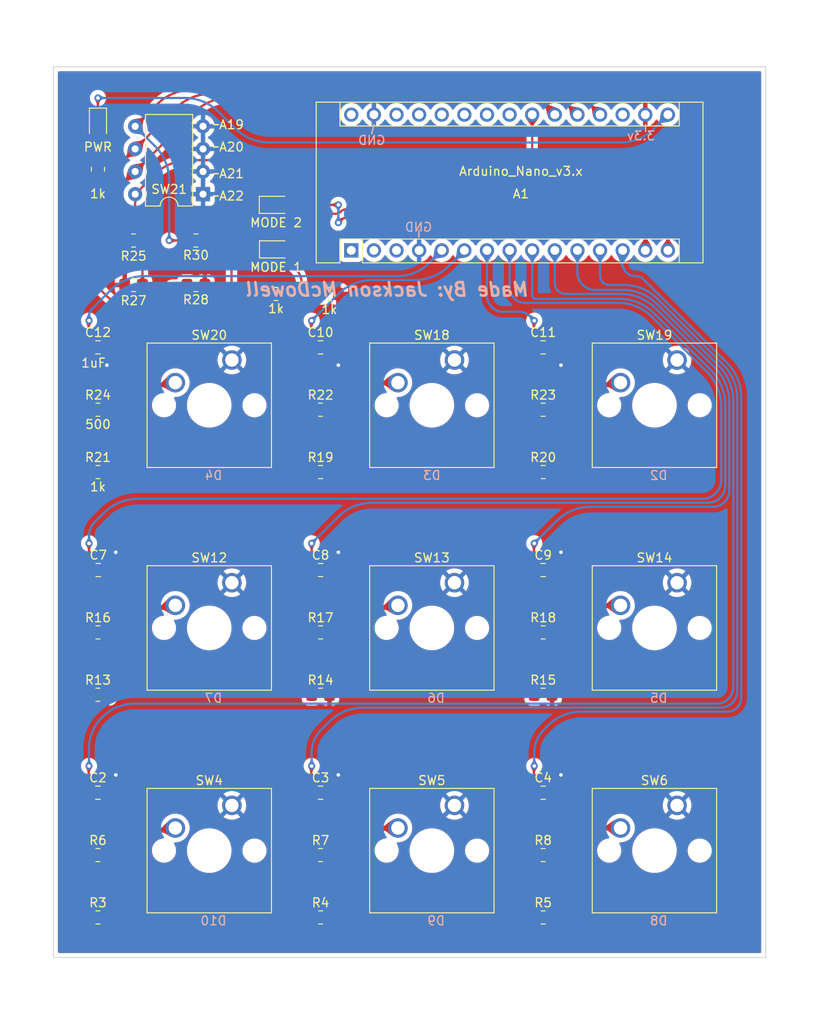
<source format=kicad_pcb>
(kicad_pcb (version 20211014) (generator pcbnew)
  (layers (0 "F.Cu" signal) (31 "B.Cu" signal) (34 "B.Paste" user) (35 "F.Paste" user) (36 "B.SilkS" user "B.Silkscreen") (37 "F.SilkS" user "F.Silkscreen") (38 "B.Mask" user) (39 "F.Mask" user) (44 "Edge.Cuts" user))
  (net 0 "")
  (net 4 "GND")
  (net 5 "Net-(A1-Pad5)")
  (net 6 "Net-(A1-Pad6)")
  (net 7 "Net-(A1-Pad7)")
  (net 8 "Net-(A1-Pad8)")
  (net 9 "Net-(A1-Pad9)")
  (net 10 "Net-(A1-Pad10)")
  (net 11 "Net-(A1-Pad11)")
  (net 12 "Net-(A1-Pad12)")
  (net 13 "Net-(A1-Pad13)")
  (net 14 "Net-(A1-Pad14)")
  (net 15 "Net-(A1-Pad15)")
  (net 16 "Net-(A1-Pad16)")
  (net 17 "+3V3")
  (net 19 "Net-(A1-Pad19)")
  (net 20 "Net-(A1-Pad20)")
  (net 21 "Net-(A1-Pad21)")
  (net 22 "Net-(A1-Pad22)")
  (net 30 "Net-(D1-Pad2)")
  (net 31 "Net-(D2-Pad2)")
  (net 32 "Net-(D3-Pad2)")
  (net 33 "Net-(R3-Pad1)")
  (net 34 "Net-(R4-Pad1)")
  (net 35 "Net-(R5-Pad1)")
  (net 36 "Net-(R13-Pad1)")
  (net 37 "Net-(R14-Pad1)")
  (net 38 "Net-(R15-Pad1)")
  (net 39 "Net-(R19-Pad1)")
  (net 40 "Net-(R20-Pad1)")
  (net 41 "Net-(R21-Pad1)")
  (footprint "Resistor_SMD:R_0805_2012Metric_Pad1.20x1.40mm_HandSolder" (layer "F.Cu") (at 113.25 140)
    (fp_text reference "R4")
    (fp_text value "1k")
  )
  (footprint "Resistor_SMD:R_0805_2012Metric_Pad1.20x1.40mm_HandSolder" (layer "F.Cu") (at 113.25 133)
    (fp_text reference "R7")
    (fp_text value "500ohm")
  )
  (footprint "Resistor_SMD:R_0805_2012Metric_Pad1.20x1.40mm_HandSolder" (layer "F.Cu") (at 99.25 69 180)
    (fp_text reference "R28")
    (fp_text value "10k")
  )
  (footprint "Capacitor_SMD:C_0805_2012Metric_Pad1.18x1.45mm_HandSolder" (layer "F.Cu") (at 138.25 101)
    (fp_text reference "C9")
    (fp_text value "1uF")
  )
  (footprint "Button_Switch_Keyboard:SW_Cherry_MX_1.00u_PCB" (layer "F.Cu") (at 153.29 102.42)
    (fp_text reference "SW14")
    (fp_text value "D7")
  )
  (footprint "Capacitor_SMD:C_0805_2012Metric_Pad1.18x1.45mm_HandSolder" (layer "F.Cu") (at 138.25 126)
    (fp_text reference "C4")
    (fp_text value "1uF")
  )
  (footprint "Package_DIP:DIP-8_W7.62mm" (layer "F.Cu") (at 100.05 58.8 180)
    (fp_text reference "SW21")
    (fp_text value "4 pos mode sel")
  )
  (footprint "Button_Switch_Keyboard:SW_Cherry_MX_1.00u_PCB" (layer "F.Cu") (at 128.29 77.42)
    (fp_text reference "SW18")
    (fp_text value "D3")
  )
  (footprint "Capacitor_SMD:C_0805_2012Metric_Pad1.18x1.45mm_HandSolder" (layer "F.Cu") (at 113.25 76)
    (fp_text reference "C10")
    (fp_text value "1uF")
  )
  (footprint "Resistor_SMD:R_0805_2012Metric_Pad1.20x1.40mm_HandSolder" (layer "F.Cu") (at 88.25 83)
    (fp_text reference "R24")
    (fp_text value "500")
  )
  (footprint "Resistor_SMD:R_0805_2012Metric_Pad1.20x1.40mm_HandSolder" (layer "F.Cu") (at 88.25 140)
    (fp_text reference "R3")
    (fp_text value "1k")
  )
  (footprint "Resistor_SMD:R_0805_2012Metric_Pad1.20x1.40mm_HandSolder" (layer "F.Cu") (at 138.25 83)
    (fp_text reference "R23")
    (fp_text value "500ohm")
  )
  (footprint "Button_Switch_Keyboard:SW_Cherry_MX_1.00u_PCB" (layer "F.Cu") (at 153.29 77.42)
    (fp_text reference "SW19")
    (fp_text value "D4")
  )
  (footprint "Resistor_SMD:R_0805_2012Metric_Pad1.20x1.40mm_HandSolder" (layer "F.Cu") (at 114.25 70 180)
    (fp_text reference "R29")
    (fp_text value "1k")
  )
  (footprint "LED_SMD:LED_0805_2012Metric_Pad1.15x1.40mm_HandSolder" (layer "F.Cu") (at 108.25 65)
    (fp_text reference "D2" hide)
    (fp_text value "MODE 1")
  )
  (footprint "Button_Switch_Keyboard:SW_Cherry_MX_1.00u_PCB" (layer "F.Cu") (at 103.29 102.42)
    (fp_text reference "SW12")
    (fp_text value "D5")
  )
  (footprint "Resistor_SMD:R_0805_2012Metric_Pad1.20x1.40mm_HandSolder" (layer "F.Cu") (at 138.25 108)
    (fp_text reference "R18")
    (fp_text value "500ohm")
  )
  (footprint "Resistor_SMD:R_0805_2012Metric_Pad1.20x1.40mm_HandSolder" (layer "F.Cu") (at 138.25 140)
    (fp_text reference "R5")
    (fp_text value "1k")
  )
  (footprint "Resistor_SMD:R_0805_2012Metric_Pad1.20x1.40mm_HandSolder" (layer "F.Cu") (at 92.25 64)
    (fp_text reference "R25")
    (fp_text value "10k")
  )
  (footprint "Resistor_SMD:R_0805_2012Metric_Pad1.20x1.40mm_HandSolder" (layer "F.Cu") (at 88.25 56 90)
    (fp_text reference "R26")
    (fp_text value "1k")
  )
  (footprint "Button_Switch_Keyboard:SW_Cherry_MX_1.00u_PCB" (layer "F.Cu") (at 128.29 102.42)
    (fp_text reference "SW13")
    (fp_text value "D6")
  )
  (footprint "Resistor_SMD:R_0805_2012Metric_Pad1.20x1.40mm_HandSolder" (layer "F.Cu") (at 113.25 90)
    (fp_text reference "R19")
    (fp_text value "1k")
  )
  (footprint "LED_SMD:LED_0805_2012Metric_Pad1.15x1.40mm_HandSolder" (layer "F.Cu") (at 88.25 51 -90)
    (fp_text reference "D1")
    (fp_text value "PWR")
  )
  (footprint "Resistor_SMD:R_0805_2012Metric_Pad1.20x1.40mm_HandSolder" (layer "F.Cu") (at 99.25 64 180)
    (fp_text reference "R30")
    (fp_text value "10k")
  )
  (footprint "Button_Switch_Keyboard:SW_Cherry_MX_1.00u_PCB" (layer "F.Cu") (at 153.29 127.42)
    (fp_text reference "SW6")
    (fp_text value "D10")
  )
  (footprint "Capacitor_SMD:C_0805_2012Metric_Pad1.18x1.45mm_HandSolder" (layer "F.Cu") (at 138.25 76)
    (fp_text reference "C11")
    (fp_text value "1uF")
  )
  (footprint "Resistor_SMD:R_0805_2012Metric_Pad1.20x1.40mm_HandSolder" (layer "F.Cu") (at 108.25 70)
    (fp_text reference "R31")
    (fp_text value "1k")
  )
  (footprint "Button_Switch_Keyboard:SW_Cherry_MX_1.00u_PCB" (layer "F.Cu") (at 103.29 77.42)
    (fp_text reference "SW20")
    (fp_text value "D2")
  )
  (footprint "Capacitor_SMD:C_0805_2012Metric_Pad1.18x1.45mm_HandSolder" (layer "F.Cu") (at 113.25 101)
    (fp_text reference "C8")
    (fp_text value "1uF")
  )
  (footprint "Resistor_SMD:R_0805_2012Metric_Pad1.20x1.40mm_HandSolder" (layer "F.Cu") (at 88.25 115)
    (fp_text reference "R13")
    (fp_text value "1k")
  )
  (footprint "Resistor_SMD:R_0805_2012Metric_Pad1.20x1.40mm_HandSolder" (layer "F.Cu") (at 88.25 108)
    (fp_text reference "R16")
    (fp_text value "500ohm")
  )
  (footprint "Resistor_SMD:R_0805_2012Metric_Pad1.20x1.40mm_HandSolder" (layer "F.Cu") (at 113.25 108)
    (fp_text reference "R17")
    (fp_text value "500ohm")
  )
  (footprint "Resistor_SMD:R_0805_2012Metric_Pad1.20x1.40mm_HandSolder" (layer "F.Cu") (at 138.25 133)
    (fp_text reference "R8")
    (fp_text value "500ohm")
  )
  (footprint "LED_SMD:LED_0805_2012Metric_Pad1.15x1.40mm_HandSolder" (layer "F.Cu") (at 108.225 60)
    (fp_text reference "D3" hide)
    (fp_text value "MODE 2")
  )
  (footprint "Button_Switch_Keyboard:SW_Cherry_MX_1.00u_PCB" (layer "F.Cu") (at 128.29 127.42)
    (fp_text reference "SW5")
    (fp_text value "D9")
  )
  (footprint "Button_Switch_Keyboard:SW_Cherry_MX_1.00u_PCB" (layer "F.Cu") (at 103.29 127.42)
    (fp_text reference "SW4")
    (fp_text value "D8")
  )
  (footprint "Resistor_SMD:R_0805_2012Metric_Pad1.20x1.40mm_HandSolder" (layer "F.Cu") (at 88.25 90)
    (fp_text reference "R21")
    (fp_text value "1k")
  )
  (footprint "Capacitor_SMD:C_0805_2012Metric_Pad1.18x1.45mm_HandSolder" (layer "F.Cu") (at 88.25 76)
    (fp_text reference "C12")
    (fp_text value "1uF")
  )
  (footprint "Module:Arduino_Nano" (layer "F.Cu") (at 116.7 65.11 90)
    (fp_text reference "A1" hide)
    (fp_text value "Arduino_Nano_v3.x")
  )
  (footprint "Resistor_SMD:R_0805_2012Metric_Pad1.20x1.40mm_HandSolder" (layer "F.Cu") (at 88.25 133)
    (fp_text reference "R6")
    (fp_text value "500ohm")
  )
  (footprint "Capacitor_SMD:C_0805_2012Metric_Pad1.18x1.45mm_HandSolder" (layer "F.Cu") (at 88.2875 101)
    (fp_text reference "C7")
    (fp_text value "1uF")
  )
  (footprint "Capacitor_SMD:C_0805_2012Metric_Pad1.18x1.45mm_HandSolder" (layer "F.Cu") (at 88.25 126)
    (fp_text reference "C2")
    (fp_text value "1uF")
  )
  (footprint "Capacitor_SMD:C_0805_2012Metric_Pad1.18x1.45mm_HandSolder" (layer "F.Cu") (at 113.25 126)
    (fp_text reference "C3")
    (fp_text value "1uF")
  )
  (footprint "Resistor_SMD:R_0805_2012Metric_Pad1.20x1.40mm_HandSolder" (layer "F.Cu") (at 113.25 115)
    (fp_text reference "R14")
    (fp_text value "1k")
  )
  (footprint "Resistor_SMD:R_0805_2012Metric_Pad1.20x1.40mm_HandSolder" (layer "F.Cu") (at 138.25 90)
    (fp_text reference "R20")
    (fp_text value "1k")
  )
  (footprint "Resistor_SMD:R_0805_2012Metric_Pad1.20x1.40mm_HandSolder" (layer "F.Cu") (at 138.25 115)
    (fp_text reference "R15")
    (fp_text value "1k")
  )
  (footprint "Resistor_SMD:R_0805_2012Metric_Pad1.20x1.40mm_HandSolder" (layer "F.Cu") (at 113.25 83)
    (fp_text reference "R22")
    (fp_text value "500ohm")
  )
  (footprint "Resistor_SMD:R_0805_2012Metric_Pad1.20x1.40mm_HandSolder" (layer "F.Cu") (at 92.25 69)
    (fp_text reference "R27")
    (fp_text value "10k")
  )
  (gr_line (start 149.75 51.75) (end 149.75 51) (layer "B.SilkS") (width 0.15))
  (gr_line (start 119.25 51) (end 119 52) (layer "B.SilkS") (width 0.15))
  (gr_line (start 124.3 62.85) (end 124.3 63.6) (layer "B.SilkS") (width 0.15))
  (gr_line (start 149.75 51) (end 149.75 51.75) (layer "B.SilkS") (width 0.15))
  (gr_line (start 119 52) (end 119.25 51) (layer "B.SilkS") (width 0.15))
  (gr_line (start 124.3 63.6) (end 124.3 63.225) (layer "F.SilkS") (width 0.15))
  (gr_line (start 101.75 59) (end 101.25 59) (layer "F.SilkS") (width 0.15))
  (gr_line (start 101.25 51) (end 101.75 51) (layer "F.SilkS") (width 0.15))
  (gr_line (start 101.75 51) (end 101.25 51) (layer "F.SilkS") (width 0.15))
  (gr_line (start 101.25 59) (end 101.75 59) (layer "F.SilkS") (width 0.15))
  (gr_line (start 101.75 53.5) (end 101.25 53.5) (layer "F.SilkS") (width 0.15))
  (gr_line (start 101.25 53.5) (end 101.75 53.5) (layer "F.SilkS") (width 0.15))
  (gr_line (start 101.25 56.5) (end 101.75 56.5) (layer "F.SilkS") (width 0.15))
  (gr_line (start 101.75 56.5) (end 101.25 56.5) (layer "F.SilkS") (width 0.15))
  (gr_rect (start 163.25 144.5) (end 83.25 44.5) (layer "Edge.Cuts") (width 0.1) (fill none))
  (gr_text "GND" (at 119 52.75) (layer "B.SilkS") (effects (font (size 1 1)) (justify mirror)))
  (gr_text "Made By: Jackson McDowell" (at 120.75 69.5) (layer "B.SilkS") (effects (font (size 1.5 1.5) (thickness 0.3) italic) (justify mirror)))
  (gr_text "GND" (at 124.25 62.5) (layer "B.SilkS") (effects (font (size 1 1)) (justify mirror)))
  (gr_text "3.3v" (at 149.25 52.25) (layer "B.SilkS") (effects (font (size 1 1)) (justify mirror)))
  (gr_text "A20" (at 103.25 53.5) (layer "F.SilkS") (effects (font (size 1 1))))
  (gr_text "A22" (at 103.25 59) (layer "F.SilkS") (effects (font (size 1 1))))
  (gr_text "A19" (at 103.25 51) (layer "F.SilkS") (effects (font (size 1 1))))
  (gr_text "A21" (at 103.25 56.5) (layer "F.SilkS") (effects (font (size 1 1))))
  (segment (start 139.654311 124.595688) (end 140.25 124) (width 0.25) (layer "F.Cu") (net 4))
  (segment (start 114.654311 124.595688) (end 115.25 124) (width 0.25) (layer "F.Cu") (net 4))
  (segment (start 89.2875 125.48125) (end 89.2875 126) (width 0.25) (layer "F.Cu") (net 4))
  (segment (start 89.2875 77.935983) (end 89.2875 76) (width 0.25) (layer "F.Cu") (net 4))
  (segment (start 139.654311 99.595688) (end 140.25 99) (width 0.25) (layer "F.Cu") (net 4))
  (segment (start 139.2875 100.48125) (end 139.2875 101) (width 0.25) (layer "F.Cu") (net 4))
  (segment (start 114.2875 76.51875) (end 114.2875 76) (width 0.25) (layer "F.Cu") (net 4))
  (segment (start 139.2875 76.51875) (end 139.2875 76) (width 0.25) (layer "F.Cu") (net 4))
  (segment (start 139.2875 125.48125) (end 139.2875 126) (width 0.25) (layer "F.Cu") (net 4))
  (segment (start 89.25 78) (end 89.26875 77.98125) (width 0.25) (layer "F.Cu") (net 4))
  (segment (start 114.2875 100.48125) (end 114.2875 101) (width 0.25) (layer "F.Cu") (net 4))
  (segment (start 115.25 99) (end 114.654311 99.595688) (width 0.25) (layer "F.Cu") (net 4))
  (segment (start 115.25 78) (end 114.654311 77.404311) (width 0.25) (layer "F.Cu") (net 4))
  (segment (start 90.25 99) (end 89.705069 99.54493) (width 0.25) (layer "F.Cu") (net 4))
  (segment (start 114.2875 125.48125) (end 114.2875 126) (width 0.25) (layer "F.Cu") (net 4))
  (segment (start 139.654311 77.404311) (end 140.25 78) (width 0.25) (layer "F.Cu") (net 4))
  (segment (start 90.25 124) (end 89.654311 124.595688) (width 0.25) (layer "F.Cu") (net 4))
  (segment (start 89.325 100.4625) (end 89.325 101) (width 0.25) (layer "F.Cu") (net 4))
  (via (at 140.25 99) (size 0.8) (drill 0.4) (layers "F.Cu" "B.Cu") (net 4))
  (via (at 115.25 78) (size 0.8) (drill 0.4) (layers "F.Cu" "B.Cu") (net 4))
  (via (at 115.25 99) (size 0.8) (drill 0.4) (layers "F.Cu" "B.Cu") (net 4))
  (via (at 90.25 124) (size 0.8) (drill 0.4) (layers "F.Cu" "B.Cu") (net 4))
  (via (at 89.25 78) (size 0.8) (drill 0.4) (layers "F.Cu" "B.Cu") (net 4))
  (via (at 115.25 124) (size 0.8) (drill 0.4) (layers "F.Cu" "B.Cu") (net 4))
  (via (at 140.25 124) (size 0.8) (drill 0.4) (layers "F.Cu" "B.Cu") (net 4))
  (via (at 140.25 78) (size 0.8) (drill 0.4) (layers "F.Cu" "B.Cu") (net 4))
  (via (at 90.25 99) (size 0.8) (drill 0.4) (layers "F.Cu" "B.Cu") (net 4))
  (arc (start 114.654311 77.404311) (mid 114.382831 76.998012) (end 114.2875 76.51875) (width 0.25) (layer "F.Cu") (net 4))
  (arc (start 139.654311 77.404311) (mid 139.382831 76.998012) (end 139.2875 76.51875) (width 0.25) (layer "F.Cu") (net 4))
  (arc (start 89.2875 125.48125) (mid 89.382831 125.001987) (end 89.654311 124.595688) (width 0.25) (layer "F.Cu") (net 4))
  (arc (start 114.654311 124.595688) (mid 114.382831 125.001987) (end 114.2875 125.48125) (width 0.25) (layer "F.Cu") (net 4))
  (arc (start 114.2875 100.48125) (mid 114.382831 100.001987) (end 114.654311 99.595688) (width 0.25) (layer "F.Cu") (net 4))
  (arc (start 89.705069 99.54493) (mid 89.423776 99.965914) (end 89.325 100.4625) (width 0.25) (layer "F.Cu") (net 4))
  (arc (start 89.2875 77.935983) (mid 89.282627 77.960481) (end 89.26875 77.98125) (width 0.25) (layer "F.Cu") (net 4))
  (arc (start 139.654311 99.595688) (mid 139.382831 100.001987) (end 139.2875 100.48125) (width 0.25) (layer "F.Cu") (net 4))
  (arc (start 139.654311 124.595688) (mid 139.382831 125.001987) (end 139.2875 125.48125) (width 0.25) (layer "F.Cu") (net 4))
  (segment (start 87.25 76.064016) (end 87.25 83) (width 0.25) (layer "F.Cu") (net 5))
  (segment (start 87.25 73) (end 87.23125 73.01875) (width 0.25) (layer "F.Cu") (net 5))
  (segment (start 87.2125 75.973483) (end 87.2125 73.064016) (width 0.25) (layer "F.Cu") (net 5))
  (via (at 87.25 73) (size 0.8) (drill 0.4) (layers "F.Cu" "B.Cu") (net 5))
  (arc (start 87.2125 75.973483) (mid 87.217372 75.997981) (end 87.23125 76.01875) (width 0.25) (layer "F.Cu") (net 5))
  (arc (start 87.23125 73.01875) (mid 87.217372 73.039518) (end 87.2125 73.064016) (width 0.25) (layer "F.Cu") (net 5))
  (arc (start 87.25 76.064016) (mid 87.245127 76.039518) (end 87.23125 76.01875) (width 0.25) (layer "F.Cu") (net 5))
  (segment (start 87.864276 71.385723) (end 87.603553 71.646446) (width 0.25) (layer "B.Cu") (net 5))
  (segment (start 87.25 73) (end 87.25 72.5) (width 0.25) (layer "B.Cu") (net 5))
  (segment (start 88.385723 70.864276) (end 89.656207 69.593792) (width 0.25) (layer "B.Cu") (net 5))
  (segment (start 121.926461 68) (end 93.503963 68) (width 0.25) (layer "B.Cu") (net 5))
  (segment (start 88.385723 70.864276) (end 87.864276 71.385723) (width 0.25) (layer "B.Cu") (net 5))
  (segment (start 125.415 66.555) (end 126.86 65.11) (width 0.25) (layer "B.Cu") (net 5))
  (arc (start 121.926461 68) (mid 123.814444 67.624456) (end 125.415 66.555) (width 0.25) (layer "B.Cu") (net 5))
  (arc (start 87.25 72.5) (mid 87.341885 72.03806) (end 87.603553 71.646446) (width 0.25) (layer "B.Cu") (net 5))
  (arc (start 89.656207 69.593792) (mid 91.421572 68.414213) (end 93.503963 68) (width 0.25) (layer "B.Cu") (net 5))
  (segment (start 112.2125 75.973483) (end 112.2125 73.064016) (width 0.25) (layer "F.Cu") (net 6))
  (segment (start 112.25 76.064016) (end 112.25 83) (width 0.25) (layer "F.Cu") (net 6))
  (segment (start 112.23125 73.01875) (end 112.25 73) (width 0.25) (layer "F.Cu") (net 6))
  (via (at 112.25 73) (size 0.8) (drill 0.4) (layers "F.Cu" "B.Cu") (net 6))
  (arc (start 112.2125 75.973483) (mid 112.217372 75.997981) (end 112.23125 76.01875) (width 0.25) (layer "F.Cu") (net 6))
  (arc (start 112.23125 76.01875) (mid 112.245127 76.039518) (end 112.25 76.064016) (width 0.25) (layer "F.Cu") (net 6))
  (arc (start 112.23125 73.01875) (mid 112.217372 73.039518) (end 112.2125 73.064016) (width 0.25) (layer "F.Cu") (net 6))
  (segment (start 115.206687 70.043312) (end 112.25 73) (width 0.25) (layer "B.Cu") (net 6))
  (segment (start 123.806516 68.44952) (end 119.054443 68.44952) (width 0.25) (layer "B.Cu") (net 6))
  (segment (start 127.654272 66.855727) (end 129.4 65.11) (width 0.25) (layer "B.Cu") (net 6))
  (arc (start 115.206687 70.043312) (mid 116.972052 68.863733) (end 119.054443 68.44952) (width 0.25) (layer "B.Cu") (net 6))
  (arc (start 127.654272 66.855727) (mid 125.888906 68.035306) (end 123.806516 68.44952) (width 0.25) (layer "B.Cu") (net 6))
  (segment (start 137.2125 73.064016) (end 137.2125 75.973483) (width 0.25) (layer "F.Cu") (net 7))
  (segment (start 137.25 73) (end 137.23125 73.01875) (width 0.25) (layer "F.Cu") (net 7))
  (segment (start 137.25 76.064016) (end 137.25 83) (width 0.25) (layer "F.Cu") (net 7))
  (via (at 137.25 73) (size 0.8) (drill 0.4) (layers "F.Cu" "B.Cu") (net 7))
  (arc (start 137.2125 73.064016) (mid 137.217372 73.039518) (end 137.23125 73.01875) (width 0.25) (layer "F.Cu") (net 7))
  (arc (start 137.23125 76.01875) (mid 137.217372 75.997981) (end 137.2125 75.973483) (width 0.25) (layer "F.Cu") (net 7))
  (arc (start 137.23125 76.01875) (mid 137.245127 76.039518) (end 137.25 76.064016) (width 0.25) (layer "F.Cu") (net 7))
  (segment (start 135.542893 72) (end 133.749533 72) (width 0.25) (layer "B.Cu") (net 7))
  (segment (start 136.75 72.5) (end 137.25 73) (width 0.25) (layer "B.Cu") (net 7))
  (segment (start 131.94 70.190466) (end 131.94 65.11) (width 0.25) (layer "B.Cu") (net 7))
  (arc (start 132.47 71.47) (mid 133.057054 71.862257) (end 133.749533 72) (width 0.25) (layer "B.Cu") (net 7))
  (arc (start 132.47 71.47) (mid 132.077742 70.882944) (end 131.94 70.190466) (width 0.25) (layer "B.Cu") (net 7))
  (arc (start 135.542893 72) (mid 136.196174 72.129945) (end 136.75 72.5) (width 0.25) (layer "B.Cu") (net 7))
  (segment (start 87.25 101.9375) (end 87.25 102.3125) (width 0.25) (layer "F.Cu") (net 8))
  (segment (start 87.25 99.78125) (end 87.25 99.96875) (width 0.25) (layer "F.Cu") (net 8))
  (segment (start 87.25 101.5625) (end 87.25 101.9375) (width 0.25) (layer "F.Cu") (net 8))
  (segment (start 87.25 102.6875) (end 87.25 103.0625) (width 0.25) (layer "F.Cu") (net 8))
  (segment (start 87.25 99.59375) (end 87.25 99.78125) (width 0.25) (layer "F.Cu") (net 8))
  (segment (start 87.25 100.8125) (end 87.25 101.1875) (width 0.25) (layer "F.Cu") (net 8))
  (segment (start 87.25 98.65625) (end 87.25 98) (width 0.25) (layer "F.Cu") (net 8))
  (segment (start 87.25 100.8125) (end 87.25 100.34375) (width 0.25) (layer "F.Cu") (net 8))
  (segment (start 87.25 100.15625) (end 87.25 100.34375) (width 0.25) (layer "F.Cu") (net 8))
  (segment (start 87.25 104.1875) (end 87.25 108) (width 0.25) (layer "F.Cu") (net 8))
  (segment (start 87.25 99.21875) (end 87.25 99.40625) (width 0.25) (layer "F.Cu") (net 8))
  (segment (start 87.25 103.4375) (end 87.25 103.8125) (width 0.25) (layer "F.Cu") (net 8))
  (segment (start 87.25 101.1875) (end 87.25 101.5625) (width 0.25) (layer "F.Cu") (net 8))
  (segment (start 87.25 99.96875) (end 87.25 100.15625) (width 0.25) (layer "F.Cu") (net 8))
  (segment (start 87.25 102.3125) (end 87.25 102.6875) (width 0.25) (layer "F.Cu") (net 8))
  (segment (start 87.25 98.84375) (end 87.25 99.03125) (width 0.25) (layer "F.Cu") (net 8))
  (segment (start 87.25 103.8125) (end 87.25 104.1875) (width 0.25) (layer "F.Cu") (net 8))
  (segment (start 87.25 99.40625) (end 87.25 99.59375) (width 0.25) (layer "F.Cu") (net 8))
  (segment (start 87.25 103.0625) (end 87.25 103.4375) (width 0.25) (layer "F.Cu") (net 8))
  (segment (start 87.25 98.65625) (end 87.25 98.84375) (width 0.25) (layer "F.Cu") (net 8))
  (segment (start 87.25 99.03125) (end 87.25 99.21875) (width 0.25) (layer "F.Cu") (net 8))
  (via (at 87.25 98) (size 0.8) (drill 0.4) (layers "F.Cu" "B.Cu") (net 8))
  (segment (start 134.48 69.258751) (end 134.48 65.11) (width 0.25) (layer "B.Cu") (net 8))
  (segment (start 87.25 97.125) (end 87.25 98) (width 0.25) (layer "B.Cu") (net 8))
  (segment (start 88.906207 94.593792) (end 87.868718 95.631281) (width 0.25) (layer "B.Cu") (net 8))
  (segment (start 92.753963 93) (end 156.116116 93) (width 0.25) (layer "B.Cu") (net 8))
  (segment (start 158.25 82.619399) (end 158.25 90.866116) (width 0.25) (layer "B.Cu") (net 8))
  (segment (start 156.656207 78.771643) (end 150.478356 72.593792) (width 0.25) (layer "B.Cu") (net 8))
  (segment (start 136.221248 71) (end 146.6306 71) (width 0.25) (layer "B.Cu") (net 8))
  (arc (start 158.25 82.619399) (mid 157.835786 80.537008) (end 156.656207 78.771643) (width 0.25) (layer "B.Cu") (net 8))
  (arc (start 158.25 90.866116) (mid 158.087567 91.682718) (end 157.625 92.375) (width 0.25) (layer "B.Cu") (net 8))
  (arc (start 87.25 97.125) (mid 87.410799 96.316605) (end 87.868718 95.631281) (width 0.25) (layer "B.Cu") (net 8))
  (arc (start 146.6306 71) (mid 148.71299 71.414213) (end 150.478356 72.593792) (width 0.25) (layer "B.Cu") (net 8))
  (arc (start 134.48 69.258751) (mid 134.612544 69.925098) (end 134.99 70.49) (width 0.25) (layer "B.Cu") (net 8))
  (arc (start 134.99 70.49) (mid 135.554901 70.867455) (end 136.221248 71) (width 0.25) (layer "B.Cu") (net 8))
  (arc (start 92.753963 93) (mid 90.671572 93.414213) (end 88.906207 94.593792) (width 0.25) (layer "B.Cu") (net 8))
  (arc (start 156.116116 93) (mid 156.932718 92.837567) (end 157.625 92.375) (width 0.25) (layer "B.Cu") (net 8))
  (segment (start 112.25 98) (end 112.25 100.935983) (width 0.25) (layer "F.Cu") (net 9))
  (segment (start 112.25 101.064016) (end 112.25 108) (width 0.25) (layer "F.Cu") (net 9))
  (via (at 112.25 98) (size 0.8) (drill 0.4) (layers "F.Cu" "B.Cu") (net 9))
  (arc (start 112.25 100.935983) (mid 112.245127 100.960481) (end 112.23125 100.98125) (width 0.25) (layer "F.Cu") (net 9))
  (arc (start 112.23125 101.01875) (mid 112.223483 100.999999) (end 112.23125 100.98125) (width 0.25) (layer "F.Cu") (net 9))
  (arc (start 112.23125 101.01875) (mid 112.245127 101.039518) (end 112.25 101.064016) (width 0.25) (layer "F.Cu") (net 9))
  (segment (start 137.02 70.157845) (end 137.02 65.11) (width 0.25) (layer "B.Cu") (net 9))
  (segment (start 150.664553 72.144272) (end 157.105727 78.585446) (width 0.25) (layer "B.Cu") (net 9))
  (segment (start 137.412634 70.55048) (end 146.816797 70.55048) (width 0.25) (layer "B.Cu") (net 9))
  (segment (start 158.69952 82.433202) (end 158.69952 91.487986) (width 0.25) (layer "B.Cu") (net 9))
  (segment (start 112.25 98) (end 115.206687 95.043312) (width 0.25) (layer "B.Cu") (net 9))
  (segment (start 119.054443 93.44952) (end 156.737986 93.44952) (width 0.25) (layer "B.Cu") (net 9))
  (arc (start 150.664553 72.144272) (mid 148.899187 70.964693) (end 146.816797 70.55048) (width 0.25) (layer "B.Cu") (net 9))
  (arc (start 158.125 92.875) (mid 158.550207 92.238632) (end 158.69952 91.487986) (width 0.25) (layer "B.Cu") (net 9))
  (arc (start 157.105727 78.585446) (mid 158.285306 80.350811) (end 158.69952 82.433202) (width 0.25) (layer "B.Cu") (net 9))
  (arc (start 119.054443 93.44952) (mid 116.972052 93.863733) (end 115.206687 95.043312) (width 0.25) (layer "B.Cu") (net 9))
  (arc (start 137.135 70.43548) (mid 137.049887 70.3081) (end 137.02 70.157845) (width 0.25) (layer "B.Cu") (net 9))
  (arc (start 137.412634 70.55048) (mid 137.262379 70.520592) (end 137.135 70.43548) (width 0.25) (layer "B.Cu") (net 9))
  (arc (start 156.737986 93.44952) (mid 157.488632 93.300207) (end 158.125 92.875) (width 0.25) (layer "B.Cu") (net 9))
  (segment (start 137.25 98) (end 137.23125 98.01875) (width 0.25) (layer "F.Cu") (net 10))
  (segment (start 137.2125 100.973483) (end 137.2125 98.064016) (width 0.25) (layer "F.Cu") (net 10))
  (segment (start 137.25 101.064016) (end 137.25 108) (width 0.25) (layer "F.Cu") (net 10))
  (via (at 137.25 98) (size 0.8) (drill 0.4) (layers "F.Cu" "B.Cu") (net 10))
  (arc (start 137.2125 100.973483) (mid 137.217372 100.997981) (end 137.23125 101.01875) (width 0.25) (layer "F.Cu") (net 10))
  (arc (start 137.23125 98.01875) (mid 137.217372 98.039518) (end 137.2125 98.064016) (width 0.25) (layer "F.Cu") (net 10))
  (arc (start 137.25 101.064016) (mid 137.245127 101.039518) (end 137.23125 101.01875) (width 0.25) (layer "F.Cu") (net 10))
  (segment (start 159.14904 92.109855) (end 159.14904 82.153003) (width 0.25) (layer "B.Cu") (net 10))
  (segment (start 143.604923 93.89904) (end 157.359855 93.89904) (width 0.25) (layer "B.Cu") (net 10))
  (segment (start 157.555247 78.305247) (end 150.843792 71.593792) (width 0.25) (layer "B.Cu") (net 10))
  (segment (start 139.56 68.822096) (end 139.56 65.11) (width 0.25) (layer "B.Cu") (net 10))
  (segment (start 146.996036 70) (end 140.737903 70) (width 0.25) (layer "B.Cu") (net 10))
  (segment (start 137.25 98) (end 139.757167 95.492832) (width 0.25) (layer "B.Cu") (net 10))
  (arc (start 150.843792 71.593792) (mid 149.078426 70.414213) (end 146.996036 70) (width 0.25) (layer "B.Cu") (net 10))
  (arc (start 158.625 93.375) (mid 158.044546 93.762846) (end 157.359855 93.89904) (width 0.25) (layer "B.Cu") (net 10))
  (arc (start 159.14904 92.109855) (mid 159.012846 92.794546) (end 158.625 93.375) (width 0.25) (layer "B.Cu") (net 10))
  (arc (start 139.56 68.822096) (mid 139.649662 69.27286) (end 139.905 69.655) (width 0.25) (layer "B.Cu") (net 10))
  (arc (start 157.555247 78.305247) (mid 158.734826 80.070612) (end 159.14904 82.153003) (width 0.25) (layer "B.Cu") (net 10))
  (arc (start 139.905 69.655) (mid 140.287139 69.910337) (end 140.737903 70) (width 0.25) (layer "B.Cu") (net 10))
  (arc (start 143.604923 93.89904) (mid 141.522532 94.313253) (end 139.757167 95.492832) (width 0.25) (layer "B.Cu") (net 10))
  (segment (start 87.25 123) (end 87.23125 123.01875) (width 0.25) (layer "F.Cu") (net 11))
  (segment (start 87.25 126.064016) (end 87.25 133) (width 0.25) (layer "F.Cu") (net 11))
  (segment (start 87.2125 125.973483) (end 87.2125 123.064016) (width 0.25) (layer "F.Cu") (net 11))
  (via (at 87.25 123) (size 0.8) (drill 0.4) (layers "F.Cu" "B.Cu") (net 11))
  (arc (start 87.2125 125.973483) (mid 87.217372 125.997981) (end 87.23125 126.01875) (width 0.25) (layer "F.Cu") (net 11))
  (arc (start 87.23125 123.01875) (mid 87.217372 123.039518) (end 87.2125 123.064016) (width 0.25) (layer "F.Cu") (net 11))
  (arc (start 87.25 126.064016) (mid 87.245127 126.039518) (end 87.23125 126.01875) (width 0.25) (layer "F.Cu") (net 11))
  (segment (start 151.029989 71.144272) (end 158.004767 78.11905) (width 0.25) (layer "B.Cu") (net 11))
  (segment (start 88.749999 117.499999) (end 88.664213 117.585786) (width 0.25) (layer "B.Cu") (net 11))
  (segment (start 159.59856 81.966806) (end 159.59856 114.12464) (width 0.25) (layer "B.Cu") (net 11))
  (segment (start 92.37132 116) (end 157.7232 116) (width 0.25) (layer "B.Cu") (net 11))
  (segment (start 144.063172 69.55048) (end 147.182233 69.55048) (width 0.25) (layer "B.Cu") (net 11))
  (segment (start 142.1 67.587307) (end 142.1 65.11) (width 0.25) (layer "B.Cu") (net 11))
  (segment (start 87.25 123) (end 87.25 121) (width 0.25) (layer "B.Cu") (net 11))
  (arc (start 159.04928 115.45072) (mid 158.440869 115.857246) (end 157.7232 116) (width 0.25) (layer "B.Cu") (net 11))
  (arc (start 159.59856 81.966806) (mid 159.184346 79.884415) (end 158.004767 78.11905) (width 0.25) (layer "B.Cu") (net 11))
  (arc (start 142.675 68.97548) (mid 143.311898 69.401042) (end 144.063172 69.55048) (width 0.25) (layer "B.Cu") (net 11))
  (arc (start 151.029989 71.144272) (mid 149.264623 69.964693) (end 147.182233 69.55048) (width 0.25) (layer "B.Cu") (net 11))
  (arc (start 142.675 68.97548) (mid 142.249437 68.33858) (end 142.1 67.587307) (width 0.25) (layer "B.Cu") (net 11))
  (arc (start 92.37132 116) (mid 90.411475 116.389837) (end 88.749999 117.499999) (width 0.25) (layer "B.Cu") (net 11))
  (arc (start 159.04928 115.45072) (mid 159.455806 114.842309) (end 159.59856 114.12464) (width 0.25) (layer "B.Cu") (net 11))
  (arc (start 87.25 121) (mid 87.617541 119.15224) (end 88.664213 117.585786) (width 0.25) (layer "B.Cu") (net 11))
  (segment (start 112.2125 123.064016) (end 112.2125 125.973483) (width 0.25) (layer "F.Cu") (net 12))
  (segment (start 112.25 123) (end 112.23125 123.01875) (width 0.25) (layer "F.Cu") (net 12))
  (segment (start 112.25 126.064016) (end 112.25 133) (width 0.25) (layer "F.Cu") (net 12))
  (via (at 112.25 123) (size 0.8) (drill 0.4) (layers "F.Cu" "B.Cu") (net 12))
  (arc (start 112.25 126.064016) (mid 112.245127 126.039518) (end 112.23125 126.01875) (width 0.25) (layer "F.Cu") (net 12))
  (arc (start 112.2125 123.064016) (mid 112.217372 123.039518) (end 112.23125 123.01875) (width 0.25) (layer "F.Cu") (net 12))
  (arc (start 112.2125 125.973483) (mid 112.217372 125.997981) (end 112.23125 126.01875) (width 0.25) (layer "F.Cu") (net 12))
  (segment (start 158.454287 77.932853) (end 151.031613 70.510179) (width 0.25) (layer "B.Cu") (net 12))
  (segment (start 160.04808 81.780609) (end 160.04808 114.57416) (width 0.25) (layer "B.Cu") (net 12))
  (segment (start 144.64 67.958664) (end 144.64 65.11) (width 0.25) (layer "B.Cu") (net 12))
  (segment (start 145.681335 69) (end 147.385717 69) (width 0.25) (layer "B.Cu") (net 12))
  (segment (start 158.17272 116.44952) (end 118.054443 116.44952) (width 0.25) (layer "B.Cu") (net 12))
  (segment (start 113.310659 118.939339) (end 114.206687 118.043312) (width 0.25) (layer "B.Cu") (net 12))
  (segment (start 112.25 123) (end 112.25 121.5) (width 0.25) (layer "B.Cu") (net 12))
  (arc (start 147.385717 69) (mid 149.358861 69.392482) (end 151.031613 70.510179) (width 0.25) (layer "B.Cu") (net 12))
  (arc (start 118.054443 116.44952) (mid 115.972052 116.863733) (end 114.206687 118.043312) (width 0.25) (layer "B.Cu") (net 12))
  (arc (start 159.4988 115.90024) (mid 159.905326 115.291829) (end 160.04808 114.57416) (width 0.25) (layer "B.Cu") (net 12))
  (arc (start 160.04808 81.780609) (mid 159.633866 79.698218) (end 158.454287 77.932853) (width 0.25) (layer "B.Cu") (net 12))
  (arc (start 144.64 67.958664) (mid 144.719266 68.357166) (end 144.945 68.695) (width 0.25) (layer "B.Cu") (net 12))
  (arc (start 159.4988 115.90024) (mid 158.890389 116.306766) (end 158.17272 116.44952) (width 0.25) (layer "B.Cu") (net 12))
  (arc (start 144.945 68.695) (mid 145.282833 68.920733) (end 145.681335 69) (width 0.25) (layer "B.Cu") (net 12))
  (arc (start 113.310659 118.939339) (mid 112.525656 120.11418) (end 112.25 121.5) (width 0.25) (layer "B.Cu") (net 12))
  (segment (start 137.25 126.064016) (end 137.25 133) (width 0.25) (layer "F.Cu") (net 13))
  (segment (start 137.25 123) (end 137.23125 123.01875) (width 0.25) (layer "F.Cu") (net 13))
  (segment (start 137.2125 123.064016) (end 137.2125 125.973483) (width 0.25) (layer "F.Cu") (net 13))
  (via (at 137.25 123) (size 0.8) (drill 0.4) (layers "F.Cu" "B.Cu") (net 13))
  (arc (start 137.25 126.064016) (mid 137.245127 126.039518) (end 137.23125 126.01875) (width 0.25) (layer "F.Cu") (net 13))
  (arc (start 137.2125 125.973483) (mid 137.217372 125.997981) (end 137.23125 126.01875) (width 0.25) (layer "F.Cu") (net 13))
  (arc (start 137.2125 123.064016) (mid 137.217372 123.039518) (end 137.23125 123.01875) (width 0.25) (layer "F.Cu") (net 13))
  (segment (start 147.590885 67.590885) (end 147.59 67.59) (width 0.25) (layer "B.Cu") (net 13))
  (segment (start 147.18 66.600172) (end 147.18 65.11) (width 0.25) (layer "B.Cu") (net 13))
  (segment (start 149.566265 68.409114) (end 158.903807 77.746656) (width 0.25) (layer "B.Cu") (net 13))
  (segment (start 138.31066 118.939339) (end 138.80048 118.44952) (width 0.25) (layer "B.Cu") (net 13))
  (segment (start 160.497599 115.360184) (end 160.497599 81.594412) (width 0.25) (layer "B.Cu") (net 13))
  (segment (start 137.25 121.5) (end 137.25 123) (width 0.25) (layer "B.Cu") (net 13))
  (segment (start 158.958744 116.899039) (end 142.543669 116.899039) (width 0.25) (layer "B.Cu") (net 13))
  (arc (start 147.18 66.600172) (mid 147.286555 67.135863) (end 147.59 67.59) (width 0.25) (layer "B.Cu") (net 13))
  (arc (start 137.25 121.5) (mid 137.525656 120.11418) (end 138.31066 118.939339) (width 0.25) (layer "B.Cu") (net 13))
  (arc (start 160.046879 116.448319) (mid 159.547638 116.7819) (end 158.958744 116.899039) (width 0.25) (layer "B.Cu") (net 13))
  (arc (start 148.578575 68) (mid 149.113109 68.106325) (end 149.566265 68.409114) (width 0.25) (layer "B.Cu") (net 13))
  (arc (start 160.046879 116.448319) (mid 160.38046 115.949078) (end 160.497599 115.360184) (width 0.25) (layer "B.Cu") (net 13))
  (arc (start 142.543669 116.899039) (mid 140.517869 117.301996) (end 138.80048 118.44952) (width 0.25) (layer "B.Cu") (net 13))
  (arc (start 147.590885 67.590885) (mid 148.044041 67.893674) (end 148.578575 68) (width 0.25) (layer "B.Cu") (net 13))
  (arc (start 158.903807 77.746656) (mid 160.083386 79.512021) (end 160.497599 81.594412) (width 0.25) (layer "B.Cu") (net 13))
  (segment (start 115.52524 61.72476) (end 115.25 62) (width 0.25) (layer "F.Cu") (net 14))
  (segment (start 148.94476 62.22476) (end 148.974002 62.254002) (width 0.25) (layer "F.Cu") (net 14))
  (segment (start 116.189728 61.44952) (end 147.073165 61.44952) (width 0.25) (layer "F.Cu") (net 14))
  (segment (start 107.2 60.525396) (end 107.2 60) (width 0.25) (layer "F.Cu") (net 14))
  (segment (start 113.710636 60) (end 115.25 60) (width 0.25) (layer "F.Cu") (net 14))
  (segment (start 149.72 64.055) (end 149.72 65.11) (width 0.25) (layer "F.Cu") (net 14))
  (segment (start 109.967447 61.55048) (end 108.225083 61.55048) (width 0.25) (layer "F.Cu") (net 14))
  (via (at 115.25 62) (size 0.8) (drill 0.4) (layers "F.Cu" "B.Cu") (net 14))
  (via (at 115.25 60) (size 0.8) (drill 0.4) (layers "F.Cu" "B.Cu") (net 14))
  (arc (start 107.50024 61.25024) (mid 107.8328 61.47245) (end 108.225083 61.55048) (width 0.25) (layer "F.Cu") (net 14))
  (arc (start 111.839042 60.77524) (mid 112.697736 60.201478) (end 113.710636 60) (width 0.25) (layer "F.Cu") (net 14))
  (arc (start 147.073165 61.44952) (mid 148.086064 61.650998) (end 148.94476 62.22476) (width 0.25) (layer "F.Cu") (net 14))
  (arc (start 116.189728 61.44952) (mid 115.830109 61.521052) (end 115.52524 61.72476) (width 0.25) (layer "F.Cu") (net 14))
  (arc (start 111.839042 60.77524) (mid 110.980346 61.349001) (end 109.967447 61.55048) (width 0.25) (layer "F.Cu") (net 14))
  (arc (start 149.72 64.055) (mid 149.526121 63.080307) (end 148.974002 62.254002) (width 0.25) (layer "F.Cu") (net 14))
  (arc (start 107.2 60.525396) (mid 107.278029 60.917678) (end 107.50024 61.25024) (width 0.25) (layer "F.Cu") (net 14))
  (segment (start 115.25 60) (end 115.25 62) (width 0.25) (layer "B.Cu") (net 14))
  (segment (start 112.957106 61) (end 114.92106 61) (width 0.25) (layer "F.Cu") (net 15))
  (segment (start 107.225 63.323007) (end 107.225 65) (width 0.25) (layer "F.Cu") (net 15))
  (segment (start 149.255492 60.5) (end 116.128167 60.5) (width 0.25) (layer "F.Cu") (net 15))
  (segment (start 108.548007 62) (end 110.542893 62) (width 0.25) (layer "F.Cu") (net 15))
  (segment (start 152.26 63.504507) (end 152.26 65.11) (width 0.25) (layer "F.Cu") (net 15))
  (arc (start 110.542893 62) (mid 111.196174 61.870054) (end 111.75 61.5) (width 0.25) (layer "F.Cu") (net 15))
  (arc (start 151.38 61.38) (mid 152.031295 62.354732) (end 152.26 63.504507) (width 0.25) (layer "F.Cu") (net 15))
  (arc (start 107.225 63.323007) (mid 107.325707 62.816714) (end 107.6125 62.3875) (width 0.25) (layer "F.Cu") (net 15))
  (arc (start 112.957106 61) (mid 112.303825 61.129945) (end 111.75 61.5) (width 0.25) (layer "F.Cu") (net 15))
  (arc (start 115.524614 60.75) (mid 115.801526 60.564972) (end 116.128167 60.5) (width 0.25) (layer "F.Cu") (net 15))
  (arc (start 115.524614 60.75) (mid 115.247701 60.935027) (end 114.92106 61) (width 0.25) (layer "F.Cu") (net 15))
  (arc (start 149.255492 60.5) (mid 150.405267 60.728704) (end 151.38 61.38) (width 0.25) (layer "F.Cu") (net 15))
  (arc (start 107.6125 62.3875) (mid 108.041714 62.100707) (end 108.548007 62) (width 0.25) (layer "F.Cu") (net 15))
  (segment (start 88.25 48) (end 88.25 49.975) (width 0.25) (layer "F.Cu") (net 16))
  (via (at 88.25 48) (size 0.8) (drill 0.4) (layers "F.Cu" "B.Cu") (net 16))
  (segment (start 107.503963 53) (end 146.916755 53) (width 0.25) (layer "B.Cu") (net 16))
  (segment (start 97.996036 48) (end 88.25 48) (width 0.25) (layer "B.Cu") (net 16))
  (segment (start 150.695 51.435) (end 152.26 49.87) (width 0.25) (layer "B.Cu") (net 16))
  (segment (start 103.656207 51.406207) (end 101.843792 49.593792) (width 0.25) (layer "B.Cu") (net 16))
  (arc (start 101.843792 49.593792) (mid 100.078426 48.414213) (end 97.996036 48) (width 0.25) (layer "B.Cu") (net 16))
  (arc (start 103.656207 51.406207) (mid 105.421572 52.585786) (end 107.503963 53) (width 0.25) (layer "B.Cu") (net 16))
  (arc (start 150.695 51.435) (mid 148.961526 52.593269) (end 146.916755 53) (width 0.25) (layer "B.Cu") (net 16))
  (segment (start 91.25 64.625) (end 91.25 64) (width 0.25) (layer "F.Cu") (net 17))
  (segment (start 93.584314 66.15) (end 92.786396 66.15) (width 0.25) (layer "F.Cu") (net 17))
  (segment (start 91.762951 70.55048) (end 94.095627 70.55048) (width 0.25) (layer "F.Cu") (net 17))
  (segment (start 91.691941 65.691941) (end 91.7 65.7) (width 0.25) (layer "F.Cu") (net 17))
  (segment (start 91.25 70.037528) (end 91.25 69) (width 0.25) (layer "F.Cu") (net 17))
  (segment (start 94.95 69.696107) (end 94.95 67.515685) (width 0.25) (layer "F.Cu") (net 17))
  (arc (start 94.69976 70.30024) (mid 94.422581 70.485444) (end 94.095627 70.55048) (width 0.25) (layer "F.Cu") (net 17))
  (arc (start 94.69976 70.30024) (mid 94.884964 70.023061) (end 94.95 69.696107) (width 0.25) (layer "F.Cu") (net 17))
  (arc (start 92.786396 66.15) (mid 92.198442 66.033048) (end 91.7 65.7) (width 0.25) (layer "F.Cu") (net 17))
  (arc (start 94.95 67.515685) (mid 94.846043 66.99306) (end 94.55 66.55) (width 0.25) (layer "F.Cu") (net 17))
  (arc (start 91.25 64.625) (mid 91.364856 65.202424) (end 91.691941 65.691941) (width 0.25) (layer "F.Cu") (net 17))
  (arc (start 91.40024 70.40024) (mid 91.289046 70.233826) (end 91.25 70.037528) (width 0.25) (layer "F.Cu") (net 17))
  (arc (start 91.762951 70.55048) (mid 91.566653 70.511433) (end 91.40024 70.40024) (width 0.25) (layer "F.Cu") (net 17))
  (arc (start 93.584314 66.15) (mid 94.106939 66.253956) (end 94.55 66.55) (width 0.25) (layer "F.Cu") (net 17))
  (segment (start 94.915247 48.694752) (end 92.43 51.18) (width 0.25) (layer "F.Cu") (net 19))
  (segment (start 139.912953 47.10096) (end 98.763003 47.10096) (width 0.25) (layer "F.Cu") (net 19))
  (segment (start 143.25548 48.48548) (end 144.64 49.87) (width 0.25) (layer "F.Cu") (net 19))
  (segment (start 96.25 64) (end 98.25 64) (width 0.25) (layer "F.Cu") (net 19))
  (via (at 96.25 64) (size 0.8) (drill 0.4) (layers "F.Cu" "B.Cu") (net 19))
  (arc (start 139.912953 47.10096) (mid 141.721915 47.460785) (end 143.25548 48.48548) (width 0.25) (layer "F.Cu") (net 19))
  (arc (start 94.915247 48.694752) (mid 96.680612 47.515173) (end 98.763003 47.10096) (width 0.25) (layer "F.Cu") (net 19))
  (segment (start 94.656207 53.406207) (end 92.43 51.18) (width 0.25) (layer "B.Cu") (net 19))
  (segment (start 96.25 57.253963) (end 96.25 64) (width 0.25) (layer "B.Cu") (net 19))
  (arc (start 94.656207 53.406207) (mid 95.835786 55.171572) (end 96.25 57.253963) (width 0.25) (layer "B.Cu") (net 19))
  (segment (start 90.623743 55.526256) (end 92.20019 53.949809) (width 0.25) (layer "F.Cu") (net 20))
  (segment (start 96.676776 69) (end 98.25 69) (width 0.25) (layer "F.Cu") (net 20))
  (segment (start 90.5 56.021875) (end 90.5 56.065625) (width 0.25) (layer "F.Cu") (net 20))
  (segment (start 88.5 68.75) (end 88.5 69.25) (width 0.25) (layer "F.Cu") (net 20))
  (segment (start 90.5 56.196875) (end 90.5 56.240625) (width 0.25) (layer "F.Cu") (net 20))
  (segment (start 88.5 62.914213) (end 88.5 68.75) (width 0.25) (layer "F.Cu") (net 20))
  (segment (start 95.875 70.625) (end 95.896446 70.603553) (width 0.25) (layer "F.Cu") (net 20))
  (segment (start 90.5 58.085786) (end 90.5 56.371875) (width 0.25) (layer "F.Cu") (net 20))
  (segment (start 90.5 56.328125) (end 90.5 56.371875) (width 0.25) (layer "F.Cu") (net 20))
  (segment (start 90.5 56.284375) (end 90.5 56.328125) (width 0.25) (layer "F.Cu") (net 20))
  (segment (start 140.94024 48.71024) (end 142.1 49.87) (width 0.25) (layer "F.Cu") (net 20))
  (segment (start 90.5 56.065625) (end 90.5 56.109375) (width 0.25) (layer "F.Cu") (net 20))
  (segment (start 89.25 70.25) (end 88.676776 69.676776) (width 0.25) (layer "F.Cu") (net 20))
  (segment (start 90.5 56.109375) (end 90.5 56.153125) (width 0.25) (layer "F.Cu") (net 20))
  (segment (start 92.659809 53.49019) (end 97.005727 49.144272) (width 0.25) (layer "F.Cu") (net 20))
  (segment (start 90.5 56.153125) (end 90.5 56.196875) (width 0.25) (layer "F.Cu") (net 20))
  (segment (start 92.659809 53.49019) (end 92.20019 53.949809) (width 0.25) (layer "F.Cu") (net 20))
  (segment (start 90.5 55.978125) (end 90.5 55.825) (width 0.25) (layer "F.Cu") (net 20))
  (segment (start 96.25 69.426776) (end 96.25 69.75) (width 0.25) (layer "F.Cu") (net 20))
  (segment (start 91.06066 71) (end 94.969669 71) (width 0.25) (layer "F.Cu") (net 20))
  (segment (start 138.140331 47.55048) (end 100.853483 47.55048) (width 0.25) (layer "F.Cu") (net 20))
  (segment (start 90.5 56.240625) (end 90.5 56.284375) (width 0.25) (layer "F.Cu") (net 20))
  (segment (start 90.5 55.978125) (end 90.5 56.021875) (width 0.25) (layer "F.Cu") (net 20))
  (segment (start 92.105 53.72) (end 91.78 53.72) (width 0.25) (layer "F.Cu") (net 20))
  (arc (start 97.005727 49.144272) (mid 98.771092 47.964693) (end 100.853483 47.55048) (width 0.25) (layer "F.Cu") (net 20))
  (arc (start 96.25 69.75) (mid 96.158114 70.211939) (end 95.896446 70.603553) (width 0.25) (layer "F.Cu") (net 20))
  (arc (start 96.375 69.125) (mid 96.513456 69.032486) (end 96.676776 69) (width 0.25) (layer "F.Cu") (net 20))
  (arc (start 140.94024 48.71024) (mid 139.65563 47.851891) (end 138.140331 47.55048) (width 0.25) (layer "F.Cu") (net 20))
  (arc (start 90.623743 55.526256) (mid 90.532159 55.663321) (end 90.5 55.825) (width 0.25) (layer "F.Cu") (net 20))
  (arc (start 92.659809 53.49019) (mid 92.40526 53.660274) (end 92.105 53.72) (width 0.25) (layer "F.Cu") (net 20))
  (arc (start 92.105 53.72) (mid 92.229371 53.803102) (end 92.20019 53.949809) (width 0.25) (layer "F.Cu") (net 20))
  (arc (start 88.5 62.914213) (mid 88.759891 61.60765) (end 89.5 60.5) (width 0.25) (layer "F.Cu") (net 20))
  (arc (start 96.25 69.426776) (mid 96.282486 69.263456) (end 96.375 69.125) (width 0.25) (layer "F.Cu") (net 20))
  (arc (start 90.5 58.085786) (mid 90.240108 59.392349) (end 89.5 60.5) (width 0.25) (layer "F.Cu") (net 20))
  (arc (start 88.5 69.25) (mid 88.545942 69.480969) (end 88.676776 69.676776) (width 0.25) (layer "F.Cu") (net 20))
  (arc (start 95.875 70.625) (mid 95.45963 70.90254) (end 94.969669 71) (width 0.25) (layer "F.Cu") (net 20))
  (arc (start 89.25 70.25) (mid 90.080737 70.805081) (end 91.06066 71) (width 0.25) (layer "F.Cu") (net 20))
  (segment (start 90.25 66.25) (end 90.292893 66.292893) (width 0.25) (layer "F.Cu") (net 21))
  (segment (start 102.943963 48) (end 136.36771 48) (width 0.25) (layer "F.Cu") (net 21))
  (segment (start 92.585563 56.104436) (end 99.096207 49.593792) (width 0.25) (layer "F.Cu") (net 21))
  (segment (start 92.585563 56.104436) (end 92.274436 56.415563) (width 0.25) (layer "F.Cu") (net 21))
  (segment (start 91.714999 56.974999) (end 92.274436 56.415563) (width 0.25) (layer "F.Cu") (net 21))
  (segment (start 89.5 64.439339) (end 89.5 63.06066) (width 0.25) (layer "F.Cu") (net 21))
  (segment (start 93.25 67.426776) (end 93.25 69) (width 0.25) (layer "F.Cu") (net 21))
  (segment (start 91 58.701162) (end 91 59.439339) (width 0.25) (layer "F.Cu") (net 21))
  (segment (start 138.625 48.935) (end 139.56 49.87) (width 0.25) (layer "F.Cu") (net 21))
  (segment (start 92.823223 67) (end 92 67) (width 0.25) (layer "F.Cu") (net 21))
  (segment (start 92.21 56.26) (end 91.99 56.26) (width 0.25) (layer "F.Cu") (net 21))
  (arc (start 92.21 56.26) (mid 92.29419 56.316254) (end 92.274436 56.415563) (width 0.25) (layer "F.Cu") (net 21))
  (arc (start 102.943963 48) (mid 100.861572 48.414213) (end 99.096207 49.593792) (width 0.25) (layer "F.Cu") (net 21))
  (arc (start 91.714999 56.974999) (mid 91.185822 57.766969) (end 91 58.701162) (width 0.25) (layer "F.Cu") (net 21))
  (arc (start 92 67) (mid 91.07612 66.816228) (end 90.292893 66.292893) (width 0.25) (layer "F.Cu") (net 21))
  (arc (start 90.25 61.25) (mid 89.694918 62.080737) (end 89.5 63.06066) (width 0.25) (layer "F.Cu") (net 21))
  (arc (start 92.21 56.26) (mid 92.413253 56.21957) (end 92.585563 56.104436) (width 0.25) (layer "F.Cu") (net 21))
  (arc (start 93.25 67.426776) (mid 93.217513 67.263456) (end 93.125 67.125) (width 0.25) (layer "F.Cu") (net 21))
  (arc (start 90.25 61.25) (mid 90.805081 60.419261) (end 91 59.439339) (width 0.25) (layer "F.Cu") (net 21))
  (arc (start 90.25 66.25) (mid 89.694918 65.419261) (end 89.5 64.439339) (width 0.25) (layer "F.Cu") (net 21))
  (arc (start 136.36771 48) (mid 137.589346 48.242998) (end 138.625 48.935) (width 0.25) (layer "F.Cu") (net 21))
  (arc (start 92.823223 67) (mid 92.986543 67.032486) (end 93.125 67.125) (width 0.25) (layer "F.Cu") (net 21))
  (segment (start 93.271457 57.958542) (end 94.656206 56.573792) (width 0.25) (layer "F.Cu") (net 22))
  (segment (start 137.02 53.685527) (end 137.02 49.87) (width 0.25) (layer "F.Cu") (net 22))
  (segment (start 93.25 62.579827) (end 93.25 64) (width 0.25) (layer "F.Cu") (net 22))
  (segment (start 116.264142 55) (end 135.705527 55) (width 0.25) (layer "F.Cu") (net 22))
  (segment (start 92.43 60.600172) (end 92.43 59.99) (width 0.25) (layer "F.Cu") (net 22))
  (segment (start 98.503963 54.98) (end 116.215857 54.98) (width 0.25) (layer "F.Cu") (net 22))
  (arc (start 92.43 60.600172) (mid 92.536555 61.135863) (end 92.84 61.59) (width 0.25) (layer "F.Cu") (net 22))
  (arc (start 136.635 54.615) (mid 136.208554 54.899941) (end 135.705527 55) (width 0.25) (layer "F.Cu") (net 22))
  (arc (start 93.25 62.579827) (mid 93.143444 62.044136) (end 92.84 61.59) (width 0.25) (layer "F.Cu") (net 22))
  (arc (start 116.264142 55) (mid 116.251076 54.997401) (end 116.24 54.99) (width 0.25) (layer "F.Cu") (net 22))
  (arc (start 92.43 59.99) (mid 92.648687 58.890583) (end 93.271457 57.958542) (width 0.25) (layer "F.Cu") (net 22))
  (arc (start 116.24 54.99) (mid 116.228923 54.982598) (end 116.215857 54.98) (width 0.25) (layer "F.Cu") (net 22))
  (arc (start 98.503963 54.98) (mid 96.421572 55.394213) (end 94.656206 56.573792) (width 0.25) (layer "F.Cu") (net 22))
  (arc (start 137.02 53.685527) (mid 136.919941 54.188554) (end 136.635 54.615) (width 0.25) (layer "F.Cu") (net 22))
  (segment (start 88.25 55) (end 88.25 52.025) (width 0.25) (layer "F.Cu") (net 30))
  (segment (start 111.125 69.359834) (end 111.125 68.75) (width 0.25) (layer "F.Cu") (net 31))
  (segment (start 111.765165 70) (end 113.25 70) (width 0.25) (layer "F.Cu") (net 31))
  (segment (start 109.275 65.5125) (end 109.275 65) (width 0.25) (layer "F.Cu") (net 31))
  (segment (start 109.637392 66.387392) (end 110.506281 67.256281) (width 0.25) (layer "F.Cu") (net 31))
  (arc (start 111.3125 69.8125) (mid 111.520184 69.95127) (end 111.765165 70) (width 0.25) (layer "F.Cu") (net 31))
  (arc (start 109.637392 66.387392) (mid 109.369182 65.985988) (end 109.275 65.5125) (width 0.25) (layer "F.Cu") (net 31))
  (arc (start 110.506281 67.256281) (mid 110.9642 67.941605) (end 111.125 68.75) (width 0.25) (layer "F.Cu") (net 31))
  (arc (start 111.3125 69.8125) (mid 111.173729 69.604815) (end 111.125 69.359834) (width 0.25) (layer "F.Cu") (net 31))
  (segment (start 109.25 59.28033) (end 109.25 60) (width 0.25) (layer "F.Cu") (net 32))
  (segment (start 103.25 59.707106) (end 103.25 69.012563) (width 0.25) (layer "F.Cu") (net 32))
  (segment (start 107.969669 58) (end 104.957106 58) (width 0.25) (layer "F.Cu") (net 32))
  (segment (start 107.969669 72) (end 106.237436 72) (width 0.25) (layer "F.Cu") (net 32))
  (segment (start 109.25 70.719669) (end 109.25 70) (width 0.25) (layer "F.Cu") (net 32))
  (arc (start 103.75 58.5) (mid 104.303825 58.129945) (end 104.957106 58) (width 0.25) (layer "F.Cu") (net 32))
  (arc (start 107.969669 72) (mid 108.45963 71.90254) (end 108.875 71.625) (width 0.25) (layer "F.Cu") (net 32))
  (arc (start 104.125 71.125) (mid 105.094194 71.772594) (end 106.237436 72) (width 0.25) (layer "F.Cu") (net 32))
  (arc (start 104.125 71.125) (mid 103.477405 70.155805) (end 103.25 69.012563) (width 0.25) (layer "F.Cu") (net 32))
  (arc (start 108.875 58.375) (mid 108.45963 58.097459) (end 107.969669 58) (width 0.25) (layer "F.Cu") (net 32))
  (arc (start 108.875 71.625) (mid 109.15254 71.20963) (end 109.25 70.719669) (width 0.25) (layer "F.Cu") (net 32))
  (arc (start 108.875 58.375) (mid 109.15254 58.790368) (end 109.25 59.28033) (width 0.25) (layer "F.Cu") (net 32))
  (arc (start 103.25 59.707106) (mid 103.379945 59.053825) (end 103.75 58.5) (width 0.25) (layer "F.Cu") (net 32))
  (segment (start 89.25 134.5) (end 89.25 134.585786) (width 0.25) (layer "F.Cu") (net 33))
  (segment (start 87.25 139) (end 87.25 140) (width 0.25) (layer "F.Cu") (net 33))
  (segment (start 96.24 129.96) (end 96.94 129.96) (width 0.25) (layer "F.Cu") (net 33))
  (segment (start 95.045025 130.454974) (end 93.649048 131.850951) (width 0.25) (layer "F.Cu") (net 33))
  (segment (start 90.75 133) (end 90.875 133) (width 0.25) (layer "F.Cu") (net 33))
  (segment (start 88.25 137) (end 87.957106 137.292893) (width 0.25) (layer "F.Cu") (net 33))
  (arc (start 95.045025 130.454974) (mid 95.593284 130.088639) (end 96.24 129.96) (width 0.25) (layer "F.Cu") (net 33))
  (arc (start 90.875 133) (mid 92.376304 132.701371) (end 93.649048 131.850951) (width 0.25) (layer "F.Cu") (net 33))
  (arc (start 87.957106 137.292893) (mid 87.43377 138.07612) (end 87.25 139) (width 0.25) (layer "F.Cu") (net 33))
  (arc (start 89.25 134.5) (mid 89.689339 133.439339) (end 90.75 133) (width 0.25) (layer "F.Cu") (net 33))
  (arc (start 88.25 137) (mid 88.990108 135.892349) (end 89.25 134.585786) (width 0.25) (layer "F.Cu") (net 33))
  (segment (start 112.25 139) (end 112.25 140) (width 0.25) (layer "F.Cu") (net 34))
  (segment (start 117.972271 132.027728) (end 119.368248 130.631751) (width 0.25) (layer "F.Cu") (net 34))
  (segment (start 113.249999 136.999999) (end 112.957106 137.292893) (width 0.25) (layer "F.Cu") (net 34))
  (segment (start 120.99 129.96) (end 121.94 129.96) (width 0.25) (layer "F.Cu") (net 34))
  (segment (start 114.25 134.375) (end 114.25 134.585786) (width 0.25) (layer "F.Cu") (net 34))
  (arc (start 112.25 139) (mid 112.43377 138.07612) (end 112.957106 137.292893) (width 0.25) (layer "F.Cu") (net 34))
  (arc (start 119.368248 130.631751) (mid 120.112314 130.134582) (end 120.99 129.96) (width 0.25) (layer "F.Cu") (net 34))
  (arc (start 114.25 134.375) (mid 114.652728 133.402728) (end 115.625 133) (width 0.25) (layer "F.Cu") (net 34))
  (arc (start 113.249999 136.999999) (mid 113.990108 135.892349) (end 114.25 134.585786) (width 0.25) (layer "F.Cu") (net 34))
  (arc (start 117.972271 132.027728) (mid 116.895334 132.747314) (end 115.625 133) (width 0.25) (layer "F.Cu") (net 34))
  (segment (start 139.25 134.585786) (end 139.25 134.125) (width 0.25) (layer "F.Cu") (net 35))
  (segment (start 138.249999 136.999999) (end 137.957106 137.292893) (width 0.25) (layer "F.Cu") (net 35))
  (segment (start 145.74 129.96) (end 146.94 129.96) (width 0.25) (layer "F.Cu") (net 35))
  (segment (start 137.25 139) (end 137.25 140) (width 0.25) (layer "F.Cu") (net 35))
  (segment (start 142.295494 132.204504) (end 143.691471 130.808528) (width 0.25) (layer "F.Cu") (net 35))
  (arc (start 139.25 134.585786) (mid 138.990108 135.892349) (end 138.249999 136.999999) (width 0.25) (layer "F.Cu") (net 35))
  (arc (start 137.25 139) (mid 137.43377 138.07612) (end 137.957106 137.292893) (width 0.25) (layer "F.Cu") (net 35))
  (arc (start 140.375 133) (mid 141.414364 132.793257) (end 142.295494 132.204504) (width 0.25) (layer "F.Cu") (net 35))
  (arc (start 140.375 133) (mid 139.579504 133.329504) (end 139.25 134.125) (width 0.25) (layer "F.Cu") (net 35))
  (arc (start 145.74 129.96) (mid 144.631344 130.180525) (end 143.691471 130.808528) (width 0.25) (layer "F.Cu") (net 35))
  (segment (start 95.045025 105.454974) (end 93.649048 106.850951) (width 0.25) (layer "F.Cu") (net 36))
  (segment (start 96.24 104.96) (end 96.94 104.96) (width 0.25) (layer "F.Cu") (net 36))
  (segment (start 90.75 108) (end 90.875 108) (width 0.25) (layer "F.Cu") (net 36))
  (segment (start 87.25 114) (end 87.25 115) (width 0.25) (layer "F.Cu") (net 36))
  (segment (start 88.25 112) (end 87.957106 112.292893) (width 0.25) (layer "F.Cu") (net 36))
  (segment (start 89.25 109.585786) (end 89.25 109.5) (width 0.25) (layer "F.Cu") (net 36))
  (arc (start 89.25 109.585786) (mid 88.990108 110.892349) (end 88.25 112) (width 0.25) (layer "F.Cu") (net 36))
  (arc (start 90.875 108) (mid 92.376304 107.701371) (end 93.649048 106.850951) (width 0.25) (layer "F.Cu") (net 36))
  (arc (start 87.25 114) (mid 87.43377 113.07612) (end 87.957106 112.292893) (width 0.25) (layer "F.Cu") (net 36))
  (arc (start 90.75 108) (mid 89.689339 108.439339) (end 89.25 109.5) (width 0.25) (layer "F.Cu") (net 36))
  (arc (start 95.045025 105.454974) (mid 95.593284 105.088639) (end 96.24 104.96) (width 0.25) (layer "F.Cu") (net 36))
  (segment (start 114.25 109.625) (end 114.25 110.585786) (width 0.25) (layer "F.Cu") (net 37))
  (segment (start 121.24 104.96) (end 121.94 104.96) (width 0.25) (layer "F.Cu") (net 37))
  (segment (start 120.045025 105.454974) (end 118.649048 106.850951) (width 0.25) (layer "F.Cu") (net 37))
  (segment (start 112.25 114.5) (end 112.25 115) (width 0.25) (layer "F.Cu") (net 37))
  (segment (start 112.603553 113.646446) (end 113.25 113) (width 0.25) (layer "F.Cu") (net 37))
  (arc (start 115.875 108) (mid 117.376304 107.701371) (end 118.649048 106.850951) (width 0.25) (layer "F.Cu") (net 37))
  (arc (start 120.045025 105.454974) (mid 120.593284 105.088639) (end 121.24 104.96) (width 0.25) (layer "F.Cu") (net 37))
  (arc (start 115.875 108) (mid 114.725951 108.475951) (end 114.25 109.625) (width 0.25) (layer "F.Cu") (net 37))
  (arc (start 113.25 113) (mid 113.990108 111.892349) (end 114.25 110.585786) (width 0.25) (layer "F.Cu") (net 37))
  (arc (start 112.25 114.5) (mid 112.341885 114.03806) (end 112.603553 113.646446) (width 0.25) (layer "F.Cu") (net 37))
  (segment (start 142.972271 107.027728) (end 144.368248 105.631751) (width 0.25) (layer "F.Cu") (net 38))
  (segment (start 145.99 104.96) (end 146.94 104.96) (width 0.25) (layer "F.Cu") (net 38))
  (segment (start 137.25 114) (end 137.25 115) (width 0.25) (layer "F.Cu") (net 38))
  (segment (start 138.25 112) (end 137.957106 112.292893) (width 0.25) (layer "F.Cu") (net 38))
  (segment (start 139.25 109.375) (end 139.25 109.585786) (width 0.25) (layer "F.Cu") (net 38))
  (arc (start 138.25 112) (mid 138.990108 110.892349) (end 139.25 109.585786) (width 0.25) (layer "F.Cu") (net 38))
  (arc (start 142.972271 107.027728) (mid 141.895334 107.747314) (end 140.625 108) (width 0.25) (layer "F.Cu") (net 38))
  (arc (start 139.25 109.375) (mid 139.652728 108.402728) (end 140.625 108) (width 0.25) (layer "F.Cu") (net 38))
  (arc (start 137.25 114) (mid 137.43377 113.07612) (end 137.957106 112.292893) (width 0.25) (layer "F.Cu") (net 38))
  (arc (start 145.99 104.96) (mid 145.112314 105.134582) (end 144.368248 105.631751) (width 0.25) (layer "F.Cu") (net 38))
  (segment (start 112.25 88.414213) (end 112.25 90) (width 0.25) (layer "F.Cu") (net 39))
  (segment (start 115.625 83) (end 115.25 83) (width 0.25) (layer "F.Cu") (net 39))
  (segment (start 120.99 79.96) (end 121.94 79.96) (width 0.25) (layer "F.Cu") (net 39))
  (segment (start 117.972271 82.027727) (end 119.368248 80.631751) (width 0.25) (layer "F.Cu") (net 39))
  (segment (start 113.25 86) (end 113.542893 85.707106) (width 0.25) (layer "F.Cu") (net 39))
  (arc (start 114.25 84) (mid 114.542893 83.292893) (end 115.25 83) (width 0.25) (layer "F.Cu") (net 39))
  (arc (start 119.368248 80.631751) (mid 120.112314 80.134582) (end 120.99 79.96) (width 0.25) (layer "F.Cu") (net 39))
  (arc (start 114.25 84) (mid 114.066228 84.923879) (end 113.542893 85.707106) (width 0.25) (layer "F.Cu") (net 39))
  (arc (start 112.25 88.414213) (mid 112.509891 87.10765) (end 113.25 86) (width 0.25) (layer "F.Cu") (net 39))
  (arc (start 117.972271 82.027727) (mid 116.895334 82.747314) (end 115.625 83) (width 0.25) (layer "F.Cu") (net 39))
  (segment (start 137.25 89) (end 137.25 90) (width 0.25) (layer "F.Cu") (net 40))
  (segment (start 146.24 79.96) (end 146.94 79.96) (width 0.25) (layer "F.Cu") (net 40))
  (segment (start 140.875 83) (end 140.75 83) (width 0.25) (layer "F.Cu") (net 40))
  (segment (start 145.045025 80.454974) (end 143.649048 81.850951) (width 0.25) (layer "F.Cu") (net 40))
  (segment (start 139.25 84.585786) (end 139.25 84.5) (width 0.25) (layer "F.Cu") (net 40))
  (segment (start 137.957106 87.292893) (end 138.249999 86.999999) (width 0.25) (layer "F.Cu") (net 40))
  (arc (start 137.957106 87.292893) (mid 137.43377 88.07612) (end 137.25 89) (width 0.25) (layer "F.Cu") (net 40))
  (arc (start 145.045025 80.454974) (mid 145.593284 80.088639) (end 146.24 79.96) (width 0.25) (layer "F.Cu") (net 40))
  (arc (start 140.875 83) (mid 142.376304 82.701371) (end 143.649048 81.850951) (width 0.25) (layer "F.Cu") (net 40))
  (arc (start 140.75 83) (mid 139.689339 83.439339) (end 139.25 84.5) (width 0.25) (layer "F.Cu") (net 40))
  (arc (start 139.25 84.585786) (mid 138.990108 85.892349) (end 138.249999 86.999999) (width 0.25) (layer "F.Cu") (net 40))
  (segment (start 88.249999 85.999999) (end 88.542893 85.707106) (width 0.25) (layer "F.Cu") (net 41))
  (segment (start 96.24 79.96) (end 96.94 79.96) (width 0.25) (layer "F.Cu") (net 41))
  (segment (start 90.25 83) (end 90.875 83) (width 0.25) (layer "F.Cu") (net 41))
  (segment (start 87.25 88.414213) (end 87.25 90) (width 0.25) (layer "F.Cu") (net 41))
  (segment (start 93.649048 81.850951) (end 95.045025 80.454974) (width 0.25) (layer "F.Cu") (net 41))
  (arc (start 88.542893 85.707106) (mid 89.066228 84.923879) (end 89.25 84) (width 0.25) (layer "F.Cu") (net 41))
  (arc (start 95.045025 80.454974) (mid 95.593284 80.088639) (end 96.24 79.96) (width 0.25) (layer "F.Cu") (net 41))
  (arc (start 93.649048 81.850951) (mid 92.376304 82.701371) (end 90.875 83) (width 0.25) (layer "F.Cu") (net 41))
  (arc (start 88.249999 85.999999) (mid 87.509891 87.10765) (end 87.25 88.414213) (width 0.25) (layer "F.Cu") (net 41))
  (arc (start 90.25 83) (mid 89.542893 83.292893) (end 89.25 84) (width 0.25) (layer "F.Cu") (net 41))
  (zone (net 13) (net_name "Net-(A1-Pad13)") (layer "F.Cu") (priority 16962) (connect_pads yes (clearance 0)) (min_thickness 0.0254) (fill yes (thermal_gap 0.508) (thermal_bridge_width 0.508))
    (polygon (pts (xy 137.0875 124.815983) (xy 137.081393 124.954185) (xy 137.063993 125.068621) (xy 137.036679 125.164419) (xy 137.00083 125.246708) (xy 136.957826 125.320615) (xy 136.909045 125.391269) (xy 136.855868 125.463798) (xy 136.799673 125.543329) (xy 136.741841 125.634992) (xy 136.68375 125.743915) (xy 137.2125 126.29375) (xy 137.74125 125.743915) (xy 137.683158 125.634992) (xy 137.625326 125.543329) (xy 137.569131 125.463798) (xy 137.515954 125.391269) (xy 137.467173 125.320615) (xy 137.424169 125.246708) (xy 137.38832 125.164419) (xy 137.361006 125.068621) (xy 137.343606 124.954185) (xy 137.3375 124.815983)))
  )
  (zone (net 4) (net_name "GND") (layer "F.Cu") (priority 16962) (connect_pads yes (clearance 0)) (min_thickness 0.0254) (fill yes (thermal_gap 0.508) (thermal_bridge_width 0.508))
    (polygon (pts (xy 114.353569 124.781391) (xy 114.277154 124.909539) (xy 114.211445 125.017152) (xy 114.154028 125.10892) (xy 114.102489 125.18953) (xy 114.054413 125.263673) (xy 114.007386 125.336038) (xy 113.958994 125.411314) (xy 113.906822 125.494191) (xy 113.848455 125.589357) (xy 113.781481 125.701503) (xy 114.278352 126.293607) (xy 114.823969 125.760507) (xy 114.772268 125.660844) (xy 114.714976 125.572528) (xy 114.656373 125.49251) (xy 114.600737 125.417737) (xy 114.552349 125.345159) (xy 114.515487 125.271725) (xy 114.494432 125.194385) (xy 114.493461 125.110086) (xy 114.516856 125.015778) (xy 114.568895 124.908411)))
  )
  (zone (net 38) (net_name "Net-(R15-Pad1)") (layer "F.Cu") (priority 16962) (connect_pads yes (clearance 0)) (min_thickness 0.0254) (fill yes (thermal_gap 0.508) (thermal_bridge_width 0.508))
    (polygon (pts (xy 137.203016 113.37541) (xy 137.153343 113.568889) (xy 137.109782 113.732209) (xy 137.070071 113.871914) (xy 137.031949 113.99455) (xy 136.993157 114.106662) (xy 136.951432 114.214797) (xy 136.904515 114.325499) (xy 136.850144 114.445314) (xy 136.786059 114.580788) (xy 136.71 114.738467) (xy 137.25 115.3) (xy 137.79 114.738467) (xy 137.713578 114.591007) (xy 137.639808 114.462473) (xy 137.571191 114.34721) (xy 137.51023 114.239562) (xy 137.459426 114.133874) (xy 137.421281 114.024491) (xy 137.398298 113.905757) (xy 137.392977 113.772019) (xy 137.407822 113.617619) (xy 137.445334 113.436904)))
  )
  (zone (net 37) (net_name "Net-(R14-Pad1)") (layer "F.Cu") (priority 16962) (connect_pads yes (clearance 0)) (min_thickness 0.0254) (fill yes (thermal_gap 0.508) (thermal_bridge_width 0.508))
    (polygon (pts (xy 119.997148 105.679628) (xy 120.162354 105.543231) (xy 120.316799 105.470894) (xy 120.463976 105.452638) (xy 120.60738 105.478485) (xy 120.750506 105.538454) (xy 120.896847 105.622568) (xy 121.049899 105.720847) (xy 121.213155 105.823313) (xy 121.390111 105.919986) (xy 121.584261 106.000888) (xy 122.485931 104.893227) (xy 121.162183 104.182183) (xy 120.999082 104.344691) (xy 120.859767 104.482399) (xy 120.737728 104.60207) (xy 120.626455 104.710467) (xy 120.519438 104.814355) (xy 120.410169 104.920495) (xy 120.292137 105.035651) (xy 120.158833 105.166587) (xy 120.003747 105.320066) (xy 119.820371 105.502851)))
  )
  (zone (net 14) (net_name "Net-(A1-Pad14)") (layer "F.Cu") (priority 16962) (connect_pads yes (clearance 0)) (min_thickness 0.0254) (fill yes (thermal_gap 0.508) (thermal_bridge_width 0.508))
    (polygon (pts (xy 114.46 60.125) (xy 114.550461 60.128266) (xy 114.626222 60.137658) (xy 114.690389 60.152564) (xy 114.746064 60.172374) (xy 114.796352 60.196476) (xy 114.844359 60.224261) (xy 114.893187 60.255116) (xy 114.945941 60.288432) (xy 115.005725 60.323596) (xy 115.075645 60.36) (xy 115.45 60) (xy 115.075645 59.64) (xy 115.005725 59.676403) (xy 114.945941 59.711567) (xy 114.893187 59.744883) (xy 114.844359 59.775738) (xy 114.796352 59.803523) (xy 114.746064 59.827625) (xy 114.690389 59.847435) (xy 114.626222 59.862341) (xy 114.550461 59.871733) (xy 114.46 59.875)))
  )
  (zone (net 4) (net_name "GND") (layer "F.Cu") (priority 16962) (connect_pads yes (clearance 0)) (min_thickness 0.0254) (fill yes (thermal_gap 0.508) (thermal_bridge_width 0.508))
    (polygon (pts (xy 139.353569 99.781391) (xy 139.277154 99.909539) (xy 139.211445 100.017152) (xy 139.154028 100.10892) (xy 139.102489 100.18953) (xy 139.054413 100.263673) (xy 139.007386 100.336038) (xy 138.958994 100.411314) (xy 138.906822 100.494191) (xy 138.848455 100.589357) (xy 138.781481 100.701503) (xy 139.278352 101.293607) (xy 139.823969 100.760507) (xy 139.772268 100.660844) (xy 139.714976 100.572528) (xy 139.656373 100.49251) (xy 139.600737 100.417737) (xy 139.552349 100.345159) (xy 139.515487 100.271725) (xy 139.494432 100.194385) (xy 139.493461 100.110086) (xy 139.516856 100.015778) (xy 139.568895 99.908411)))
  )
  (zone (net 9) (net_name "Net-(A1-Pad9)") (layer "F.Cu") (priority 16962) (connect_pads yes (clearance 0)) (min_thickness 0.0254) (fill yes (thermal_gap 0.508) (thermal_bridge_width 0.508))
    (polygon (pts (xy 112.125 99.818483) (xy 112.118853 99.953406) (xy 112.101259 100.065) (xy 112.07349 100.158208) (xy 112.036816 100.237974) (xy 111.992507 100.309241) (xy 111.941836 100.376953) (xy 111.886072 100.446052) (xy 111.826487 100.521482) (xy 111.76435 100.608187) (xy 111.700935 100.711111) (xy 112.193993 101.293166) (xy 112.756333 100.777737) (xy 112.704233 100.663462) (xy 112.651217 100.567363) (xy 112.598791 100.484154) (xy 112.548464 100.408546) (xy 112.501743 100.335254) (xy 112.460136 100.258991) (xy 112.42515 100.174468) (xy 112.398294 100.076401) (xy 112.381074 99.959501) (xy 112.375 99.818483)))
  )
  (zone (net 13) (net_name "Net-(A1-Pad13)") (layer "F.Cu") (priority 16962) (connect_pads yes (clearance 0)) (min_thickness 0.0254) (fill yes (thermal_gap 0.508) (thermal_bridge_width 0.508))
    (polygon (pts (xy 137.3375 123.804016) (xy 137.340761 123.714823) (xy 137.35023 123.640051) (xy 137.365429 123.576749) (xy 137.385884 123.521964) (xy 137.411119 123.472747) (xy 137.440658 123.426146) (xy 137.474026 123.37921) (xy 137.510747 123.328988) (xy 137.550345 123.272528) (xy 137.592345 123.206881) (xy 137.268484 122.800856) (xy 136.875427 123.140338) (xy 136.906745 123.217256) (xy 136.937589 123.282965) (xy 136.967295 123.340789) (xy 136.995197 123.394052) (xy 137.02063 123.446078) (xy 137.04293 123.500192) (xy 137.061432 123.559719) (xy 137.075471 123.627982) (xy 137.084381 123.708306) (xy 137.0875 123.804016)))
  )
  (zone (net 21) (net_name "Net-(A1-Pad21)") (layer "F.Cu") (priority 16962) (connect_pads yes (clearance 0)) (min_thickness 0.0254) (fill yes (thermal_gap 0.508) (thermal_bridge_width 0.508))
    (polygon (pts (xy 137.930994 48.553277) (xy 138.137048 48.688961) (xy 138.294872 48.821987) (xy 138.412659 48.955204) (xy 138.498601 49.091463) (xy 138.560891 49.233615) (xy 138.607722 49.384511) (xy 138.647286 49.547) (xy 138.687777 49.723934) (xy 138.737386 49.918164) (xy 138.804307 50.13254) (xy 139.842842 50.152842) (xy 139.82254 49.114307) (xy 139.600547 49.038096) (xy 139.410543 48.973693) (xy 139.24433 48.916554) (xy 139.093711 48.862133) (xy 138.950489 48.805886) (xy 138.806465 48.743268) (xy 138.653442 48.669733) (xy 138.483224 48.580738) (xy 138.287612 48.471736) (xy 138.05841 48.338185)))
  )
  (zone (net 21) (net_name "Net-(A1-Pad21)") (layer "F.Cu") (priority 16962) (connect_pads yes (clearance 0)) (min_thickness 0.0254) (fill yes (thermal_gap 0.508) (thermal_bridge_width 0.508))
    (polygon (pts (xy 137.930994 48.553277) (xy 138.137048 48.688961) (xy 138.294872 48.821987) (xy 138.412659 48.955204) (xy 138.498601 49.091463) (xy 138.560891 49.233615) (xy 138.607722 49.384511) (xy 138.647286 49.547) (xy 138.687777 49.723934) (xy 138.737386 49.918164) (xy 138.804307 50.13254) (xy 139.842842 50.152842) (xy 139.82254 49.114307) (xy 139.600547 49.038096) (xy 139.410543 48.973693) (xy 139.24433 48.916554) (xy 139.093711 48.862133) (xy 138.950489 48.805886) (xy 138.806465 48.743268) (xy 138.653442 48.669733) (xy 138.483224 48.580738) (xy 138.287612 48.471736) (xy 138.05841 48.338185)))
  )
  (zone (net 20) (net_name "Net-(A1-Pad20)") (layer "F.Cu") (priority 16962) (connect_pads yes (clearance 0)) (min_thickness 0.0254) (fill yes (thermal_gap 0.508) (thermal_bridge_width 0.508))
    (polygon (pts (xy 93.476517 52.496706) (xy 93.336063 52.623795) (xy 93.207211 52.714756) (xy 93.086405 52.776442) (xy 92.97009 52.815708) (xy 92.854712 52.839407) (xy 92.736717 52.854395) (xy 92.612548 52.867524) (xy 92.478652 52.88565) (xy 92.331474 52.915626) (xy 92.16746 52.964307) (xy 92.147158 54.002842) (xy 93.185693 53.982539) (xy 93.234373 53.818524) (xy 93.264349 53.671346) (xy 93.282474 53.53745) (xy 93.295604 53.413282) (xy 93.310591 53.295286) (xy 93.33429 53.179908) (xy 93.373556 53.063593) (xy 93.435242 52.942787) (xy 93.526203 52.813935) (xy 93.653293 52.673482)))
  )
  (zone (net 7) (net_name "Net-(A1-Pad7)") (layer "F.Cu") (priority 16962) (connect_pads yes (clearance 0)) (min_thickness 0.0254) (fill yes (thermal_gap 0.508) (thermal_bridge_width 0.508))
    (polygon (pts (xy 137.0875 74.815983) (xy 137.081393 74.954185) (xy 137.063993 75.068621) (xy 137.036679 75.164419) (xy 137.00083 75.246708) (xy 136.957826 75.320615) (xy 136.909045 75.391269) (xy 136.855868 75.463798) (xy 136.799673 75.543329) (xy 136.741841 75.634992) (xy 136.68375 75.743915) (xy 137.2125 76.29375) (xy 137.74125 75.743915) (xy 137.683158 75.634992) (xy 137.625326 75.543329) (xy 137.569131 75.463798) (xy 137.515954 75.391269) (xy 137.467173 75.320615) (xy 137.424169 75.246708) (xy 137.38832 75.164419) (xy 137.361006 75.068621) (xy 137.343606 74.954185) (xy 137.3375 74.815983)))
  )
  (zone (net 7) (net_name "Net-(A1-Pad7)") (layer "F.Cu") (priority 16962) (connect_pads yes (clearance 0)) (min_thickness 0.0254) (fill yes (thermal_gap 0.508) (thermal_bridge_width 0.508))
    (polygon (pts (xy 137.125 81.81) (xy 137.118608 81.948766) (xy 137.10043 82.063438) (xy 137.071959 82.159226) (xy 137.034691 82.241337) (xy 136.990118 82.31498) (xy 136.939736 82.385363) (xy 136.885039 82.457694) (xy 136.827521 82.537183) (xy 136.768676 82.629038) (xy 136.71 82.738467) (xy 137.25 83.3) (xy 137.79 82.738467) (xy 137.731323 82.629038) (xy 137.672478 82.537183) (xy 137.61496 82.457694) (xy 137.560263 82.385363) (xy 137.509881 82.31498) (xy 137.465308 82.241337) (xy 137.42804 82.159226) (xy 137.399569 82.063438) (xy 137.381391 81.948766) (xy 137.375 81.81)))
  )
  (zone (net 34) (net_name "Net-(R4-Pad1)") (layer "F.Cu") (priority 16962) (connect_pads yes (clearance 0)) (min_thickness 0.0254) (fill yes (thermal_gap 0.508) (thermal_bridge_width 0.508))
    (polygon (pts (xy 119.8577 130.404094) (xy 120.063933 130.301627) (xy 120.243977 130.259167) (xy 120.40411 130.267433) (xy 120.550609 130.317143) (xy 120.689751 130.399012) (xy 120.827813 130.50376) (xy 120.971074 130.622104) (xy 121.12581 130.744762) (xy 121.298299 130.862451) (xy 121.494819 130.965889) (xy 122.489675 129.941104) (xy 121.365628 129.021866) (xy 121.157891 129.153696) (xy 120.985224 129.272017) (xy 120.838134 129.38065) (xy 120.707126 129.483417) (xy 120.582707 129.584141) (xy 120.455383 129.686643) (xy 120.31566 129.794746) (xy 120.154045 129.912272) (xy 119.961043 130.043043) (xy 119.727162 130.190882)))
  )
  (zone (net 39) (net_name "Net-(R19-Pad1)") (layer "F.Cu") (priority 16962) (connect_pads yes (clearance 0)) (min_thickness 0.0254) (fill yes (thermal_gap 0.508) (thermal_bridge_width 0.508))
    (polygon (pts (xy 119.8577 80.404094) (xy 120.063933 80.301627) (xy 120.243977 80.259167) (xy 120.40411 80.267433) (xy 120.550609 80.317143) (xy 120.689751 80.399012) (xy 120.827813 80.50376) (xy 120.971074 80.622104) (xy 121.12581 80.744762) (xy 121.298299 80.862451) (xy 121.494819 80.965889) (xy 122.489675 79.941104) (xy 121.365628 79.021866) (xy 121.157891 79.153696) (xy 120.985224 79.272017) (xy 120.838134 79.38065) (xy 120.707126 79.483417) (xy 120.582707 79.584141) (xy 120.455383 79.686643) (xy 120.31566 79.794746) (xy 120.154045 79.912272) (xy 119.961043 80.043043) (xy 119.727162 80.190882)))
  )
  (zone (net 31) (net_name "Net-(D2-Pad2)") (layer "F.Cu") (priority 16962) (connect_pads yes (clearance 0)) (min_thickness 0.0254) (fill yes (thermal_gap 0.508) (thermal_bridge_width 0.508))
    (polygon (pts (xy 112.06 70.125) (xy 112.198766 70.131391) (xy 112.313438 70.149569) (xy 112.409226 70.17804) (xy 112.491337 70.215308) (xy 112.56498 70.259881) (xy 112.635363 70.310263) (xy 112.707694 70.36496) (xy 112.787183 70.422478) (xy 112.879038 70.481323) (xy 112.988467 70.54) (xy 113.55 70) (xy 112.988467 69.46) (xy 112.879038 69.518676) (xy 112.787183 69.577521) (xy 112.707694 69.635039) (xy 112.635363 69.689736) (xy 112.56498 69.740118) (xy 112.491337 69.784691) (xy 112.409226 69.821959) (xy 112.313438 69.85043) (xy 112.198766 69.868608) (xy 112.06 69.875)))
  )
  (zone (net 9) (net_name "Net-(A1-Pad9)") (layer "F.Cu") (priority 16962) (connect_pads yes (clearance 0)) (min_thickness 0.0254) (fill yes (thermal_gap 0.508) (thermal_bridge_width 0.508))
    (polygon (pts (xy 112.375 102.181516) (xy 112.381074 102.040497) (xy 112.398294 101.923597) (xy 112.42515 101.82553) (xy 112.460136 101.741008) (xy 112.501743 101.664744) (xy 112.548464 101.591452) (xy 112.598792 101.515845) (xy 112.651217 101.432635) (xy 112.704233 101.336537) (xy 112.756333 101.222263) (xy 112.193993 100.706834) (xy 111.700935 101.28889) (xy 111.764351 101.391812) (xy 111.826487 101.478517) (xy 111.886072 101.553948) (xy 111.941836 101.623047) (xy 111.992507 101.690758) (xy 112.036816 101.762025) (xy 112.07349 101.84179) (xy 112.101259 101.934998) (xy 112.118853 102.046592) (xy 112.125 102.181516)))
  )
  (zone (net 40) (net_name "Net-(R20-Pad1)") (layer "F.Cu") (priority 16962) (connect_pads yes (clearance 0)) (min_thickness 0.0254) (fill yes (thermal_gap 0.508) (thermal_bridge_width 0.508))
    (polygon (pts (xy 137.203012 88.37541) (xy 137.15334 88.568889) (xy 137.109779 88.732209) (xy 137.070068 88.871914) (xy 137.031947 88.99455) (xy 136.993155 89.106662) (xy 136.951431 89.214797) (xy 136.904514 89.325499) (xy 136.850143 89.445314) (xy 136.786059 89.580788) (xy 136.71 89.738467) (xy 137.25 90.3) (xy 137.79 89.738467) (xy 137.713578 89.591007) (xy 137.639807 89.462473) (xy 137.57119 89.34721) (xy 137.510228 89.239562) (xy 137.459424 89.133874) (xy 137.421279 89.024491) (xy 137.398295 88.905758) (xy 137.392974 88.772019) (xy 137.407818 88.617619) (xy 137.44533 88.436904)))
  )
  (zone (net 33) (net_name "Net-(R3-Pad1)") (layer "F.Cu") (priority 16962) (connect_pads yes (clearance 0)) (min_thickness 0.0254) (fill yes (thermal_gap 0.508) (thermal_bridge_width 0.508))
    (polygon (pts (xy 87.203012 138.37541) (xy 87.15334 138.568889) (xy 87.109779 138.732209) (xy 87.070068 138.871914) (xy 87.031947 138.99455) (xy 86.993155 139.106662) (xy 86.951431 139.214797) (xy 86.904514 139.325499) (xy 86.850143 139.445314) (xy 86.786059 139.580788) (xy 86.71 139.738467) (xy 87.25 140.3) (xy 87.79 139.738467) (xy 87.713578 139.591007) (xy 87.639807 139.462473) (xy 87.57119 139.34721) (xy 87.510228 139.239562) (xy 87.459424 139.133874) (xy 87.421279 139.024491) (xy 87.398295 138.905758) (xy 87.392974 138.772019) (xy 87.407818 138.617619) (xy 87.44533 138.436904)))
  )
  (zone (net 33) (net_name "Net-(R3-Pad1)") (layer "F.Cu") (priority 16962) (connect_pads yes (clearance 0)) (min_thickness 0.0254) (fill yes (thermal_gap 0.508) (thermal_bridge_width 0.508))
    (polygon (pts (xy 94.997148 130.679628) (xy 95.162354 130.543231) (xy 95.316799 130.470894) (xy 95.463976 130.452638) (xy 95.60738 130.478485) (xy 95.750506 130.538454) (xy 95.896847 130.622568) (xy 96.049899 130.720847) (xy 96.213155 130.823313) (xy 96.390111 130.919986) (xy 96.584261 131.000888) (xy 97.485931 129.893227) (xy 96.162183 129.182183) (xy 95.999082 129.344691) (xy 95.859767 129.482399) (xy 95.737728 129.60207) (xy 95.626455 129.710467) (xy 95.519438 129.814355) (xy 95.410169 129.920495) (xy 95.292137 130.035651) (xy 95.158833 130.166587) (xy 95.003747 130.320066) (xy 94.820371 130.502851)))
  )
  (zone (net 12) (net_name "Net-(A1-Pad12)") (layer "F.Cu") (priority 16962) (connect_pads yes (clearance 0)) (min_thickness 0.0254) (fill yes (thermal_gap 0.508) (thermal_bridge_width 0.508))
    (polygon (pts (xy 112.0875 124.815983) (xy 112.081393 124.954185) (xy 112.063993 125.068621) (xy 112.036679 125.164419) (xy 112.00083 125.246708) (xy 111.957826 125.320615) (xy 111.909045 125.391269) (xy 111.855868 125.463798) (xy 111.799673 125.543329) (xy 111.741841 125.634992) (xy 111.68375 125.743915) (xy 112.2125 126.29375) (xy 112.74125 125.743915) (xy 112.683158 125.634992) (xy 112.625326 125.543329) (xy 112.569131 125.463798) (xy 112.515954 125.391269) (xy 112.467173 125.320615) (xy 112.424169 125.246708) (xy 112.38832 125.164419) (xy 112.361006 125.068621) (xy 112.343606 124.954185) (xy 112.3375 124.815983)))
  )
  (zone (net 34) (net_name "Net-(R4-Pad1)") (layer "F.Cu") (priority 16962) (connect_pads yes (clearance 0)) (min_thickness 0.0254) (fill yes (thermal_gap 0.508) (thermal_bridge_width 0.508))
    (polygon (pts (xy 112.203016 138.37541) (xy 112.153343 138.568889) (xy 112.109782 138.732209) (xy 112.070071 138.871914) (xy 112.031949 138.99455) (xy 111.993157 139.106662) (xy 111.951432 139.214797) (xy 111.904515 139.325499) (xy 111.850144 139.445314) (xy 111.786059 139.580788) (xy 111.71 139.738467) (xy 112.25 140.3) (xy 112.79 139.738467) (xy 112.713578 139.591007) (xy 112.639808 139.462473) (xy 112.571191 139.34721) (xy 112.51023 139.239562) (xy 112.459426 139.133874) (xy 112.421281 139.024491) (xy 112.398298 138.905757) (xy 112.392977 138.772019) (xy 112.407822 138.617619) (xy 112.445334 138.436904)))
  )
  (zone (net 41) (net_name "Net-(R21-Pad1)") (layer "F.Cu") (priority 16962) (connect_pads yes (clearance 0)) (min_thickness 0.0254) (fill yes (thermal_gap 0.508) (thermal_bridge_width 0.508))
    (polygon (pts (xy 94.997148 80.679628) (xy 95.162354 80.543231) (xy 95.316799 80.470894) (xy 95.463976 80.452638) (xy 95.60738 80.478485) (xy 95.750506 80.538454) (xy 95.896847 80.622568) (xy 96.049899 80.720847) (xy 96.213155 80.823313) (xy 96.390111 80.919986) (xy 96.584261 81.000888) (xy 97.485931 79.893227) (xy 96.162183 79.182183) (xy 95.999082 79.344691) (xy 95.859767 79.482399) (xy 95.737728 79.60207) (xy 95.626455 79.710467) (xy 95.519438 79.814355) (xy 95.410169 79.920495) (xy 95.292137 80.035651) (xy 95.158833 80.166587) (xy 95.003747 80.320066) (xy 94.820371 80.502851)))
  )
  (zone (net 4) (net_name "GND") (layer "F.Cu") (priority 16962) (connect_pads yes (clearance 0)) (min_thickness 0.0254) (fill yes (thermal_gap 0.508) (thermal_bridge_width 0.508))
    (polygon (pts (xy 89.35352 124.781391) (xy 89.277108 124.909539) (xy 89.211404 125.017153) (xy 89.153992 125.108921) (xy 89.102458 125.189533) (xy 89.054387 125.263678) (xy 89.007365 125.336044) (xy 88.958977 125.411322) (xy 88.906809 125.494199) (xy 88.848447 125.589366) (xy 88.781476 125.701512) (xy 89.278352 126.293607) (xy 89.823969 125.760507) (xy 89.772266 125.660842) (xy 89.71497 125.572526) (xy 89.656361 125.492508) (xy 89.60072 125.417736) (xy 89.552325 125.345159) (xy 89.515457 125.271726) (xy 89.494395 125.194385) (xy 89.49342 125.110086) (xy 89.516811 125.015777) (xy 89.568848 124.908407)))
  )
  (zone (net 20) (net_name "Net-(A1-Pad20)") (layer "F.Cu") (priority 16962) (connect_pads yes (clearance 0)) (min_thickness 0.0254) (fill yes (thermal_gap 0.508) (thermal_bridge_width 0.508))
    (polygon (pts (xy 97.06 69.125) (xy 97.198766 69.131391) (xy 97.313438 69.149569) (xy 97.409226 69.17804) (xy 97.491337 69.215308) (xy 97.56498 69.259881) (xy 97.635363 69.310263) (xy 97.707694 69.36496) (xy 97.787183 69.422478) (xy 97.879038 69.481323) (xy 97.988467 69.54) (xy 98.55 69) (xy 97.988467 68.46) (xy 97.879038 68.518676) (xy 97.787183 68.577521) (xy 97.707694 68.635039) (xy 97.635363 68.689736) (xy 97.56498 68.740118) (xy 97.491337 68.784691) (xy 97.409226 68.821959) (xy 97.313438 68.85043) (xy 97.198766 68.868608) (xy 97.06 68.875)))
  )
  (zone (net 4) (net_name "GND") (layer "F.Cu") (priority 16962) (connect_pads yes (clearance 0)) (min_thickness 0.0254) (fill yes (thermal_gap 0.508) (thermal_bridge_width 0.508))
    (polygon (pts (xy 89.4125 77.1675) (xy 89.418684 77.031437) (xy 89.436282 76.918912) (xy 89.463864 76.824842) (xy 89.499998 76.744144) (xy 89.543252 76.671733) (xy 89.592197 76.602527) (xy 89.6454 76.531443) (xy 89.701431 76.453396) (xy 89.758857 76.363305) (xy 89.81625 76.256085) (xy 89.2875 75.70625) (xy 88.75875 76.256085) (xy 88.816142 76.363305) (xy 88.873568 76.453396) (xy 88.929599 76.531443) (xy 88.982802 76.602527) (xy 89.031747 76.671733) (xy 89.075001 76.744144) (xy 89.111135 76.824842) (xy 89.138717 76.918912) (xy 89.156315 77.031437) (xy 89.1625 77.1675)))
  )
  (zone (net 15) (net_name "Net-(A1-Pad15)") (layer "F.Cu") (priority 16962) (connect_pads yes (clearance 0)) (min_thickness 0.0254) (fill yes (thermal_gap 0.508) (thermal_bridge_width 0.508))
    (polygon (pts (xy 152.135 63.52) (xy 152.12548 63.707261) (xy 152.098507 63.860968) (xy 152.056461 63.988444) (xy 152.001721 64.097008) (xy 151.936668 64.193984) (xy 151.863682 64.286693) (xy 151.785142 64.382456) (xy 151.703428 64.488595) (xy 151.620921 64.612432) (xy 151.54 64.761289) (xy 152.26 65.51) (xy 152.98 64.761289) (xy 152.899078 64.612432) (xy 152.816571 64.488595) (xy 152.734857 64.382456) (xy 152.656317 64.286693) (xy 152.583331 64.193984) (xy 152.518278 64.097008) (xy 152.463538 63.988444) (xy 152.421492 63.860968) (xy 152.394519 63.707261) (xy 152.385 63.52)))
  )
  (zone (net 30) (net_name "Net-(D1-Pad2)") (layer "F.Cu") (priority 16962) (connect_pads yes (clearance 0)) (min_thickness 0.0254) (fill yes (thermal_gap 0.508) (thermal_bridge_width 0.508))
    (polygon (pts (xy 88.375 53.17) (xy 88.380976 53.036639) (xy 88.397995 52.926261) (xy 88.424688 52.833909) (xy 88.459687 52.754622) (xy 88.501624 52.683444) (xy 88.549131 52.615416) (xy 88.60084 52.545579) (xy 88.655383 52.468976) (xy 88.711392 52.380647) (xy 88.7675 52.275636) (xy 88.25 51.7375) (xy 87.7325 52.275636) (xy 87.788607 52.380647) (xy 87.844616 52.468976) (xy 87.899159 52.545579) (xy 87.950868 52.615416) (xy 87.998375 52.683444) (xy 88.040312 52.754622) (xy 88.075311 52.833909) (xy 88.102004 52.926261) (xy 88.119023 53.036639) (xy 88.125 53.17)))
  )
  (zone (net 15) (net_name "Net-(A1-Pad15)") (layer "F.Cu") (priority 16962) (connect_pads yes (clearance 0)) (min_thickness 0.0254) (fill yes (thermal_gap 0.508) (thermal_bridge_width 0.508))
    (polygon (pts (xy 107.1 63.855) (xy 107.094023 63.98836) (xy 107.077004 64.098738) (xy 107.050311 64.19109) (xy 107.015312 64.270377) (xy 106.973375 64.341555) (xy 106.925868 64.409583) (xy 106.874159 64.47942) (xy 106.819616 64.556023) (xy 106.763607 64.644352) (xy 106.7075 64.749364) (xy 107.225 65.2875) (xy 107.7425 64.749364) (xy 107.686392 64.644352) (xy 107.630383 64.556023) (xy 107.57584 64.47942) (xy 107.524131 64.409583) (xy 107.476624 64.341555) (xy 107.434687 64.270377) (xy 107.399688 64.19109) (xy 107.372995 64.098738) (xy 107.355976 63.98836) (xy 107.35 63.855)))
  )
  (zone (net 12) (net_name "Net-(A1-Pad12)") (layer "F.Cu") (priority 16962) (connect_pads yes (clearance 0)) (min_thickness 0.0254) (fill yes (thermal_gap 0.508) (thermal_bridge_width 0.508))
    (polygon (pts (xy 112.375 127.181516) (xy 112.381074 127.040497) (xy 112.398294 126.923597) (xy 112.42515 126.82553) (xy 112.460136 126.741008) (xy 112.501743 126.664744) (xy 112.548464 126.591452) (xy 112.598792 126.515845) (xy 112.651217 126.432635) (xy 112.704233 126.336537) (xy 112.756333 126.222263) (xy 112.193993 125.706834) (xy 111.700935 126.28889) (xy 111.764351 126.391812) (xy 111.826487 126.478517) (xy 111.886072 126.553948) (xy 111.941836 126.623047) (xy 111.992507 126.690758) (xy 112.036816 126.762025) (xy 112.07349 126.84179) (xy 112.101259 126.934998) (xy 112.118853 127.046592) (xy 112.125 127.181516)))
  )
  (zone (net 14) (net_name "Net-(A1-Pad14)") (layer "F.Cu") (priority 16962) (connect_pads yes (clearance 0)) (min_thickness 0.0254) (fill yes (thermal_gap 0.508) (thermal_bridge_width 0.508))
    (polygon (pts (xy 107.492238 61.047985) (xy 107.435072 60.950751) (xy 107.407719 60.86372) (xy 107.405697 60.784401) (xy 107.424525 60.710302) (xy 107.459723 60.638932) (xy 107.506809 60.567798) (xy 107.561304 60.49441) (xy 107.618725 60.416275) (xy 107.674593 60.330902) (xy 107.724426 60.235801) (xy 107.191815 59.712617) (xy 106.731836 60.333836) (xy 106.802403 60.434992) (xy 106.86077 60.522801) (xy 106.910272 60.601) (xy 106.954243 60.673323) (xy 106.996019 60.743509) (xy 107.038935 60.815292) (xy 107.086325 60.89241) (xy 107.141524 60.978598) (xy 107.207867 61.077593) (xy 107.28869 61.193131)))
  )
  (zone (net 40) (net_name "Net-(R20-Pad1)") (layer "F.Cu") (priority 16962) (connect_pads yes (clearance 0)) (min_thickness 0.0254) (fill yes (thermal_gap 0.508) (thermal_bridge_width 0.508))
    (polygon (pts (xy 137.203012 88.37541) (xy 137.15334 88.568889) (xy 137.109779 88.732209) (xy 137.070068 88.871914) (xy 137.031947 88.99455) (xy 136.993155 89.106662) (xy 136.951431 89.214797) (xy 136.904514 89.325499) (xy 136.850143 89.445314) (xy 136.786059 89.580788) (xy 136.71 89.738467) (xy 137.25 90.3) (xy 137.79 89.738467) (xy 137.713578 89.591007) (xy 137.639807 89.462473) (xy 137.57119 89.34721) (xy 137.510228 89.239562) (xy 137.459424 89.133874) (xy 137.421279 89.024491) (xy 137.398295 88.905758) (xy 137.392974 88.772019) (xy 137.407818 88.617619) (xy 137.44533 88.436904)))
  )
  (zone (net 6) (net_name "Net-(A1-Pad6)") (layer "F.Cu") (priority 16962) (connect_pads yes (clearance 0)) (min_thickness 0.0254) (fill yes (thermal_gap 0.508) (thermal_bridge_width 0.508))
    (polygon (pts (xy 112.0875 74.815983) (xy 112.081393 74.954185) (xy 112.063993 75.068621) (xy 112.036679 75.164419) (xy 112.00083 75.246708) (xy 111.957826 75.320615) (xy 111.909045 75.391269) (xy 111.855868 75.463798) (xy 111.799673 75.543329) (xy 111.741841 75.634992) (xy 111.68375 75.743915) (xy 112.2125 76.29375) (xy 112.74125 75.743915) (xy 112.683158 75.634992) (xy 112.625326 75.543329) (xy 112.569131 75.463798) (xy 112.515954 75.391269) (xy 112.467173 75.320615) (xy 112.424169 75.246708) (xy 112.38832 75.164419) (xy 112.361006 75.068621) (xy 112.343606 74.954185) (xy 112.3375 74.815983)))
  )
  (zone (net 10) (net_name "Net-(A1-Pad10)") (layer "F.Cu") (priority 16962) (connect_pads yes (clearance 0)) (min_thickness 0.0254) (fill yes (thermal_gap 0.508) (thermal_bridge_width 0.508))
    (polygon (pts (xy 137.3375 98.804016) (xy 137.340761 98.714823) (xy 137.35023 98.640051) (xy 137.365429 98.576749) (xy 137.385884 98.521964) (xy 137.411119 98.472747) (xy 137.440658 98.426146) (xy 137.474026 98.37921) (xy 137.510747 98.328988) (xy 137.550345 98.272528) (xy 137.592345 98.206881) (xy 137.268484 97.800856) (xy 136.875427 98.140338) (xy 136.906745 98.217256) (xy 136.937589 98.282965) (xy 136.967295 98.340789) (xy 136.995197 98.394052) (xy 137.02063 98.446078) (xy 137.04293 98.500192) (xy 137.061432 98.559719) (xy 137.075471 98.627982) (xy 137.084381 98.708306) (xy 137.0875 98.804016)))
  )
  (zone (net 4) (net_name "GND") (layer "F.Cu") (priority 16962) (connect_pads yes (clearance 0)) (min_thickness 0.0254) (fill yes (thermal_gap 0.508) (thermal_bridge_width 0.508))
    (polygon (pts (xy 89.580964 99.923966) (xy 89.646877 99.807772) (xy 89.712089 99.714964) (xy 89.778037 99.641905) (xy 89.846162 99.584955) (xy 89.917905 99.540478) (xy 89.994704 99.504835) (xy 90.078 99.474388) (xy 90.169233 99.445499) (xy 90.269843 99.414531) (xy 90.38127 99.377846) (xy 90.391421 98.858579) (xy 89.872154 98.86873) (xy 89.827919 98.98729) (xy 89.784704 99.086899) (xy 89.741535 99.172619) (xy 89.697439 99.249516) (xy 89.651443 99.322652) (xy 89.602573 99.397091) (xy 89.549856 99.477897) (xy 89.492318 99.570133) (xy 89.428987 99.678863) (xy 89.35889 99.809152)))
  )
  (zone (net 11) (net_name "Net-(A1-Pad11)") (layer "F.Cu") (priority 16962) (connect_pads yes (clearance 0)) (min_thickness 0.0254) (fill yes (thermal_gap 0.508) (thermal_bridge_width 0.508))
    (polygon (pts (xy 87.3375 123.804016) (xy 87.340761 123.714823) (xy 87.35023 123.640051) (xy 87.365429 123.576749) (xy 87.385884 123.521964) (xy 87.411119 123.472747) (xy 87.440658 123.426146) (xy 87.474026 123.37921) (xy 87.510747 123.328988) (xy 87.550345 123.272528) (xy 87.592345 123.206881) (xy 87.268484 122.800856) (xy 86.875427 123.140338) (xy 86.906745 123.217256) (xy 86.937589 123.282965) (xy 86.967295 123.340789) (xy 86.995197 123.394052) (xy 87.02063 123.446078) (xy 87.04293 123.500192) (xy 87.061432 123.559719) (xy 87.075471 123.627982) (xy 87.084381 123.708306) (xy 87.0875 123.804016)))
  )
  (zone (net 19) (net_name "Net-(A1-Pad19)") (layer "F.Cu") (priority 16962) (connect_pads yes (clearance 0)) (min_thickness 0.0254) (fill yes (thermal_gap 0.508) (thermal_bridge_width 0.508))
    (polygon (pts (xy 143.427313 48.834089) (xy 143.552995 48.973234) (xy 143.642609 49.100994) (xy 143.703017 49.220864) (xy 143.741077 49.336337) (xy 143.76365 49.450908) (xy 143.777595 49.568072) (xy 143.789774 49.691323) (xy 143.807045 49.824155) (xy 143.836269 49.970062) (xy 143.884307 50.13254) (xy 144.922842 50.152842) (xy 144.90254 49.114307) (xy 144.740062 49.066269) (xy 144.594155 49.037045) (xy 144.461323 49.019774) (xy 144.338072 49.007595) (xy 144.220908 48.99365) (xy 144.106337 48.971077) (xy 143.990864 48.933017) (xy 143.870994 48.872609) (xy 143.743234 48.782995) (xy 143.604089 48.657313)))
  )
  (zone (net 5) (net_name "Net-(A1-Pad5)") (layer "F.Cu") (priority 16962) (connect_pads yes (clearance 0)) (min_thickness 0.0254) (fill yes (thermal_gap 0.508) (thermal_bridge_width 0.508))
    (polygon (pts (xy 87.125 81.81) (xy 87.118608 81.948766) (xy 87.10043 82.063438) (xy 87.071959 82.159226) (xy 87.034691 82.241337) (xy 86.990118 82.31498) (xy 86.939736 82.385363) (xy 86.885039 82.457694) (xy 86.827521 82.537183) (xy 86.768676 82.629038) (xy 86.71 82.738467) (xy 87.25 83.3) (xy 87.79 82.738467) (xy 87.731323 82.629038) (xy 87.672478 82.537183) (xy 87.61496 82.457694) (xy 87.560263 82.385363) (xy 87.509881 82.31498) (xy 87.465308 82.241337) (xy 87.42804 82.159226) (xy 87.399569 82.063438) (xy 87.381391 81.948766) (xy 87.375 81.81)))
  )
  (zone (net 38) (net_name "Net-(R15-Pad1)") (layer "F.Cu") (priority 16962) (connect_pads yes (clearance 0)) (min_thickness 0.0254) (fill yes (thermal_gap 0.508) (thermal_bridge_width 0.508))
    (polygon (pts (xy 144.8577 105.404096) (xy 145.063933 105.301629) (xy 145.243977 105.259169) (xy 145.40411 105.267435) (xy 145.550609 105.317144) (xy 145.689751 105.399013) (xy 145.827813 105.503761) (xy 145.971074 105.622105) (xy 146.12581 105.744762) (xy 146.298299 105.862451) (xy 146.494819 105.965889) (xy 147.489675 104.941104) (xy 146.365627 104.021866) (xy 146.15789 104.153697) (xy 145.985223 104.272018) (xy 145.838133 104.380651) (xy 145.707125 104.483418) (xy 145.582706 104.584142) (xy 145.455382 104.686645) (xy 145.31566 104.794748) (xy 145.154044 104.912274) (xy 144.961043 105.043045) (xy 144.727162 105.190884)))
  )
  (zone (net 4) (net_name "GND") (layer "F.Cu") (priority 16962) (connect_pads yes (clearance 0)) (min_thickness 0.0254) (fill yes (thermal_gap 0.508) (thermal_bridge_width 0.508))
    (polygon (pts (xy 114.779775 124.647001) (xy 114.84605 124.585345) (xy 114.906262 124.538414) (xy 114.962175 124.503582) (xy 115.015551 124.478222) (xy 115.068153 124.459706) (xy 115.121745 124.445407) (xy 115.178089 124.432698) (xy 115.238949 124.418953) (xy 115.306089 124.401545) (xy 115.38127 124.377846) (xy 115.391421 123.858579) (xy 114.872154 123.86873) (xy 114.848454 123.94391) (xy 114.831046 124.011049) (xy 114.8173 124.07191) (xy 114.804592 124.128254) (xy 114.790293 124.181846) (xy 114.771777 124.234448) (xy 114.746416 124.287824) (xy 114.711584 124.343736) (xy 114.664653 124.403949) (xy 114.602998 124.470224)))
  )
  (zone (net 14) (net_name "Net-(A1-Pad14)") (layer "F.Cu") (priority 16962) (connect_pads yes (clearance 0)) (min_thickness 0.0254) (fill yes (thermal_gap 0.508) (thermal_bridge_width 0.508))
    (polygon (pts (xy 149.476507 63.306708) (xy 149.528561 63.507917) (xy 149.545976 63.679202) (xy 149.533433 63.827139) (xy 149.495611 63.958303) (xy 149.437194 64.07927) (xy 149.362861 64.196614) (xy 149.277294 64.316913) (xy 149.185174 64.446741) (xy 149.091182 64.592674) (xy 149 64.761289) (xy 149.72 65.51) (xy 150.44 64.761289) (xy 150.347619 64.576777) (xy 150.264616 64.421173) (xy 150.189124 64.286247) (xy 150.119279 64.163771) (xy 150.053214 64.045513) (xy 149.989063 63.923244) (xy 149.924959 63.788735) (xy 149.859037 63.633757) (xy 149.789431 63.450078) (xy 149.714275 63.22947)))
  )
  (zone (net 40) (net_name "Net-(R20-Pad1)") (layer "F.Cu") (priority 16962) (connect_pads yes (clearance 0)) (min_thickness 0.0254) (fill yes (thermal_gap 0.508) (thermal_bridge_width 0.508))
    (polygon (pts (xy 144.997148 80.679628) (xy 145.162354 80.543231) (xy 145.316799 80.470894) (xy 145.463976 80.452638) (xy 145.60738 80.478485) (xy 145.750506 80.538454) (xy 145.896847 80.622568) (xy 146.049899 80.720847) (xy 146.213155 80.823313) (xy 146.390111 80.919986) (xy 146.584261 81.000888) (xy 147.485931 79.893227) (xy 146.162183 79.182183) (xy 145.999082 79.344691) (xy 145.859767 79.482399) (xy 145.737728 79.60207) (xy 145.626455 79.710467) (xy 145.519438 79.814355) (xy 145.410169 79.920495) (xy 145.292137 80.035651) (xy 145.158833 80.166587) (xy 145.003747 80.320066) (xy 144.820371 80.502851)))
  )
  (zone (net 6) (net_name "Net-(A1-Pad6)") (layer "F.Cu") (priority 16962) (connect_pads yes (clearance 0)) (min_thickness 0.0254) (fill yes (thermal_gap 0.508) (thermal_bridge_width 0.508))
    (polygon (pts (xy 112.125 81.81) (xy 112.118608 81.948766) (xy 112.10043 82.063438) (xy 112.071959 82.159226) (xy 112.034691 82.241337) (xy 111.990118 82.31498) (xy 111.939736 82.385363) (xy 111.885039 82.457694) (xy 111.827521 82.537183) (xy 111.768676 82.629038) (xy 111.71 82.738467) (xy 112.25 83.3) (xy 112.79 82.738467) (xy 112.731323 82.629038) (xy 112.672478 82.537183) (xy 112.61496 82.457694) (xy 112.560263 82.385363) (xy 112.509881 82.31498) (xy 112.465308 82.241337) (xy 112.42804 82.159226) (xy 112.399569 82.063438) (xy 112.381391 81.948766) (xy 112.375 81.81)))
  )
  (zone (net 14) (net_name "Net-(A1-Pad14)") (layer "F.Cu") (priority 16962) (connect_pads yes (clearance 0)) (min_thickness 0.0254) (fill yes (thermal_gap 0.508) (thermal_bridge_width 0.508))
    (polygon (pts (xy 107.492238 61.047985) (xy 107.435072 60.950751) (xy 107.407719 60.86372) (xy 107.405697 60.784401) (xy 107.424525 60.710302) (xy 107.459723 60.638932) (xy 107.506809 60.567798) (xy 107.561304 60.49441) (xy 107.618725 60.416275) (xy 107.674593 60.330902) (xy 107.724426 60.235801) (xy 107.191815 59.712617) (xy 106.731836 60.333836) (xy 106.802403 60.434992) (xy 106.86077 60.522801) (xy 106.910272 60.601) (xy 106.954243 60.673323) (xy 106.996019 60.743509) (xy 107.038935 60.815292) (xy 107.086325 60.89241) (xy 107.141524 60.978598) (xy 107.207867 61.077593) (xy 107.28869 61.193131)))
  )
  (zone (net 39) (net_name "Net-(R19-Pad1)") (layer "F.Cu") (priority 16962) (connect_pads yes (clearance 0)) (min_thickness 0.0254) (fill yes (thermal_gap 0.508) (thermal_bridge_width 0.508))
    (polygon (pts (xy 119.8577 80.404094) (xy 120.063933 80.301627) (xy 120.243977 80.259167) (xy 120.40411 80.267433) (xy 120.550609 80.317143) (xy 120.689751 80.399012) (xy 120.827813 80.50376) (xy 120.971074 80.622104) (xy 121.12581 80.744762) (xy 121.298299 80.862451) (xy 121.494819 80.965889) (xy 122.489675 79.941104) (xy 121.365628 79.021866) (xy 121.157891 79.153696) (xy 120.985224 79.272017) (xy 120.838134 79.38065) (xy 120.707126 79.483417) (xy 120.582707 79.584141) (xy 120.455383 79.686643) (xy 120.31566 79.794746) (xy 120.154045 79.912272) (xy 119.961043 80.043043) (xy 119.727162 80.190882)))
  )
  (zone (net 11) (net_name "Net-(A1-Pad11)") (layer "F.Cu") (priority 16962) (connect_pads yes (clearance 0)) (min_thickness 0.0254) (fill yes (thermal_gap 0.508) (thermal_bridge_width 0.508))
    (polygon (pts (xy 87.375 127.181516) (xy 87.381074 127.040497) (xy 87.398294 126.923597) (xy 87.42515 126.82553) (xy 87.460136 126.741008) (xy 87.501743 126.664744) (xy 87.548464 126.591452) (xy 87.598792 126.515845) (xy 87.651217 126.432635) (xy 87.704233 126.336537) (xy 87.756333 126.222263) (xy 87.193993 125.706834) (xy 86.700935 126.28889) (xy 86.764351 126.391812) (xy 86.826487 126.478517) (xy 86.886072 126.553948) (xy 86.941836 126.623047) (xy 86.992507 126.690758) (xy 87.036816 126.762025) (xy 87.07349 126.84179) (xy 87.101259 126.934998) (xy 87.118853 127.046592) (xy 87.125 127.181516)))
  )
  (zone (net 4) (net_name "GND") (layer "F.Cu") (priority 16962) (connect_pads yes (clearance 0)) (min_thickness 0.0254) (fill yes (thermal_gap 0.508) (thermal_bridge_width 0.508))
    (polygon (pts (xy 89.35352 124.781391) (xy 89.277108 124.909539) (xy 89.211404 125.017153) (xy 89.153992 125.108921) (xy 89.102458 125.189533) (xy 89.054387 125.263678) (xy 89.007365 125.336044) (xy 88.958977 125.411322) (xy 88.906809 125.494199) (xy 88.848447 125.589366) (xy 88.781476 125.701512) (xy 89.278352 126.293607) (xy 89.823969 125.760507) (xy 89.772266 125.660842) (xy 89.71497 125.572526) (xy 89.656361 125.492508) (xy 89.60072 125.417736) (xy 89.552325 125.345159) (xy 89.515457 125.271726) (xy 89.494395 125.194385) (xy 89.49342 125.110086) (xy 89.516811 125.015777) (xy 89.568848 124.908407)))
  )
  (zone (net 31) (net_name "Net-(D2-Pad2)") (layer "F.Cu") (priority 16962) (connect_pads yes (clearance 0)) (min_thickness 0.0254) (fill yes (thermal_gap 0.508) (thermal_bridge_width 0.508))
    (polygon (pts (xy 109.547746 66.066431) (xy 109.498101 65.961094) (xy 109.476035 65.86876) (xy 109.47744 65.786412) (xy 109.498205 65.711032) (xy 109.534221 65.639605) (xy 109.58138 65.569113) (xy 109.635572 65.496542) (xy 109.692689 65.418873) (xy 109.748619 65.33309) (xy 109.799256 65.236178) (xy 109.267022 64.712611) (xy 108.776376 65.286353) (xy 108.840768 65.396768) (xy 108.897178 65.490351) (xy 108.947856 65.571751) (xy 108.995048 65.645617) (xy 109.041005 65.716597) (xy 109.087974 65.789341) (xy 109.138205 65.868497) (xy 109.193946 65.958715) (xy 109.257446 66.064643) (xy 109.330954 66.190931)))
  )
  (zone (net 4) (net_name "GND") (layer "F.Cu") (priority 16962) (connect_pads yes (clearance 0)) (min_thickness 0.0254) (fill yes (thermal_gap 0.508) (thermal_bridge_width 0.508))
    (polygon (pts (xy 139.779775 99.647001) (xy 139.84605 99.585345) (xy 139.906262 99.538414) (xy 139.962175 99.503582) (xy 140.015551 99.478222) (xy 140.068153 99.459706) (xy 140.121745 99.445407) (xy 140.178089 99.432698) (xy 140.238949 99.418953) (xy 140.306089 99.401545) (xy 140.38127 99.377846) (xy 140.391421 98.858579) (xy 139.872154 98.86873) (xy 139.848454 98.94391) (xy 139.831046 99.011049) (xy 139.8173 99.07191) (xy 139.804592 99.128254) (xy 139.790293 99.181846) (xy 139.771777 99.234448) (xy 139.746416 99.287824) (xy 139.711584 99.343736) (xy 139.664653 99.403949) (xy 139.602998 99.470224)))
  )
  (zone (net 19) (net_name "Net-(A1-Pad19)") (layer "F.Cu") (priority 16962) (connect_pads yes (clearance 0)) (min_thickness 0.0254) (fill yes (thermal_gap 0.508) (thermal_bridge_width 0.508))
    (polygon (pts (xy 97.06 64.125) (xy 97.198766 64.131391) (xy 97.313438 64.149569) (xy 97.409226 64.17804) (xy 97.491337 64.215308) (xy 97.56498 64.259881) (xy 97.635363 64.310263) (xy 97.707694 64.36496) (xy 97.787183 64.422478) (xy 97.879038 64.481323) (xy 97.988467 64.54) (xy 98.55 64) (xy 97.988467 63.46) (xy 97.879038 63.518676) (xy 97.787183 63.577521) (xy 97.707694 63.635039) (xy 97.635363 63.689736) (xy 97.56498 63.740118) (xy 97.491337 63.784691) (xy 97.409226 63.821959) (xy 97.313438 63.85043) (xy 97.198766 63.868608) (xy 97.06 63.875)))
  )
  (zone (net 14) (net_name "Net-(A1-Pad14)") (layer "F.Cu") (priority 16962) (connect_pads yes (clearance 0)) (min_thickness 0.0254) (fill yes (thermal_gap 0.508) (thermal_bridge_width 0.508))
    (polygon (pts (xy 149.476507 63.306708) (xy 149.528561 63.507917) (xy 149.545976 63.679202) (xy 149.533433 63.827139) (xy 149.495611 63.958303) (xy 149.437194 64.07927) (xy 149.362861 64.196614) (xy 149.277294 64.316913) (xy 149.185174 64.446741) (xy 149.091182 64.592674) (xy 149 64.761289) (xy 149.72 65.51) (xy 150.44 64.761289) (xy 150.347619 64.576777) (xy 150.264616 64.421173) (xy 150.189124 64.286247) (xy 150.119279 64.163771) (xy 150.053214 64.045513) (xy 149.989063 63.923244) (xy 149.924959 63.788735) (xy 149.859037 63.633757) (xy 149.789431 63.450078) (xy 149.714275 63.22947)))
  )
  (zone (net 39) (net_name "Net-(R19-Pad1)") (layer "F.Cu") (priority 16962) (connect_pads yes (clearance 0)) (min_thickness 0.0254) (fill yes (thermal_gap 0.508) (thermal_bridge_width 0.508))
    (polygon (pts (xy 112.125 88.81) (xy 112.118608 88.948766) (xy 112.10043 89.063438) (xy 112.071959 89.159226) (xy 112.034691 89.241337) (xy 111.990118 89.31498) (xy 111.939736 89.385363) (xy 111.885039 89.457694) (xy 111.827521 89.537183) (xy 111.768676 89.629038) (xy 111.71 89.738467) (xy 112.25 90.3) (xy 112.79 89.738467) (xy 112.731323 89.629038) (xy 112.672478 89.537183) (xy 112.61496 89.457694) (xy 112.560263 89.385363) (xy 112.509881 89.31498) (xy 112.465308 89.241337) (xy 112.42804 89.159226) (xy 112.399569 89.063438) (xy 112.381391 88.948766) (xy 112.375 88.81)))
  )
  (zone (net 15) (net_name "Net-(A1-Pad15)") (layer "F.Cu") (priority 16962) (connect_pads yes (clearance 0)) (min_thickness 0.0254) (fill yes (thermal_gap 0.508) (thermal_bridge_width 0.508))
    (polygon (pts (xy 152.135 63.52) (xy 152.12548 63.707261) (xy 152.098507 63.860968) (xy 152.056461 63.988444) (xy 152.001721 64.097008) (xy 151.936668 64.193984) (xy 151.863682 64.286693) (xy 151.785142 64.382456) (xy 151.703428 64.488595) (xy 151.620921 64.612432) (xy 151.54 64.761289) (xy 152.26 65.51) (xy 152.98 64.761289) (xy 152.899078 64.612432) (xy 152.816571 64.488595) (xy 152.734857 64.382456) (xy 152.656317 64.286693) (xy 152.583331 64.193984) (xy 152.518278 64.097008) (xy 152.463538 63.988444) (xy 152.421492 63.860968) (xy 152.394519 63.707261) (xy 152.385 63.52)))
  )
  (zone (net 4) (net_name "GND") (layer "F.Cu") (priority 16962) (connect_pads yes (clearance 0)) (min_thickness 0.0254) (fill yes (thermal_gap 0.508) (thermal_bridge_width 0.508))
    (polygon (pts (xy 114.568896 77.091588) (xy 114.516857 76.98422) (xy 114.493462 76.889913) (xy 114.494432 76.805614) (xy 114.515488 76.728273) (xy 114.552349 76.654839) (xy 114.600738 76.582261) (xy 114.656373 76.507489) (xy 114.714976 76.42747) (xy 114.772268 76.339155) (xy 114.823969 76.239493) (xy 114.278352 75.706393) (xy 113.781481 76.298497) (xy 113.848455 76.410642) (xy 113.906822 76.505808) (xy 113.958994 76.588685) (xy 114.007387 76.663961) (xy 114.054414 76.736325) (xy 114.10249 76.810468) (xy 114.154029 76.891079) (xy 114.211446 76.982846) (xy 114.277154 77.090459) (xy 114.35357 77.218608)))
  )
  (zone (net 22) (net_name "Net-(A1-Pad22)") (layer "F.Cu") (priority 16962) (connect_pads yes (clearance 0)) (min_thickness 0.0254) (fill yes (thermal_gap 0.508) (thermal_bridge_width 0.508))
    (polygon (pts (xy 93.125 62.81) (xy 93.118608 62.948766) (xy 93.10043 63.063438) (xy 93.071959 63.159226) (xy 93.034691 63.241337) (xy 92.990118 63.31498) (xy 92.939736 63.385363) (xy 92.885039 63.457694) (xy 92.827521 63.537183) (xy 92.768676 63.629038) (xy 92.71 63.738467) (xy 93.25 64.3) (xy 93.79 63.738467) (xy 93.731323 63.629038) (xy 93.672478 63.537183) (xy 93.61496 63.457694) (xy 93.560263 63.385363) (xy 93.509881 63.31498) (xy 93.465308 63.241337) (xy 93.42804 63.159226) (xy 93.399569 63.063438) (xy 93.381391 62.948766) (xy 93.375 62.81)))
  )
  (zone (net 31) (net_name "Net-(D2-Pad2)") (layer "F.Cu") (priority 16962) (connect_pads yes (clearance 0)) (min_thickness 0.0254) (fill yes (thermal_gap 0.508) (thermal_bridge_width 0.508))
    (polygon (pts (xy 109.547746 66.066431) (xy 109.498101 65.961094) (xy 109.476035 65.86876) (xy 109.47744 65.786412) (xy 109.498205 65.711032) (xy 109.534221 65.639605) (xy 109.58138 65.569113) (xy 109.635572 65.496542) (xy 109.692689 65.418873) (xy 109.748619 65.33309) (xy 109.799256 65.236178) (xy 109.267022 64.712611) (xy 108.776376 65.286353) (xy 108.840768 65.396768) (xy 108.897178 65.490351) (xy 108.947856 65.571751) (xy 108.995048 65.645617) (xy 109.041005 65.716597) (xy 109.087974 65.789341) (xy 109.138205 65.868497) (xy 109.193946 65.958715) (xy 109.257446 66.064643) (xy 109.330954 66.190931)))
  )
  (zone (net 4) (net_name "GND") (layer "F.Cu") (priority 16962) (connect_pads yes (clearance 0)) (min_thickness 0.0254) (fill yes (thermal_gap 0.508) (thermal_bridge_width 0.508))
    (polygon (pts (xy 139.602998 77.529775) (xy 139.664653 77.59605) (xy 139.711584 77.656262) (xy 139.746416 77.712175) (xy 139.771777 77.76555) (xy 139.790293 77.818153) (xy 139.804592 77.871745) (xy 139.8173 77.928089) (xy 139.831046 77.988949) (xy 139.848454 78.056088) (xy 139.872154 78.13127) (xy 140.391421 78.141421) (xy 140.38127 77.622154) (xy 140.306088 77.598454) (xy 140.238949 77.581046) (xy 140.178089 77.5673) (xy 140.121745 77.554592) (xy 140.068153 77.540293) (xy 140.01555 77.521777) (xy 139.962175 77.496416) (xy 139.906262 77.461584) (xy 139.84605 77.414653) (xy 139.779775 77.352998)))
  )
  (zone (net 8) (net_name "Net-(A1-Pad8)") (layer "F.Cu") (priority 16962) (connect_pads yes (clearance 0)) (min_thickness 0.0254) (fill yes (thermal_gap 0.508) (thermal_bridge_width 0.508))
    (polygon (pts (xy 87.375 102.1825) (xy 87.381113 102.044494) (xy 87.398531 101.930233) (xy 87.42587 101.834594) (xy 87.461745 101.752451) (xy 87.504773 101.678681) (xy 87.553568 101.60816) (xy 87.606748 101.535764) (xy 87.662927 101.456369) (xy 87.720723 101.36485) (xy 87.77875 101.256085) (xy 87.25 100.70625) (xy 86.72125 101.256085) (xy 86.779276 101.36485) (xy 86.837072 101.456369) (xy 86.893251 101.535764) (xy 86.946431 101.60816) (xy 86.995226 101.678681) (xy 87.038254 101.752451) (xy 87.074129 101.834594) (xy 87.101468 101.930233) (xy 87.118886 102.044494) (xy 87.125 102.1825)))
  )
  (zone (net 10) (net_name "Net-(A1-Pad10)") (layer "F.Cu") (priority 16962) (connect_pads yes (clearance 0)) (min_thickness 0.0254) (fill yes (thermal_gap 0.508) (thermal_bridge_width 0.508))
    (polygon (pts (xy 137.0875 99.815983) (xy 137.081393 99.954185) (xy 137.063993 100.068621) (xy 137.036679 100.164419) (xy 137.00083 100.246708) (xy 136.957826 100.320615) (xy 136.909045 100.391269) (xy 136.855868 100.463798) (xy 136.799673 100.543329) (xy 136.741841 100.634992) (xy 136.68375 100.743915) (xy 137.2125 101.29375) (xy 137.74125 100.743915) (xy 137.683158 100.634992) (xy 137.625326 100.543329) (xy 137.569131 100.463798) (xy 137.515954 100.391269) (xy 137.467173 100.320615) (xy 137.424169 100.246708) (xy 137.38832 100.164419) (xy 137.361006 100.068621) (xy 137.343606 99.954185) (xy 137.3375 99.815983)))
  )
  (zone (net 4) (net_name "GND") (layer "F.Cu") (priority 16962) (connect_pads yes (clearance 0)) (min_thickness 0.0254) (fill yes (thermal_gap 0.508) (thermal_bridge_width 0.508))
    (polygon (pts (xy 139.568896 77.091588) (xy 139.516857 76.98422) (xy 139.493462 76.889913) (xy 139.494432 76.805614) (xy 139.515488 76.728273) (xy 139.552349 76.654839) (xy 139.600738 76.582261) (xy 139.656373 76.507489) (xy 139.714976 76.42747) (xy 139.772268 76.339155) (xy 139.823969 76.239493) (xy 139.278352 75.706393) (xy 138.781481 76.298497) (xy 138.848455 76.410642) (xy 138.906822 76.505808) (xy 138.958994 76.588685) (xy 139.007387 76.663961) (xy 139.054414 76.736325) (xy 139.10249 76.810468) (xy 139.154029 76.891079) (xy 139.211446 76.982846) (xy 139.277154 77.090459) (xy 139.35357 77.218608)))
  )
  (zone (net 36) (net_name "Net-(R13-Pad1)") (layer "F.Cu") (priority 16962) (connect_pads yes (clearance 0)) (min_thickness 0.0254) (fill yes (thermal_gap 0.508) (thermal_bridge_width 0.508))
    (polygon (pts (xy 94.997148 105.679628) (xy 95.162354 105.543231) (xy 95.316799 105.470894) (xy 95.463976 105.452638) (xy 95.60738 105.478485) (xy 95.750506 105.538454) (xy 95.896847 105.622568) (xy 96.049899 105.720847) (xy 96.213155 105.823313) (xy 96.390111 105.919986) (xy 96.584261 106.000888) (xy 97.485931 104.893227) (xy 96.162183 104.182183) (xy 95.999082 104.344691) (xy 95.859767 104.482399) (xy 95.737728 104.60207) (xy 95.626455 104.710467) (xy 95.519438 104.814355) (xy 95.410169 104.920495) (xy 95.292137 105.035651) (xy 95.158833 105.166587) (xy 95.003747 105.320066) (xy 94.820371 105.502851)))
  )
  (zone (net 30) (net_name "Net-(D1-Pad2)") (layer "F.Cu") (priority 16962) (connect_pads yes (clearance 0)) (min_thickness 0.0254) (fill yes (thermal_gap 0.508) (thermal_bridge_width 0.508))
    (polygon (pts (xy 88.125 53.81) (xy 88.118608 53.948766) (xy 88.10043 54.063438) (xy 88.071959 54.159226) (xy 88.034691 54.241337) (xy 87.990118 54.31498) (xy 87.939736 54.385363) (xy 87.885039 54.457694) (xy 87.827521 54.537183) (xy 87.768676 54.629038) (xy 87.71 54.738467) (xy 88.25 55.3) (xy 88.79 54.738467) (xy 88.731323 54.629038) (xy 88.672478 54.537183) (xy 88.61496 54.457694) (xy 88.560263 54.385363) (xy 88.509881 54.31498) (xy 88.465308 54.241337) (xy 88.42804 54.159226) (xy 88.399569 54.063438) (xy 88.381391 53.948766) (xy 88.375 53.81)))
  )
  (zone (net 16) (net_name "Net-(A1-Pad16)") (layer "F.Cu") (priority 16962) (connect_pads yes (clearance 0)) (min_thickness 0.0254) (fill yes (thermal_gap 0.508) (thermal_bridge_width 0.508))
    (polygon (pts (xy 88.375 48.79) (xy 88.378266 48.699538) (xy 88.387658 48.623777) (xy 88.402564 48.55961) (xy 88.422374 48.503935) (xy 88.446476 48.453647) (xy 88.474261 48.40564) (xy 88.505116 48.356812) (xy 88.538432 48.304058) (xy 88.573596 48.244274) (xy 88.61 48.174355) (xy 88.25 47.8) (xy 87.89 48.174355) (xy 87.926403 48.244274) (xy 87.961567 48.304058) (xy 87.994883 48.356812) (xy 88.025738 48.40564) (xy 88.053523 48.453647) (xy 88.077625 48.503935) (xy 88.097435 48.55961) (xy 88.112341 48.623777) (xy 88.121733 48.699538) (xy 88.125 48.79)))
  )
  (zone (net 6) (net_name "Net-(A1-Pad6)") (layer "F.Cu") (priority 16962) (connect_pads yes (clearance 0)) (min_thickness 0.0254) (fill yes (thermal_gap 0.508) (thermal_bridge_width 0.508))
    (polygon (pts (xy 112.3375 73.804016) (xy 112.340761 73.714823) (xy 112.35023 73.640051) (xy 112.365429 73.576749) (xy 112.385884 73.521964) (xy 112.411119 73.472747) (xy 112.440658 73.426146) (xy 112.474026 73.37921) (xy 112.510747 73.328988) (xy 112.550345 73.272528) (xy 112.592345 73.206881) (xy 112.268484 72.800856) (xy 111.875427 73.140338) (xy 111.906745 73.217256) (xy 111.937589 73.282965) (xy 111.967295 73.340789) (xy 111.995197 73.394052) (xy 112.02063 73.446078) (xy 112.04293 73.500192) (xy 112.061432 73.559719) (xy 112.075471 73.627982) (xy 112.084381 73.708306) (xy 112.0875 73.804016)))
  )
  (zone (net 4) (net_name "GND") (layer "F.Cu") (priority 16962) (connect_pads yes (clearance 0)) (min_thickness 0.0254) (fill yes (thermal_gap 0.508) (thermal_bridge_width 0.508))
    (polygon (pts (xy 114.568896 77.091588) (xy 114.516857 76.98422) (xy 114.493462 76.889913) (xy 114.494432 76.805614) (xy 114.515488 76.728273) (xy 114.552349 76.654839) (xy 114.600738 76.582261) (xy 114.656373 76.507489) (xy 114.714976 76.42747) (xy 114.772268 76.339155) (xy 114.823969 76.239493) (xy 114.278352 75.706393) (xy 113.781481 76.298497) (xy 113.848455 76.410642) (xy 113.906822 76.505808) (xy 113.958994 76.588685) (xy 114.007387 76.663961) (xy 114.054414 76.736325) (xy 114.10249 76.810468) (xy 114.154029 76.891079) (xy 114.211446 76.982846) (xy 114.277154 77.090459) (xy 114.35357 77.218608)))
  )
  (zone (net 13) (net_name "Net-(A1-Pad13)") (layer "F.Cu") (priority 16962) (connect_pads yes (clearance 0)) (min_thickness 0.0254) (fill yes (thermal_gap 0.508) (thermal_bridge_width 0.508))
    (polygon (pts (xy 137.0875 124.815983) (xy 137.081393 124.954185) (xy 137.063993 125.068621) (xy 137.036679 125.164419) (xy 137.00083 125.246708) (xy 136.957826 125.320615) (xy 136.909045 125.391269) (xy 136.855868 125.463798) (xy 136.799673 125.543329) (xy 136.741841 125.634992) (xy 136.68375 125.743915) (xy 137.2125 126.29375) (xy 137.74125 125.743915) (xy 137.683158 125.634992) (xy 137.625326 125.543329) (xy 137.569131 125.463798) (xy 137.515954 125.391269) (xy 137.467173 125.320615) (xy 137.424169 125.246708) (xy 137.38832 125.164419) (xy 137.361006 125.068621) (xy 137.343606 124.954185) (xy 137.3375 124.815983)))
  )
  (zone (net 21) (net_name "Net-(A1-Pad21)") (layer "F.Cu") (priority 16962) (connect_pads yes (clearance 0)) (min_thickness 0.0254) (fill yes (thermal_gap 0.508) (thermal_bridge_width 0.508))
    (polygon (pts (xy 93.125 67.81) (xy 93.118608 67.948766) (xy 93.10043 68.063438) (xy 93.071959 68.159226) (xy 93.034691 68.241337) (xy 92.990118 68.31498) (xy 92.939736 68.385363) (xy 92.885039 68.457694) (xy 92.827521 68.537183) (xy 92.768676 68.629038) (xy 92.71 68.738467) (xy 93.25 69.3) (xy 93.79 68.738467) (xy 93.731323 68.629038) (xy 93.672478 68.537183) (xy 93.61496 68.457694) (xy 93.560263 68.385363) (xy 93.509881 68.31498) (xy 93.465308 68.241337) (xy 93.42804 68.159226) (xy 93.399569 68.063438) (xy 93.381391 67.948766) (xy 93.375 67.81)))
  )
  (zone (net 10) (net_name "Net-(A1-Pad10)") (layer "F.Cu") (priority 16962) (connect_pads yes (clearance 0)) (min_thickness 0.0254) (fill yes (thermal_gap 0.508) (thermal_bridge_width 0.508))
    (polygon (pts (xy 137.375 102.181516) (xy 137.381074 102.040497) (xy 137.398294 101.923597) (xy 137.42515 101.82553) (xy 137.460136 101.741008) (xy 137.501743 101.664744) (xy 137.548464 101.591452) (xy 137.598792 101.515845) (xy 137.651217 101.432635) (xy 137.704233 101.336537) (xy 137.756333 101.222263) (xy 137.193993 100.706834) (xy 136.700935 101.28889) (xy 136.764351 101.391812) (xy 136.826487 101.478517) (xy 136.886072 101.553948) (xy 136.941836 101.623047) (xy 136.992507 101.690758) (xy 137.036816 101.762025) (xy 137.07349 101.84179) (xy 137.101259 101.934998) (xy 137.118853 102.046592) (xy 137.125 102.181516)))
  )
  (zone (net 16) (net_name "Net-(A1-Pad16)") (layer "F.Cu") (priority 16962) (connect_pads yes (clearance 0)) (min_thickness 0.0254) (fill yes (thermal_gap 0.508) (thermal_bridge_width 0.508))
    (polygon (pts (xy 88.125 48.83) (xy 88.119023 48.96336) (xy 88.102004 49.073738) (xy 88.075311 49.16609) (xy 88.040312 49.245377) (xy 87.998375 49.316555) (xy 87.950868 49.384583) (xy 87.899159 49.45442) (xy 87.844616 49.531023) (xy 87.788607 49.619352) (xy 87.7325 49.724364) (xy 88.25 50.2625) (xy 88.7675 49.724364) (xy 88.711392 49.619352) (xy 88.655383 49.531023) (xy 88.60084 49.45442) (xy 88.549131 49.384583) (xy 88.501624 49.316555) (xy 88.459687 49.245377) (xy 88.424688 49.16609) (xy 88.397995 49.073738) (xy 88.380976 48.96336) (xy 88.375 48.83)))
  )
  (zone (net 32) (net_name "Net-(D3-Pad2)") (layer "F.Cu") (priority 16962) (connect_pads yes (clearance 0)) (min_thickness 0.0254) (fill yes (thermal_gap 0.508) (thermal_bridge_width 0.508))
    (polygon (pts (xy 109.223486 71.354405) (xy 109.299688 71.204616) (xy 109.364632 71.078333) (xy 109.420873 70.970195) (xy 109.470963 70.87484) (xy 109.517455 70.78691) (xy 109.562903 70.701042) (xy 109.60986 70.611877) (xy 109.660878 70.514054) (xy 109.718512 70.402213) (xy 109.785315 70.270993) (xy 109.25 69.7) (xy 108.71 70.261533) (xy 108.771657 70.374309) (xy 108.837098 70.473985) (xy 108.902187 70.564242) (xy 108.962786 70.648761) (xy 109.014758 70.731222) (xy 109.053967 70.815306) (xy 109.076277 70.904695) (xy 109.077549 71.003068) (xy 109.053649 71.114107) (xy 109.000438 71.241493)))
  )
  (zone (net 4) (net_name "GND") (layer "F.Cu") (priority 16962) (connect_pads yes (clearance 0)) (min_thickness 0.0254) (fill yes (thermal_gap 0.508) (thermal_bridge_width 0.508))
    (polygon (pts (xy 114.353569 124.781391) (xy 114.277154 124.909539) (xy 114.211445 125.017152) (xy 114.154028 125.10892) (xy 114.102489 125.18953) (xy 114.054413 125.263673) (xy 114.007386 125.336038) (xy 113.958994 125.411314) (xy 113.906822 125.494191) (xy 113.848455 125.589357) (xy 113.781481 125.701503) (xy 114.278352 126.293607) (xy 114.823969 125.760507) (xy 114.772268 125.660844) (xy 114.714976 125.572528) (xy 114.656373 125.49251) (xy 114.600737 125.417737) (xy 114.552349 125.345159) (xy 114.515487 125.271725) (xy 114.494432 125.194385) (xy 114.493461 125.110086) (xy 114.516856 125.015778) (xy 114.568895 124.908411)))
  )
  (zone (net 19) (net_name "Net-(A1-Pad19)") (layer "F.Cu") (priority 16962) (connect_pads yes (clearance 0)) (min_thickness 0.0254) (fill yes (thermal_gap 0.508) (thermal_bridge_width 0.508))
    (polygon (pts (xy 97.06 64.125) (xy 97.198766 64.131391) (xy 97.313438 64.149569) (xy 97.409226 64.17804) (xy 97.491337 64.215308) (xy 97.56498 64.259881) (xy 97.635363 64.310263) (xy 97.707694 64.36496) (xy 97.787183 64.422478) (xy 97.879038 64.481323) (xy 97.988467 64.54) (xy 98.55 64) (xy 97.988467 63.46) (xy 97.879038 63.518676) (xy 97.787183 63.577521) (xy 97.707694 63.635039) (xy 97.635363 63.689736) (xy 97.56498 63.740118) (xy 97.491337 63.784691) (xy 97.409226 63.821959) (xy 97.313438 63.85043) (xy 97.198766 63.868608) (xy 97.06 63.875)))
  )
  (zone (net 13) (net_name "Net-(A1-Pad13)") (layer "F.Cu") (priority 16962) (connect_pads yes (clearance 0)) (min_thickness 0.0254) (fill yes (thermal_gap 0.508) (thermal_bridge_width 0.508))
    (polygon (pts (xy 137.125 131.81) (xy 137.118608 131.948766) (xy 137.10043 132.063438) (xy 137.071959 132.159226) (xy 137.034691 132.241337) (xy 136.990118 132.31498) (xy 136.939736 132.385363) (xy 136.885039 132.457694) (xy 136.827521 132.537183) (xy 136.768676 132.629038) (xy 136.71 132.738467) (xy 137.25 133.3) (xy 137.79 132.738467) (xy 137.731323 132.629038) (xy 137.672478 132.537183) (xy 137.61496 132.457694) (xy 137.560263 132.385363) (xy 137.509881 132.31498) (xy 137.465308 132.241337) (xy 137.42804 132.159226) (xy 137.399569 132.063438) (xy 137.381391 131.948766) (xy 137.375 131.81)))
  )
  (zone (net 17) (net_name "+3V3") (layer "F.Cu") (connect_pads (clearance 0.508)) (min_thickness 0.254) (fill yes (thermal_gap 0.508) (thermal_bridge_width 0.508) (island_removal_mode 2) (island_area_min 5))
    (polygon (pts (xy 170.25 152) (xy 77.25 152) (xy 77.25 37) (xy 170.25 37)))
  )
  (zone (net 38) (net_name "Net-(R15-Pad1)") (layer "F.Cu") (priority 16962) (connect_pads yes (clearance 0)) (min_thickness 0.0254) (fill yes (thermal_gap 0.508) (thermal_bridge_width 0.508))
    (polygon (pts (xy 144.8577 105.404096) (xy 145.063933 105.301629) (xy 145.243977 105.259169) (xy 145.40411 105.267435) (xy 145.550609 105.317144) (xy 145.689751 105.399013) (xy 145.827813 105.503761) (xy 145.971074 105.622105) (xy 146.12581 105.744762) (xy 146.298299 105.862451) (xy 146.494819 105.965889) (xy 147.489675 104.941104) (xy 146.365627 104.021866) (xy 146.15789 104.153697) (xy 145.985223 104.272018) (xy 145.838133 104.380651) (xy 145.707125 104.483418) (xy 145.582706 104.584142) (xy 145.455382 104.686645) (xy 145.31566 104.794748) (xy 145.154044 104.912274) (xy 144.961043 105.043045) (xy 144.727162 105.190884)))
  )
  (zone (net 11) (net_name "Net-(A1-Pad11)") (layer "F.Cu") (priority 16962) (connect_pads yes (clearance 0)) (min_thickness 0.0254) (fill yes (thermal_gap 0.508) (thermal_bridge_width 0.508))
    (polygon (pts (xy 87.0875 124.815983) (xy 87.081393 124.954185) (xy 87.063993 125.068621) (xy 87.036679 125.164419) (xy 87.00083 125.246708) (xy 86.957826 125.320615) (xy 86.909045 125.391269) (xy 86.855868 125.463798) (xy 86.799673 125.543329) (xy 86.741841 125.634992) (xy 86.68375 125.743915) (xy 87.2125 126.29375) (xy 87.74125 125.743915) (xy 87.683158 125.634992) (xy 87.625326 125.543329) (xy 87.569131 125.463798) (xy 87.515954 125.391269) (xy 87.467173 125.320615) (xy 87.424169 125.246708) (xy 87.38832 125.164419) (xy 87.361006 125.068621) (xy 87.343606 124.954185) (xy 87.3375 124.815983)))
  )
  (zone (net 4) (net_name "GND") (layer "F.Cu") (priority 16962) (connect_pads yes (clearance 0)) (min_thickness 0.0254) (fill yes (thermal_gap 0.508) (thermal_bridge_width 0.508))
    (polygon (pts (xy 139.353569 124.781391) (xy 139.277154 124.909539) (xy 139.211445 125.017152) (xy 139.154028 125.10892) (xy 139.102489 125.18953) (xy 139.054413 125.263673) (xy 139.007386 125.336038) (xy 138.958994 125.411314) (xy 138.906822 125.494191) (xy 138.848455 125.589357) (xy 138.781481 125.701503) (xy 139.278352 126.293607) (xy 139.823969 125.760507) (xy 139.772268 125.660844) (xy 139.714976 125.572528) (xy 139.656373 125.49251) (xy 139.600737 125.417737) (xy 139.552349 125.345159) (xy 139.515487 125.271725) (xy 139.494432 125.194385) (xy 139.493461 125.110086) (xy 139.516856 125.015778) (xy 139.568895 124.908411)))
  )
  (zone (net 32) (net_name "Net-(D3-Pad2)") (layer "F.Cu") (priority 16962) (connect_pads yes (clearance 0)) (min_thickness 0.0254) (fill yes (thermal_gap 0.508) (thermal_bridge_width 0.508))
    (polygon (pts (xy 109.01043 58.778731) (xy 109.061087 58.905716) (xy 109.08411 59.016262) (xy 109.083324 59.11404) (xy 109.062554 59.202721) (xy 109.025626 59.285977) (xy 108.976364 59.367478) (xy 108.918596 59.450896) (xy 108.856145 59.539902) (xy 108.792838 59.638167) (xy 108.7325 59.749364) (xy 109.25 60.2875) (xy 109.7675 59.749364) (xy 109.704083 59.619028) (xy 109.649435 59.50782) (xy 109.601118 59.410433) (xy 109.556699 59.321565) (xy 109.513742 59.235911) (xy 109.46981 59.148166) (xy 109.42247 59.053026) (xy 109.369285 58.945187) (xy 109.30782 58.819345) (xy 109.23564 58.670195)))
  )
  (zone (net 14) (net_name "Net-(A1-Pad14)") (layer "F.Cu") (priority 16962) (connect_pads yes (clearance 0)) (min_thickness 0.0254) (fill yes (thermal_gap 0.508) (thermal_bridge_width 0.508))
    (polygon (pts (xy 115.836197 61.38492) (xy 115.738304 61.419082) (xy 115.6551 61.447548) (xy 115.583287 61.471571) (xy 115.519569 61.492409) (xy 115.46065 61.511315) (xy 115.403232 61.529545) (xy 115.344018 61.548356) (xy 115.279713 61.569) (xy 115.20702 61.592736) (xy 115.122642 61.620817) (xy 115.107125 62.139952) (xy 115.626469 62.135168) (xy 115.647894 62.065577) (xy 115.66293 61.9997) (xy 115.674626 61.937654) (xy 115.686032 61.879562) (xy 115.700199 61.825542) (xy 115.720177 61.775715) (xy 115.749016 61.7302) (xy 115.789766 61.689119) (xy 115.845478 61.652591) (xy 115.919203 61.620736)))
  )
  (zone (net 12) (net_name "Net-(A1-Pad12)") (layer "F.Cu") (priority 16962) (connect_pads yes (clearance 0)) (min_thickness 0.0254) (fill yes (thermal_gap 0.508) (thermal_bridge_width 0.508))
    (polygon (pts (xy 112.0875 124.815983) (xy 112.081393 124.954185) (xy 112.063993 125.068621) (xy 112.036679 125.164419) (xy 112.00083 125.246708) (xy 111.957826 125.320615) (xy 111.909045 125.391269) (xy 111.855868 125.463798) (xy 111.799673 125.543329) (xy 111.741841 125.634992) (xy 111.68375 125.743915) (xy 112.2125 126.29375) (xy 112.74125 125.743915) (xy 112.683158 125.634992) (xy 112.625326 125.543329) (xy 112.569131 125.463798) (xy 112.515954 125.391269) (xy 112.467173 125.320615) (xy 112.424169 125.246708) (xy 112.38832 125.164419) (xy 112.361006 125.068621) (xy 112.343606 124.954185) (xy 112.3375 124.815983)))
  )
  (zone (net 8) (net_name "Net-(A1-Pad8)") (layer "F.Cu") (priority 16962) (connect_pads yes (clearance 0)) (min_thickness 0.0254) (fill yes (thermal_gap 0.508) (thermal_bridge_width 0.508))
    (polygon (pts (xy 87.375 98.8) (xy 87.378219 98.708219) (xy 87.38749 98.631286) (xy 87.402235 98.566068) (xy 87.421872 98.509431) (xy 87.445823 98.458242) (xy 87.473508 98.409367) (xy 87.504348 98.359675) (xy 87.537763 98.30603) (xy 87.573173 98.245301) (xy 87.61 98.174355) (xy 87.25 97.8) (xy 86.89 98.174355) (xy 86.926826 98.245301) (xy 86.962236 98.30603) (xy 86.995651 98.359675) (xy 87.026491 98.409367) (xy 87.054176 98.458242) (xy 87.078127 98.509431) (xy 87.097764 98.566068) (xy 87.112509 98.631286) (xy 87.12178 98.708219) (xy 87.125 98.8)))
  )
  (zone (net 7) (net_name "Net-(A1-Pad7)") (layer "F.Cu") (priority 16962) (connect_pads yes (clearance 0)) (min_thickness 0.0254) (fill yes (thermal_gap 0.508) (thermal_bridge_width 0.508))
    (polygon (pts (xy 137.375 77.181516) (xy 137.381074 77.040497) (xy 137.398294 76.923597) (xy 137.42515 76.82553) (xy 137.460136 76.741008) (xy 137.501743 76.664744) (xy 137.548464 76.591452) (xy 137.598792 76.515845) (xy 137.651217 76.432635) (xy 137.704233 76.336537) (xy 137.756333 76.222263) (xy 137.193993 75.706834) (xy 136.700935 76.28889) (xy 136.764351 76.391812) (xy 136.826487 76.478517) (xy 136.886072 76.553948) (xy 136.941836 76.623047) (xy 136.992507 76.690758) (xy 137.036816 76.762025) (xy 137.07349 76.84179) (xy 137.101259 76.934998) (xy 137.118853 77.046592) (xy 137.125 77.181516)))
  )
  (zone (net 9) (net_name "Net-(A1-Pad9)") (layer "F.Cu") (priority 16962) (connect_pads yes (clearance 0)) (min_thickness 0.0254) (fill yes (thermal_gap 0.508) (thermal_bridge_width 0.508))
    (polygon (pts (xy 112.375 102.181516) (xy 112.381074 102.040497) (xy 112.398294 101.923597) (xy 112.42515 101.82553) (xy 112.460136 101.741008) (xy 112.501743 101.664744) (xy 112.548464 101.591452) (xy 112.598792 101.515845) (xy 112.651217 101.432635) (xy 112.704233 101.336537) (xy 112.756333 101.222263) (xy 112.193993 100.706834) (xy 111.700935 101.28889) (xy 111.764351 101.391812) (xy 111.826487 101.478517) (xy 111.886072 101.553948) (xy 111.941836 101.623047) (xy 111.992507 101.690758) (xy 112.036816 101.762025) (xy 112.07349 101.84179) (xy 112.101259 101.934998) (xy 112.118853 102.046592) (xy 112.125 102.181516)))
  )
  (zone (net 12) (net_name "Net-(A1-Pad12)") (layer "F.Cu") (priority 16962) (connect_pads yes (clearance 0)) (min_thickness 0.0254) (fill yes (thermal_gap 0.508) (thermal_bridge_width 0.508))
    (polygon (pts (xy 112.125 131.81) (xy 112.118608 131.948766) (xy 112.10043 132.063438) (xy 112.071959 132.159226) (xy 112.034691 132.241337) (xy 111.990118 132.31498) (xy 111.939736 132.385363) (xy 111.885039 132.457694) (xy 111.827521 132.537183) (xy 111.768676 132.629038) (xy 111.71 132.738467) (xy 112.25 133.3) (xy 112.79 132.738467) (xy 112.731323 132.629038) (xy 112.672478 132.537183) (xy 112.61496 132.457694) (xy 112.560263 132.385363) (xy 112.509881 132.31498) (xy 112.465308 132.241337) (xy 112.42804 132.159226) (xy 112.399569 132.063438) (xy 112.381391 131.948766) (xy 112.375 131.81)))
  )
  (zone (net 34) (net_name "Net-(R4-Pad1)") (layer "F.Cu") (priority 16962) (connect_pads yes (clearance 0)) (min_thickness 0.0254) (fill yes (thermal_gap 0.508) (thermal_bridge_width 0.508))
    (polygon (pts (xy 112.203016 138.37541) (xy 112.153343 138.568889) (xy 112.109782 138.732209) (xy 112.070071 138.871914) (xy 112.031949 138.99455) (xy 111.993157 139.106662) (xy 111.951432 139.214797) (xy 111.904515 139.325499) (xy 111.850144 139.445314) (xy 111.786059 139.580788) (xy 111.71 139.738467) (xy 112.25 140.3) (xy 112.79 139.738467) (xy 112.713578 139.591007) (xy 112.639808 139.462473) (xy 112.571191 139.34721) (xy 112.51023 139.239562) (xy 112.459426 139.133874) (xy 112.421281 139.024491) (xy 112.398298 138.905757) (xy 112.392977 138.772019) (xy 112.407822 138.617619) (xy 112.445334 138.436904)))
  )
  (zone (net 7) (net_name "Net-(A1-Pad7)") (layer "F.Cu") (priority 16962) (connect_pads yes (clearance 0)) (min_thickness 0.0254) (fill yes (thermal_gap 0.508) (thermal_bridge_width 0.508))
    (polygon (pts (xy 137.0875 74.815983) (xy 137.081393 74.954185) (xy 137.063993 75.068621) (xy 137.036679 75.164419) (xy 137.00083 75.246708) (xy 136.957826 75.320615) (xy 136.909045 75.391269) (xy 136.855868 75.463798) (xy 136.799673 75.543329) (xy 136.741841 75.634992) (xy 136.68375 75.743915) (xy 137.2125 76.29375) (xy 137.74125 75.743915) (xy 137.683158 75.634992) (xy 137.625326 75.543329) (xy 137.569131 75.463798) (xy 137.515954 75.391269) (xy 137.467173 75.320615) (xy 137.424169 75.246708) (xy 137.38832 75.164419) (xy 137.361006 75.068621) (xy 137.343606 74.954185) (xy 137.3375 74.815983)))
  )
  (zone (net 6) (net_name "Net-(A1-Pad6)") (layer "F.Cu") (priority 16962) (connect_pads yes (clearance 0)) (min_thickness 0.0254) (fill yes (thermal_gap 0.508) (thermal_bridge_width 0.508))
    (polygon (pts (xy 112.375 77.181516) (xy 112.381074 77.040497) (xy 112.398294 76.923597) (xy 112.42515 76.82553) (xy 112.460136 76.741008) (xy 112.501743 76.664744) (xy 112.548464 76.591452) (xy 112.598792 76.515845) (xy 112.651217 76.432635) (xy 112.704233 76.336537) (xy 112.756333 76.222263) (xy 112.193993 75.706834) (xy 111.700935 76.28889) (xy 111.764351 76.391812) (xy 111.826487 76.478517) (xy 111.886072 76.553948) (xy 111.941836 76.623047) (xy 111.992507 76.690758) (xy 112.036816 76.762025) (xy 112.07349 76.84179) (xy 112.101259 76.934998) (xy 112.118853 77.046592) (xy 112.125 77.181516)))
  )
  (zone (net 4) (net_name "GND") (layer "F.Cu") (priority 16962) (connect_pads yes (clearance 0)) (min_thickness 0.0254) (fill yes (thermal_gap 0.508) (thermal_bridge_width 0.508))
    (polygon (pts (xy 89.373454 99.781721) (xy 89.300218 99.913346) (xy 89.23619 100.023357) (xy 89.179317 100.1167) (xy 89.127547 100.198321) (xy 89.078827 100.273166) (xy 89.031104 100.346181) (xy 88.982326 100.422311) (xy 88.93044 100.506503) (xy 88.873395 100.603703) (xy 88.809137 100.718857) (xy 89.318365 101.293675) (xy 89.859399 100.755925) (xy 89.806711 100.656245) (xy 89.748797 100.568303) (xy 89.689786 100.488881) (xy 89.633808 100.414765) (xy 89.584996 100.342737) (xy 89.547478 100.269581) (xy 89.525386 100.192082) (xy 89.52285 100.107021) (xy 89.544001 100.011184) (xy 89.59297 99.901355)))
  )
  (zone (net 19) (net_name "Net-(A1-Pad19)") (layer "F.Cu") (priority 16962) (connect_pads yes (clearance 0)) (min_thickness 0.0254) (fill yes (thermal_gap 0.508) (thermal_bridge_width 0.508))
    (polygon (pts (xy 93.46591 49.967313) (xy 93.326764 50.092995) (xy 93.199004 50.182609) (xy 93.079135 50.243017) (xy 92.963661 50.281077) (xy 92.84909 50.30365) (xy 92.731926 50.317595) (xy 92.608676 50.329774) (xy 92.475844 50.347045) (xy 92.329937 50.376269) (xy 92.16746 50.424307) (xy 92.147158 51.462842) (xy 93.185693 51.44254) (xy 93.23373 51.280062) (xy 93.262954 51.134155) (xy 93.280225 51.001323) (xy 93.292404 50.878072) (xy 93.306349 50.760909) (xy 93.328922 50.646337) (xy 93.366982 50.530864) (xy 93.42739 50.410994) (xy 93.517004 50.283234) (xy 93.642687 50.144089)))
  )
  (zone (net 15) (net_name "Net-(A1-Pad15)") (layer "F.Cu") (priority 16962) (connect_pads yes (clearance 0)) (min_thickness 0.0254) (fill yes (thermal_gap 0.508) (thermal_bridge_width 0.508))
    (polygon (pts (xy 107.1 63.855) (xy 107.094023 63.98836) (xy 107.077004 64.098738) (xy 107.050311 64.19109) (xy 107.015312 64.270377) (xy 106.973375 64.341555) (xy 106.925868 64.409583) (xy 106.874159 64.47942) (xy 106.819616 64.556023) (xy 106.763607 64.644352) (xy 106.7075 64.749364) (xy 107.225 65.2875) (xy 107.7425 64.749364) (xy 107.686392 64.644352) (xy 107.630383 64.556023) (xy 107.57584 64.47942) (xy 107.524131 64.409583) (xy 107.476624 64.341555) (xy 107.434687 64.270377) (xy 107.399688 64.19109) (xy 107.372995 64.098738) (xy 107.355976 63.98836) (xy 107.35 63.855)))
  )
  (zone (net 22) (net_name "Net-(A1-Pad22)") (layer "F.Cu") (priority 16962) (connect_pads yes (clearance 0)) (min_thickness 0.0254) (fill yes (thermal_gap 0.508) (thermal_bridge_width 0.508))
    (polygon (pts (xy 137.145 51.46) (xy 137.154519 51.272738) (xy 137.181492 51.119031) (xy 137.223538 50.991555) (xy 137.278278 50.882991) (xy 137.343331 50.786015) (xy 137.416317 50.693306) (xy 137.494857 50.597543) (xy 137.576571 50.491404) (xy 137.659078 50.367567) (xy 137.74 50.218711) (xy 137.02 49.47) (xy 136.3 50.218711) (xy 136.380921 50.367567) (xy 136.463428 50.491404) (xy 136.545142 50.597543) (xy 136.623682 50.693306) (xy 136.696668 50.786015) (xy 136.761721 50.882991) (xy 136.816461 50.991555) (xy 136.858507 51.119031) (xy 136.88548 51.272738) (xy 136.895 51.46)))
  )
  (zone (net 37) (net_name "Net-(R14-Pad1)") (layer "F.Cu") (priority 16962) (connect_pads yes (clearance 0)) (min_thickness 0.0254) (fill yes (thermal_gap 0.508) (thermal_bridge_width 0.508))
    (polygon (pts (xy 119.997148 105.679628) (xy 120.162354 105.543231) (xy 120.316799 105.470894) (xy 120.463976 105.452638) (xy 120.60738 105.478485) (xy 120.750506 105.538454) (xy 120.896847 105.622568) (xy 121.049899 105.720847) (xy 121.213155 105.823313) (xy 121.390111 105.919986) (xy 121.584261 106.000888) (xy 122.485931 104.893227) (xy 121.162183 104.182183) (xy 120.999082 104.344691) (xy 120.859767 104.482399) (xy 120.737728 104.60207) (xy 120.626455 104.710467) (xy 120.519438 104.814355) (xy 120.410169 104.920495) (xy 120.292137 105.035651) (xy 120.158833 105.166587) (xy 120.003747 105.320066) (xy 119.820371 105.502851)))
  )
  (zone (net 30) (net_name "Net-(D1-Pad2)") (layer "F.Cu") (priority 16962) (connect_pads yes (clearance 0)) (min_thickness 0.0254) (fill yes (thermal_gap 0.508) (thermal_bridge_width 0.508))
    (polygon (pts (xy 88.125 53.81) (xy 88.118608 53.948766) (xy 88.10043 54.063438) (xy 88.071959 54.159226) (xy 88.034691 54.241337) (xy 87.990118 54.31498) (xy 87.939736 54.385363) (xy 87.885039 54.457694) (xy 87.827521 54.537183) (xy 87.768676 54.629038) (xy 87.71 54.738467) (xy 88.25 55.3) (xy 88.79 54.738467) (xy 88.731323 54.629038) (xy 88.672478 54.537183) (xy 88.61496 54.457694) (xy 88.560263 54.385363) (xy 88.509881 54.31498) (xy 88.465308 54.241337) (xy 88.42804 54.159226) (xy 88.399569 54.063438) (xy 88.381391 53.948766) (xy 88.375 53.81)))
  )
  (zone (net 10) (net_name "Net-(A1-Pad10)") (layer "F.Cu") (priority 16962) (connect_pads yes (clearance 0)) (min_thickness 0.0254) (fill yes (thermal_gap 0.508) (thermal_bridge_width 0.508))
    (polygon (pts (xy 137.125 106.81) (xy 137.118608 106.948766) (xy 137.10043 107.063438) (xy 137.071959 107.159226) (xy 137.034691 107.241337) (xy 136.990118 107.31498) (xy 136.939736 107.385363) (xy 136.885039 107.457694) (xy 136.827521 107.537183) (xy 136.768676 107.629038) (xy 136.71 107.738467) (xy 137.25 108.3) (xy 137.79 107.738467) (xy 137.731323 107.629038) (xy 137.672478 107.537183) (xy 137.61496 107.457694) (xy 137.560263 107.385363) (xy 137.509881 107.31498) (xy 137.465308 107.241337) (xy 137.42804 107.159226) (xy 137.399569 107.063438) (xy 137.381391 106.948766) (xy 137.375 106.81)))
  )
  (zone (net 6) (net_name "Net-(A1-Pad6)") (layer "F.Cu") (priority 16962) (connect_pads yes (clearance 0)) (min_thickness 0.0254) (fill yes (thermal_gap 0.508) (thermal_bridge_width 0.508))
    (polygon (pts (xy 112.125 81.81) (xy 112.118608 81.948766) (xy 112.10043 82.063438) (xy 112.071959 82.159226) (xy 112.034691 82.241337) (xy 111.990118 82.31498) (xy 111.939736 82.385363) (xy 111.885039 82.457694) (xy 111.827521 82.537183) (xy 111.768676 82.629038) (xy 111.71 82.738467) (xy 112.25 83.3) (xy 112.79 82.738467) (xy 112.731323 82.629038) (xy 112.672478 82.537183) (xy 112.61496 82.457694) (xy 112.560263 82.385363) (xy 112.509881 82.31498) (xy 112.465308 82.241337) (xy 112.42804 82.159226) (xy 112.399569 82.063438) (xy 112.381391 81.948766) (xy 112.375 81.81)))
  )
  (zone (net 4) (net_name "GND") (layer "F.Cu") (priority 16962) (connect_pads yes (clearance 0)) (min_thickness 0.0254) (fill yes (thermal_gap 0.508) (thermal_bridge_width 0.508))
    (polygon (pts (xy 139.353569 124.781391) (xy 139.277154 124.909539) (xy 139.211445 125.017152) (xy 139.154028 125.10892) (xy 139.102489 125.18953) (xy 139.054413 125.263673) (xy 139.007386 125.336038) (xy 138.958994 125.411314) (xy 138.906822 125.494191) (xy 138.848455 125.589357) (xy 138.781481 125.701503) (xy 139.278352 126.293607) (xy 139.823969 125.760507) (xy 139.772268 125.660844) (xy 139.714976 125.572528) (xy 139.656373 125.49251) (xy 139.600737 125.417737) (xy 139.552349 125.345159) (xy 139.515487 125.271725) (xy 139.494432 125.194385) (xy 139.493461 125.110086) (xy 139.516856 125.015778) (xy 139.568895 124.908411)))
  )
  (zone (net 13) (net_name "Net-(A1-Pad13)") (layer "F.Cu") (priority 16962) (connect_pads yes (clearance 0)) (min_thickness 0.0254) (fill yes (thermal_gap 0.508) (thermal_bridge_width 0.508))
    (polygon (pts (xy 137.375 127.181516) (xy 137.381074 127.040497) (xy 137.398294 126.923597) (xy 137.42515 126.82553) (xy 137.460136 126.741008) (xy 137.501743 126.664744) (xy 137.548464 126.591452) (xy 137.598792 126.515845) (xy 137.651217 126.432635) (xy 137.704233 126.336537) (xy 137.756333 126.222263) (xy 137.193993 125.706834) (xy 136.700935 126.28889) (xy 136.764351 126.391812) (xy 136.826487 126.478517) (xy 136.886072 126.553948) (xy 136.941836 126.623047) (xy 136.992507 126.690758) (xy 137.036816 126.762025) (xy 137.07349 126.84179) (xy 137.101259 126.934998) (xy 137.118853 127.046592) (xy 137.125 127.181516)))
  )
  (zone (net 41) (net_name "Net-(R21-Pad1)") (layer "F.Cu") (priority 16962) (connect_pads yes (clearance 0)) (min_thickness 0.0254) (fill yes (thermal_gap 0.508) (thermal_bridge_width 0.508))
    (polygon (pts (xy 87.125 88.81) (xy 87.118608 88.948766) (xy 87.10043 89.063438) (xy 87.071959 89.159226) (xy 87.034691 89.241337) (xy 86.990118 89.31498) (xy 86.939736 89.385363) (xy 86.885039 89.457694) (xy 86.827521 89.537183) (xy 86.768676 89.629038) (xy 86.71 89.738467) (xy 87.25 90.3) (xy 87.79 89.738467) (xy 87.731323 89.629038) (xy 87.672478 89.537183) (xy 87.61496 89.457694) (xy 87.560263 89.385363) (xy 87.509881 89.31498) (xy 87.465308 89.241337) (xy 87.42804 89.159226) (xy 87.399569 89.063438) (xy 87.381391 88.948766) (xy 87.375 88.81)))
  )
  (zone (net 34) (net_name "Net-(R4-Pad1)") (layer "F.Cu") (priority 16962) (connect_pads yes (clearance 0)) (min_thickness 0.0254) (fill yes (thermal_gap 0.508) (thermal_bridge_width 0.508))
    (polygon (pts (xy 119.8577 130.404094) (xy 120.063933 130.301627) (xy 120.243977 130.259167) (xy 120.40411 130.267433) (xy 120.550609 130.317143) (xy 120.689751 130.399012) (xy 120.827813 130.50376) (xy 120.971074 130.622104) (xy 121.12581 130.744762) (xy 121.298299 130.862451) (xy 121.494819 130.965889) (xy 122.489675 129.941104) (xy 121.365628 129.021866) (xy 121.157891 129.153696) (xy 120.985224 129.272017) (xy 120.838134 129.38065) (xy 120.707126 129.483417) (xy 120.582707 129.584141) (xy 120.455383 129.686643) (xy 120.31566 129.794746) (xy 120.154045 129.912272) (xy 119.961043 130.043043) (xy 119.727162 130.190882)))
  )
  (zone (net 9) (net_name "Net-(A1-Pad9)") (layer "F.Cu") (priority 16962) (connect_pads yes (clearance 0)) (min_thickness 0.0254) (fill yes (thermal_gap 0.508) (thermal_bridge_width 0.508))
    (polygon (pts (xy 112.125 106.81) (xy 112.118608 106.948766) (xy 112.10043 107.063438) (xy 112.071959 107.159226) (xy 112.034691 107.241337) (xy 111.990118 107.31498) (xy 111.939736 107.385363) (xy 111.885039 107.457694) (xy 111.827521 107.537183) (xy 111.768676 107.629038) (xy 111.71 107.738467) (xy 112.25 108.3) (xy 112.79 107.738467) (xy 112.731323 107.629038) (xy 112.672478 107.537183) (xy 112.61496 107.457694) (xy 112.560263 107.385363) (xy 112.509881 107.31498) (xy 112.465308 107.241337) (xy 112.42804 107.159226) (xy 112.399569 107.063438) (xy 112.381391 106.948766) (xy 112.375 106.81)))
  )
  (zone (net 19) (net_name "Net-(A1-Pad19)") (layer "F.Cu") (priority 16962) (connect_pads yes (clearance 0)) (min_thickness 0.0254) (fill yes (thermal_gap 0.508) (thermal_bridge_width 0.508))
    (polygon (pts (xy 93.46591 49.967313) (xy 93.326764 50.092995) (xy 93.199004 50.182609) (xy 93.079135 50.243017) (xy 92.963661 50.281077) (xy 92.84909 50.30365) (xy 92.731926 50.317595) (xy 92.608676 50.329774) (xy 92.475844 50.347045) (xy 92.329937 50.376269) (xy 92.16746 50.424307) (xy 92.147158 51.462842) (xy 93.185693 51.44254) (xy 93.23373 51.280062) (xy 93.262954 51.134155) (xy 93.280225 51.001323) (xy 93.292404 50.878072) (xy 93.306349 50.760909) (xy 93.328922 50.646337) (xy 93.366982 50.530864) (xy 93.42739 50.410994) (xy 93.517004 50.283234) (xy 93.642687 50.144089)))
  )
  (zone (net 37) (net_name "Net-(R14-Pad1)") (layer "F.Cu") (priority 16962) (connect_pads yes (clearance 0)) (min_thickness 0.0254) (fill yes (thermal_gap 0.508) (thermal_bridge_width 0.508))
    (polygon (pts (xy 112.348862 113.76088) (xy 112.266027 113.885349) (xy 112.196263 113.990676) (xy 112.136589 114.081218) (xy 112.084022 114.161332) (xy 112.035578 114.235378) (xy 111.988276 114.307712) (xy 111.939133 114.382692) (xy 111.885166 114.464677) (xy 111.823393 114.558023) (xy 111.750832 114.667089) (xy 112.236633 115.299702) (xy 112.801117 114.762788) (xy 112.749908 114.661223) (xy 112.692326 114.570615) (xy 112.632991 114.488123) (xy 112.576526 114.410912) (xy 112.527553 114.336142) (xy 112.490694 114.260976) (xy 112.470572 114.182576) (xy 112.471809 114.098104) (xy 112.499027 114.004722) (xy 112.556848 113.899592)))
  )
  (zone (net 5) (net_name "Net-(A1-Pad5)") (layer "F.Cu") (priority 16962) (connect_pads yes (clearance 0)) (min_thickness 0.0254) (fill yes (thermal_gap 0.508) (thermal_bridge_width 0.508))
    (polygon (pts (xy 87.125 81.81) (xy 87.118608 81.948766) (xy 87.10043 82.063438) (xy 87.071959 82.159226) (xy 87.034691 82.241337) (xy 86.990118 82.31498) (xy 86.939736 82.385363) (xy 86.885039 82.457694) (xy 86.827521 82.537183) (xy 86.768676 82.629038) (xy 86.71 82.738467) (xy 87.25 83.3) (xy 87.79 82.738467) (xy 87.731323 82.629038) (xy 87.672478 82.537183) (xy 87.61496 82.457694) (xy 87.560263 82.385363) (xy 87.509881 82.31498) (xy 87.465308 82.241337) (xy 87.42804 82.159226) (xy 87.399569 82.063438) (xy 87.381391 81.948766) (xy 87.375 81.81)))
  )
  (zone (net 41) (net_name "Net-(R21-Pad1)") (layer "F.Cu") (priority 16962) (connect_pads yes (clearance 0)) (min_thickness 0.0254) (fill yes (thermal_gap 0.508) (thermal_bridge_width 0.508))
    (polygon (pts (xy 94.997148 80.679628) (xy 95.162354 80.543231) (xy 95.316799 80.470894) (xy 95.463976 80.452638) (xy 95.60738 80.478485) (xy 95.750506 80.538454) (xy 95.896847 80.622568) (xy 96.049899 80.720847) (xy 96.213155 80.823313) (xy 96.390111 80.919986) (xy 96.584261 81.000888) (xy 97.485931 79.893227) (xy 96.162183 79.182183) (xy 95.999082 79.344691) (xy 95.859767 79.482399) (xy 95.737728 79.60207) (xy 95.626455 79.710467) (xy 95.519438 79.814355) (xy 95.410169 79.920495) (xy 95.292137 80.035651) (xy 95.158833 80.166587) (xy 95.003747 80.320066) (xy 94.820371 80.502851)))
  )
  (zone (net 22) (net_name "Net-(A1-Pad22)") (layer "F.Cu") (priority 16962) (connect_pads yes (clearance 0)) (min_thickness 0.0254) (fill yes (thermal_gap 0.508) (thermal_bridge_width 0.508))
    (polygon (pts (xy 93.125 62.81) (xy 93.118608 62.948766) (xy 93.10043 63.063438) (xy 93.071959 63.159226) (xy 93.034691 63.241337) (xy 92.990118 63.31498) (xy 92.939736 63.385363) (xy 92.885039 63.457694) (xy 92.827521 63.537183) (xy 92.768676 63.629038) (xy 92.71 63.738467) (xy 93.25 64.3) (xy 93.79 63.738467) (xy 93.731323 63.629038) (xy 93.672478 63.537183) (xy 93.61496 63.457694) (xy 93.560263 63.385363) (xy 93.509881 63.31498) (xy 93.465308 63.241337) (xy 93.42804 63.159226) (xy 93.399569 63.063438) (xy 93.381391 62.948766) (xy 93.375 62.81)))
  )
  (zone (net 4) (net_name "GND") (layer "F.Cu") (priority 16962) (connect_pads yes (clearance 0)) (min_thickness 0.0254) (fill yes (thermal_gap 0.508) (thermal_bridge_width 0.508))
    (polygon (pts (xy 114.35352 99.781391) (xy 114.277108 99.909539) (xy 114.211404 100.017153) (xy 114.153992 100.108921) (xy 114.102458 100.189533) (xy 114.054387 100.263678) (xy 114.007365 100.336044) (xy 113.958977 100.411322) (xy 113.906809 100.494199) (xy 113.848447 100.589366) (xy 113.781476 100.701512) (xy 114.278352 101.293607) (xy 114.823969 100.760507) (xy 114.772266 100.660842) (xy 114.71497 100.572526) (xy 114.656361 100.492508) (xy 114.60072 100.417736) (xy 114.552325 100.345159) (xy 114.515457 100.271726) (xy 114.494395 100.194385) (xy 114.49342 100.110086) (xy 114.516811 100.015777) (xy 114.568848 99.908407)))
  )
  (zone (net 12) (net_name "Net-(A1-Pad12)") (layer "F.Cu") (priority 16962) (connect_pads yes (clearance 0)) (min_thickness 0.0254) (fill yes (thermal_gap 0.508) (thermal_bridge_width 0.508))
    (polygon (pts (xy 112.375 127.181516) (xy 112.381074 127.040497) (xy 112.398294 126.923597) (xy 112.42515 126.82553) (xy 112.460136 126.741008) (xy 112.501743 126.664744) (xy 112.548464 126.591452) (xy 112.598792 126.515845) (xy 112.651217 126.432635) (xy 112.704233 126.336537) (xy 112.756333 126.222263) (xy 112.193993 125.706834) (xy 111.700935 126.28889) (xy 111.764351 126.391812) (xy 111.826487 126.478517) (xy 111.886072 126.553948) (xy 111.941836 126.623047) (xy 111.992507 126.690758) (xy 112.036816 126.762025) (xy 112.07349 126.84179) (xy 112.101259 126.934998) (xy 112.118853 127.046592) (xy 112.125 127.181516)))
  )
  (zone (net 12) (net_name "Net-(A1-Pad12)") (layer "F.Cu") (priority 16962) (connect_pads yes (clearance 0)) (min_thickness 0.0254) (fill yes (thermal_gap 0.508) (thermal_bridge_width 0.508))
    (polygon (pts (xy 112.3375 123.804016) (xy 112.340761 123.714823) (xy 112.35023 123.640051) (xy 112.365429 123.576749) (xy 112.385884 123.521964) (xy 112.411119 123.472747) (xy 112.440658 123.426146) (xy 112.474026 123.37921) (xy 112.510747 123.328988) (xy 112.550345 123.272528) (xy 112.592345 123.206881) (xy 112.268484 122.800856) (xy 111.875427 123.140338) (xy 111.906745 123.217256) (xy 111.937589 123.282965) (xy 111.967295 123.340789) (xy 111.995197 123.394052) (xy 112.02063 123.446078) (xy 112.04293 123.500192) (xy 112.061432 123.559719) (xy 112.075471 123.627982) (xy 112.084381 123.708306) (xy 112.0875 123.804016)))
  )
  (zone (net 32) (net_name "Net-(D3-Pad2)") (layer "F.Cu") (priority 16962) (connect_pads yes (clearance 0)) (min_thickness 0.0254) (fill yes (thermal_gap 0.508) (thermal_bridge_width 0.508))
    (polygon (pts (xy 109.223486 71.354405) (xy 109.299688 71.204616) (xy 109.364632 71.078333) (xy 109.420873 70.970195) (xy 109.470963 70.87484) (xy 109.517455 70.78691) (xy 109.562903 70.701042) (xy 109.60986 70.611877) (xy 109.660878 70.514054) (xy 109.718512 70.402213) (xy 109.785315 70.270993) (xy 109.25 69.7) (xy 108.71 70.261533) (xy 108.771657 70.374309) (xy 108.837098 70.473985) (xy 108.902187 70.564242) (xy 108.962786 70.648761) (xy 109.014758 70.731222) (xy 109.053967 70.815306) (xy 109.076277 70.904695) (xy 109.077549 71.003068) (xy 109.053649 71.114107) (xy 109.000438 71.241493)))
  )
  (zone (net 4) (net_name "GND") (layer "F.Cu") (priority 16962) (connect_pads yes (clearance 0)) (min_thickness 0.0254) (fill yes (thermal_gap 0.508) (thermal_bridge_width 0.508))
    (polygon (pts (xy 139.779775 124.647001) (xy 139.84605 124.585345) (xy 139.906262 124.538414) (xy 139.962175 124.503582) (xy 140.015551 124.478222) (xy 140.068153 124.459706) (xy 140.121745 124.445407) (xy 140.178089 124.432698) (xy 140.238949 124.418953) (xy 140.306089 124.401545) (xy 140.38127 124.377846) (xy 140.391421 123.858579) (xy 139.872154 123.86873) (xy 139.848454 123.94391) (xy 139.831046 124.011049) (xy 139.8173 124.07191) (xy 139.804592 124.128254) (xy 139.790293 124.181846) (xy 139.771777 124.234448) (xy 139.746416 124.287824) (xy 139.711584 124.343736) (xy 139.664653 124.403949) (xy 139.602998 124.470224)))
  )
  (zone (net 5) (net_name "Net-(A1-Pad5)") (layer "F.Cu") (priority 16962) (connect_pads yes (clearance 0)) (min_thickness 0.0254) (fill yes (thermal_gap 0.508) (thermal_bridge_width 0.508))
    (polygon (pts (xy 87.375 77.181516) (xy 87.381074 77.040497) (xy 87.398294 76.923597) (xy 87.42515 76.82553) (xy 87.460136 76.741008) (xy 87.501743 76.664744) (xy 87.548464 76.591452) (xy 87.598792 76.515845) (xy 87.651217 76.432635) (xy 87.704233 76.336537) (xy 87.756333 76.222263) (xy 87.193993 75.706834) (xy 86.700935 76.28889) (xy 86.764351 76.391812) (xy 86.826487 76.478517) (xy 86.886072 76.553948) (xy 86.941836 76.623047) (xy 86.992507 76.690758) (xy 87.036816 76.762025) (xy 87.07349 76.84179) (xy 87.101259 76.934998) (xy 87.118853 77.046592) (xy 87.125 77.181516)))
  )
  (zone (net 7) (net_name "Net-(A1-Pad7)") (layer "F.Cu") (priority 16962) (connect_pads yes (clearance 0)) (min_thickness 0.0254) (fill yes (thermal_gap 0.508) (thermal_bridge_width 0.508))
    (polygon (pts (xy 137.3375 73.804016) (xy 137.340761 73.714823) (xy 137.35023 73.640051) (xy 137.365429 73.576749) (xy 137.385884 73.521964) (xy 137.411119 73.472747) (xy 137.440658 73.426146) (xy 137.474026 73.37921) (xy 137.510747 73.328988) (xy 137.550345 73.272528) (xy 137.592345 73.206881) (xy 137.268484 72.800856) (xy 136.875427 73.140338) (xy 136.906745 73.217256) (xy 136.937589 73.282965) (xy 136.967295 73.340789) (xy 136.995197 73.394052) (xy 137.02063 73.446078) (xy 137.04293 73.500192) (xy 137.061432 73.559719) (xy 137.075471 73.627982) (xy 137.084381 73.708306) (xy 137.0875 73.804016)))
  )
  (zone (net 4) (net_name "GND") (layer "F.Cu") (priority 16962) (connect_pads yes (clearance 0)) (min_thickness 0.0254) (fill yes (thermal_gap 0.508) (thermal_bridge_width 0.508))
    (polygon (pts (xy 89.779775 124.647001) (xy 89.84605 124.585345) (xy 89.906262 124.538414) (xy 89.962175 124.503582) (xy 90.015551 124.478222) (xy 90.068153 124.459706) (xy 90.121745 124.445407) (xy 90.178089 124.432698) (xy 90.238949 124.418953) (xy 90.306089 124.401545) (xy 90.38127 124.377846) (xy 90.391421 123.858579) (xy 89.872154 123.86873) (xy 89.848454 123.94391) (xy 89.831046 124.011049) (xy 89.8173 124.07191) (xy 89.804592 124.128254) (xy 89.790293 124.181846) (xy 89.771777 124.234448) (xy 89.746416 124.287824) (xy 89.711584 124.343736) (xy 89.664653 124.403949) (xy 89.602998 124.470224)))
  )
  (zone (net 4) (net_name "GND") (layer "F.Cu") (priority 16962) (connect_pads yes (clearance 0)) (min_thickness 0.0254) (fill yes (thermal_gap 0.508) (thermal_bridge_width 0.508))
    (polygon (pts (xy 114.779775 99.647001) (xy 114.84605 99.585345) (xy 114.906262 99.538414) (xy 114.962175 99.503582) (xy 115.015551 99.478222) (xy 115.068153 99.459706) (xy 115.121745 99.445407) (xy 115.178089 99.432698) (xy 115.238949 99.418953) (xy 115.306089 99.401545) (xy 115.38127 99.377846) (xy 115.391421 98.858579) (xy 114.872154 98.86873) (xy 114.848454 98.94391) (xy 114.831046 99.011049) (xy 114.8173 99.07191) (xy 114.804592 99.128254) (xy 114.790293 99.181846) (xy 114.771777 99.234448) (xy 114.746416 99.287824) (xy 114.711584 99.343736) (xy 114.664653 99.403949) (xy 114.602998 99.470224)))
  )
  (zone (net 8) (net_name "Net-(A1-Pad8)") (layer "F.Cu") (priority 16962) (connect_pads yes (clearance 0)) (min_thickness 0.0254) (fill yes (thermal_gap 0.508) (thermal_bridge_width 0.508))
    (polygon (pts (xy 87.125 106.81) (xy 87.118608 106.948766) (xy 87.10043 107.063438) (xy 87.071959 107.159226) (xy 87.034691 107.241337) (xy 86.990118 107.31498) (xy 86.939736 107.385363) (xy 86.885039 107.457694) (xy 86.827521 107.537183) (xy 86.768676 107.629038) (xy 86.71 107.738467) (xy 87.25 108.3) (xy 87.79 107.738467) (xy 87.731323 107.629038) (xy 87.672478 107.537183) (xy 87.61496 107.457694) (xy 87.560263 107.385363) (xy 87.509881 107.31498) (xy 87.465308 107.241337) (xy 87.42804 107.159226) (xy 87.399569 107.063438) (xy 87.381391 106.948766) (xy 87.375 106.81)))
  )
  (zone (net 38) (net_name "Net-(R15-Pad1)") (layer "F.Cu") (priority 16962) (connect_pads yes (clearance 0)) (min_thickness 0.0254) (fill yes (thermal_gap 0.508) (thermal_bridge_width 0.508))
    (polygon (pts (xy 137.203016 113.37541) (xy 137.153343 113.568889) (xy 137.109782 113.732209) (xy 137.070071 113.871914) (xy 137.031949 113.99455) (xy 136.993157 114.106662) (xy 136.951432 114.214797) (xy 136.904515 114.325499) (xy 136.850144 114.445314) (xy 136.786059 114.580788) (xy 136.71 114.738467) (xy 137.25 115.3) (xy 137.79 114.738467) (xy 137.713578 114.591007) (xy 137.639808 114.462473) (xy 137.571191 114.34721) (xy 137.51023 114.239562) (xy 137.459426 114.133874) (xy 137.421281 114.024491) (xy 137.398298 113.905757) (xy 137.392977 113.772019) (xy 137.407822 113.617619) (xy 137.445334 113.436904)))
  )
  (zone (net 20) (net_name "Net-(A1-Pad20)") (layer "F.Cu") (priority 16962) (connect_pads yes (clearance 0)) (min_thickness 0.0254) (fill yes (thermal_gap 0.508) (thermal_bridge_width 0.508))
    (polygon (pts (xy 91.383482 54.943293) (xy 91.523935 54.816203) (xy 91.652787 54.725242) (xy 91.773593 54.663556) (xy 91.889908 54.62429) (xy 92.005286 54.600591) (xy 92.123282 54.585604) (xy 92.24745 54.572474) (xy 92.381346 54.554349) (xy 92.528524 54.524373) (xy 92.692539 54.475693) (xy 92.712842 53.437158) (xy 91.674307 53.45746) (xy 91.625626 53.621474) (xy 91.59565 53.768652) (xy 91.577524 53.902548) (xy 91.564395 54.026717) (xy 91.549407 54.144712) (xy 91.525708 54.26009) (xy 91.486442 54.376405) (xy 91.424756 54.497211) (xy 91.333795 54.626063) (xy 91.206706 54.766517)))
  )
  (zone (net 5) (net_name "Net-(A1-Pad5)") (layer "F.Cu") (priority 16962) (connect_pads yes (clearance 0)) (min_thickness 0.0254) (fill yes (thermal_gap 0.508) (thermal_bridge_width 0.508))
    (polygon (pts (xy 87.0875 74.815983) (xy 87.081393 74.954185) (xy 87.063993 75.068621) (xy 87.036679 75.164419) (xy 87.00083 75.246708) (xy 86.957826 75.320615) (xy 86.909045 75.391269) (xy 86.855868 75.463798) (xy 86.799673 75.543329) (xy 86.741841 75.634992) (xy 86.68375 75.743915) (xy 87.2125 76.29375) (xy 87.74125 75.743915) (xy 87.683158 75.634992) (xy 87.625326 75.543329) (xy 87.569131 75.463798) (xy 87.515954 75.391269) (xy 87.467173 75.320615) (xy 87.424169 75.246708) (xy 87.38832 75.164419) (xy 87.361006 75.068621) (xy 87.343606 74.954185) (xy 87.3375 74.815983)))
  )
  (zone (net 13) (net_name "Net-(A1-Pad13)") (layer "F.Cu") (priority 16962) (connect_pads yes (clearance 0)) (min_thickness 0.0254) (fill yes (thermal_gap 0.508) (thermal_bridge_width 0.508))
    (polygon (pts (xy 137.125 131.81) (xy 137.118608 131.948766) (xy 137.10043 132.063438) (xy 137.071959 132.159226) (xy 137.034691 132.241337) (xy 136.990118 132.31498) (xy 136.939736 132.385363) (xy 136.885039 132.457694) (xy 136.827521 132.537183) (xy 136.768676 132.629038) (xy 136.71 132.738467) (xy 137.25 133.3) (xy 137.79 132.738467) (xy 137.731323 132.629038) (xy 137.672478 132.537183) (xy 137.61496 132.457694) (xy 137.560263 132.385363) (xy 137.509881 132.31498) (xy 137.465308 132.241337) (xy 137.42804 132.159226) (xy 137.399569 132.063438) (xy 137.381391 131.948766) (xy 137.375 131.81)))
  )
  (zone (net 20) (net_name "Net-(A1-Pad20)") (layer "F.Cu") (priority 16962) (connect_pads yes (clearance 0)) (min_thickness 0.0254) (fill yes (thermal_gap 0.508) (thermal_bridge_width 0.508))
    (polygon (pts (xy 91.383482 54.943293) (xy 91.523935 54.816203) (xy 91.652787 54.725242) (xy 91.773593 54.663556) (xy 91.889908 54.62429) (xy 92.005286 54.600591) (xy 92.123282 54.585604) (xy 92.24745 54.572474) (xy 92.381346 54.554349) (xy 92.528524 54.524373) (xy 92.692539 54.475693) (xy 92.712842 53.437158) (xy 91.674307 53.45746) (xy 91.625626 53.621474) (xy 91.59565 53.768652) (xy 91.577524 53.902548) (xy 91.564395 54.026717) (xy 91.549407 54.144712) (xy 91.525708 54.26009) (xy 91.486442 54.376405) (xy 91.424756 54.497211) (xy 91.333795 54.626063) (xy 91.206706 54.766517)))
  )
  (zone (net 19) (net_name "Net-(A1-Pad19)") (layer "F.Cu") (priority 16962) (connect_pads yes (clearance 0)) (min_thickness 0.0254) (fill yes (thermal_gap 0.508) (thermal_bridge_width 0.508))
    (polygon (pts (xy 97.04 63.875) (xy 96.949538 63.871733) (xy 96.873777 63.862341) (xy 96.80961 63.847435) (xy 96.753935 63.827625) (xy 96.703647 63.803523) (xy 96.65564 63.775738) (xy 96.606812 63.744883) (xy 96.554058 63.711567) (xy 96.494274 63.676403) (xy 96.424355 63.64) (xy 96.05 64) (xy 96.424355 64.36) (xy 96.494274 64.323596) (xy 96.554058 64.288432) (xy 96.606812 64.255116) (xy 96.65564 64.224261) (xy 96.703647 64.196476) (xy 96.753935 64.172374) (xy 96.80961 64.152564) (xy 96.873777 64.137658) (xy 96.949538 64.128266) (xy 97.04 64.125)))
  )
  (zone (net 11) (net_name "Net-(A1-Pad11)") (layer "F.Cu") (priority 16962) (connect_pads yes (clearance 0)) (min_thickness 0.0254) (fill yes (thermal_gap 0.508) (thermal_bridge_width 0.508))
    (polygon (pts (xy 87.0875 124.815983) (xy 87.081393 124.954185) (xy 87.063993 125.068621) (xy 87.036679 125.164419) (xy 87.00083 125.246708) (xy 86.957826 125.320615) (xy 86.909045 125.391269) (xy 86.855868 125.463798) (xy 86.799673 125.543329) (xy 86.741841 125.634992) (xy 86.68375 125.743915) (xy 87.2125 126.29375) (xy 87.74125 125.743915) (xy 87.683158 125.634992) (xy 87.625326 125.543329) (xy 87.569131 125.463798) (xy 87.515954 125.391269) (xy 87.467173 125.320615) (xy 87.424169 125.246708) (xy 87.38832 125.164419) (xy 87.361006 125.068621) (xy 87.343606 124.954185) (xy 87.3375 124.815983)))
  )
  (zone (net 8) (net_name "Net-(A1-Pad8)") (layer "F.Cu") (priority 16962) (connect_pads yes (clearance 0)) (min_thickness 0.0254) (fill yes (thermal_gap 0.508) (thermal_bridge_width 0.508))
    (polygon (pts (xy 87.375 102.1825) (xy 87.381113 102.044494) (xy 87.398531 101.930233) (xy 87.42587 101.834594) (xy 87.461745 101.752451) (xy 87.504773 101.678681) (xy 87.553568 101.60816) (xy 87.606748 101.535764) (xy 87.662927 101.456369) (xy 87.720723 101.36485) (xy 87.77875 101.256085) (xy 87.25 100.70625) (xy 86.72125 101.256085) (xy 86.779276 101.36485) (xy 86.837072 101.456369) (xy 86.893251 101.535764) (xy 86.946431 101.60816) (xy 86.995226 101.678681) (xy 87.038254 101.752451) (xy 87.074129 101.834594) (xy 87.101468 101.930233) (xy 87.118886 102.044494) (xy 87.125 102.1825)))
  )
  (zone (net 6) (net_name "Net-(A1-Pad6)") (layer "F.Cu") (priority 16962) (connect_pads yes (clearance 0)) (min_thickness 0.0254) (fill yes (thermal_gap 0.508) (thermal_bridge_width 0.508))
    (polygon (pts (xy 112.0875 74.815983) (xy 112.081393 74.954185) (xy 112.063993 75.068621) (xy 112.036679 75.164419) (xy 112.00083 75.246708) (xy 111.957826 75.320615) (xy 111.909045 75.391269) (xy 111.855868 75.463798) (xy 111.799673 75.543329) (xy 111.741841 75.634992) (xy 111.68375 75.743915) (xy 112.2125 76.29375) (xy 112.74125 75.743915) (xy 112.683158 75.634992) (xy 112.625326 75.543329) (xy 112.569131 75.463798) (xy 112.515954 75.391269) (xy 112.467173 75.320615) (xy 112.424169 75.246708) (xy 112.38832 75.164419) (xy 112.361006 75.068621) (xy 112.343606 74.954185) (xy 112.3375 74.815983)))
  )
  (zone (net 8) (net_name "Net-(A1-Pad8)") (layer "F.Cu") (priority 16962) (connect_pads yes (clearance 0)) (min_thickness 0.0254) (fill yes (thermal_gap 0.508) (thermal_bridge_width 0.508))
    (polygon (pts (xy 87.125 106.81) (xy 87.118608 106.948766) (xy 87.10043 107.063438) (xy 87.071959 107.159226) (xy 87.034691 107.241337) (xy 86.990118 107.31498) (xy 86.939736 107.385363) (xy 86.885039 107.457694) (xy 86.827521 107.537183) (xy 86.768676 107.629038) (xy 86.71 107.738467) (xy 87.25 108.3) (xy 87.79 107.738467) (xy 87.731323 107.629038) (xy 87.672478 107.537183) (xy 87.61496 107.457694) (xy 87.560263 107.385363) (xy 87.509881 107.31498) (xy 87.465308 107.241337) (xy 87.42804 107.159226) (xy 87.399569 107.063438) (xy 87.381391 106.948766) (xy 87.375 106.81)))
  )
  (zone (net 4) (net_name "GND") (layer "F.Cu") (priority 16962) (connect_pads yes (clearance 0)) (min_thickness 0.0254) (fill yes (thermal_gap 0.508) (thermal_bridge_width 0.508))
    (polygon (pts (xy 89.1625 77.195983) (xy 89.159238 77.285175) (xy 89.149769 77.359947) (xy 89.13457 77.42325) (xy 89.114115 77.478034) (xy 89.08888 77.527251) (xy 89.059341 77.573852) (xy 89.025973 77.620789) (xy 88.989252 77.671011) (xy 88.949654 77.72747) (xy 88.907655 77.793119) (xy 89.231516 78.199144) (xy 89.624573 77.859662) (xy 89.593254 77.782742) (xy 89.56241 77.717033) (xy 89.532704 77.65921) (xy 89.504802 77.605947) (xy 89.479369 77.55392) (xy 89.457069 77.499806) (xy 89.438567 77.44028) (xy 89.424528 77.372017) (xy 89.415618 77.291692) (xy 89.4125 77.195983)))
  )
  (zone (net 30) (net_name "Net-(D1-Pad2)") (layer "F.Cu") (priority 16962) (connect_pads yes (clearance 0)) (min_thickness 0.0254) (fill yes (thermal_gap 0.508) (thermal_bridge_width 0.508))
    (polygon (pts (xy 88.375 53.17) (xy 88.380976 53.036639) (xy 88.397995 52.926261) (xy 88.424688 52.833909) (xy 88.459687 52.754622) (xy 88.501624 52.683444) (xy 88.549131 52.615416) (xy 88.60084 52.545579) (xy 88.655383 52.468976) (xy 88.711392 52.380647) (xy 88.7675 52.275636) (xy 88.25 51.7375) (xy 87.7325 52.275636) (xy 87.788607 52.380647) (xy 87.844616 52.468976) (xy 87.899159 52.545579) (xy 87.950868 52.615416) (xy 87.998375 52.683444) (xy 88.040312 52.754622) (xy 88.075311 52.833909) (xy 88.102004 52.926261) (xy 88.119023 53.036639) (xy 88.125 53.17)))
  )
  (zone (net 11) (net_name "Net-(A1-Pad11)") (layer "F.Cu") (priority 16962) (connect_pads yes (clearance 0)) (min_thickness 0.0254) (fill yes (thermal_gap 0.508) (thermal_bridge_width 0.508))
    (polygon (pts (xy 87.125 131.81) (xy 87.118608 131.948766) (xy 87.10043 132.063438) (xy 87.071959 132.159226) (xy 87.034691 132.241337) (xy 86.990118 132.31498) (xy 86.939736 132.385363) (xy 86.885039 132.457694) (xy 86.827521 132.537183) (xy 86.768676 132.629038) (xy 86.71 132.738467) (xy 87.25 133.3) (xy 87.79 132.738467) (xy 87.731323 132.629038) (xy 87.672478 132.537183) (xy 87.61496 132.457694) (xy 87.560263 132.385363) (xy 87.509881 132.31498) (xy 87.465308 132.241337) (xy 87.42804 132.159226) (xy 87.399569 132.063438) (xy 87.381391 131.948766) (xy 87.375 131.81)))
  )
  (zone (net 9) (net_name "Net-(A1-Pad9)") (layer "F.Cu") (priority 16962) (connect_pads yes (clearance 0)) (min_thickness 0.0254) (fill yes (thermal_gap 0.508) (thermal_bridge_width 0.508))
    (polygon (pts (xy 112.375 98.79) (xy 112.378266 98.699538) (xy 112.387658 98.623777) (xy 112.402564 98.55961) (xy 112.422374 98.503935) (xy 112.446476 98.453647) (xy 112.474261 98.40564) (xy 112.505116 98.356812) (xy 112.538432 98.304058) (xy 112.573596 98.244274) (xy 112.61 98.174355) (xy 112.25 97.8) (xy 111.89 98.174355) (xy 111.926403 98.244274) (xy 111.961567 98.304058) (xy 111.994883 98.356812) (xy 112.025738 98.40564) (xy 112.053523 98.453647) (xy 112.077625 98.503935) (xy 112.097435 98.55961) (xy 112.112341 98.623777) (xy 112.121733 98.699538) (xy 112.125 98.79)))
  )
  (zone (net 4) (net_name "GND") (layer "F.Cu") (priority 16962) (connect_pads yes (clearance 0)) (min_thickness 0.0254) (fill yes (thermal_gap 0.508) (thermal_bridge_width 0.508))
    (polygon (pts (xy 89.373454 99.781721) (xy 89.300218 99.913346) (xy 89.23619 100.023357) (xy 89.179317 100.1167) (xy 89.127547 100.198321) (xy 89.078827 100.273166) (xy 89.031104 100.346181) (xy 88.982326 100.422311) (xy 88.93044 100.506503) (xy 88.873395 100.603703) (xy 88.809137 100.718857) (xy 89.318365 101.293675) (xy 89.859399 100.755925) (xy 89.806711 100.656245) (xy 89.748797 100.568303) (xy 89.689786 100.488881) (xy 89.633808 100.414765) (xy 89.584996 100.342737) (xy 89.547478 100.269581) (xy 89.525386 100.192082) (xy 89.52285 100.107021) (xy 89.544001 100.011184) (xy 89.59297 99.901355)))
  )
  (zone (net 4) (net_name "GND") (layer "F.Cu") (priority 16962) (connect_pads yes (clearance 0)) (min_thickness 0.0254) (fill yes (thermal_gap 0.508) (thermal_bridge_width 0.508))
    (polygon (pts (xy 139.353569 99.781391) (xy 139.277154 99.909539) (xy 139.211445 100.017152) (xy 139.154028 100.10892) (xy 139.102489 100.18953) (xy 139.054413 100.263673) (xy 139.007386 100.336038) (xy 138.958994 100.411314) (xy 138.906822 100.494191) (xy 138.848455 100.589357) (xy 138.781481 100.701503) (xy 139.278352 101.293607) (xy 139.823969 100.760507) (xy 139.772268 100.660844) (xy 139.714976 100.572528) (xy 139.656373 100.49251) (xy 139.600737 100.417737) (xy 139.552349 100.345159) (xy 139.515487 100.271725) (xy 139.494432 100.194385) (xy 139.493461 100.110086) (xy 139.516856 100.015778) (xy 139.568895 99.908411)))
  )
  (zone (net 9) (net_name "Net-(A1-Pad9)") (layer "F.Cu") (priority 16962) (connect_pads yes (clearance 0)) (min_thickness 0.0254) (fill yes (thermal_gap 0.508) (thermal_bridge_width 0.508))
    (polygon (pts (xy 112.125 99.818483) (xy 112.118853 99.953406) (xy 112.101259 100.065) (xy 112.07349 100.158208) (xy 112.036816 100.237974) (xy 111.992507 100.309241) (xy 111.941836 100.376953) (xy 111.886072 100.446052) (xy 111.826487 100.521482) (xy 111.76435 100.608187) (xy 111.700935 100.711111) (xy 112.193993 101.293166) (xy 112.756333 100.777737) (xy 112.704233 100.663462) (xy 112.651217 100.567363) (xy 112.598791 100.484154) (xy 112.548464 100.408546) (xy 112.501743 100.335254) (xy 112.460136 100.258991) (xy 112.42515 100.174468) (xy 112.398294 100.076401) (xy 112.381074 99.959501) (xy 112.375 99.818483)))
  )
  (zone (net 7) (net_name "Net-(A1-Pad7)") (layer "F.Cu") (priority 16962) (connect_pads yes (clearance 0)) (min_thickness 0.0254) (fill yes (thermal_gap 0.508) (thermal_bridge_width 0.508))
    (polygon (pts (xy 137.125 81.81) (xy 137.118608 81.948766) (xy 137.10043 82.063438) (xy 137.071959 82.159226) (xy 137.034691 82.241337) (xy 136.990118 82.31498) (xy 136.939736 82.385363) (xy 136.885039 82.457694) (xy 136.827521 82.537183) (xy 136.768676 82.629038) (xy 136.71 82.738467) (xy 137.25 83.3) (xy 137.79 82.738467) (xy 137.731323 82.629038) (xy 137.672478 82.537183) (xy 137.61496 82.457694) (xy 137.560263 82.385363) (xy 137.509881 82.31498) (xy 137.465308 82.241337) (xy 137.42804 82.159226) (xy 137.399569 82.063438) (xy 137.381391 81.948766) (xy 137.375 81.81)))
  )
  (zone (net 21) (net_name "Net-(A1-Pad21)") (layer "F.Cu") (priority 16962) (connect_pads yes (clearance 0)) (min_thickness 0.0254) (fill yes (thermal_gap 0.508) (thermal_bridge_width 0.508))
    (polygon (pts (xy 91.36338 57.67771) (xy 91.463626 57.503126) (xy 91.568244 57.373721) (xy 91.678317 57.281586) (xy 91.794927 57.218808) (xy 91.919158 57.177479) (xy 92.052093 57.149688) (xy 92.194815 57.127524) (xy 92.348408 57.103077) (xy 92.513955 57.068436) (xy 92.692539 57.015693) (xy 92.712843 55.977158) (xy 91.674308 55.997459) (xy 91.610923 56.189116) (xy 91.561708 56.354449) (xy 91.52217 56.500439) (xy 91.487819 56.634069) (xy 91.454163 56.762319) (xy 91.416711 56.892172) (xy 91.370971 57.030609) (xy 91.312452 57.184612) (xy 91.236663 57.361162) (xy 91.139112 57.567242)))
  )
  (zone (net 10) (net_name "Net-(A1-Pad10)") (layer "F.Cu") (priority 16962) (connect_pads yes (clearance 0)) (min_thickness 0.0254) (fill yes (thermal_gap 0.508) (thermal_bridge_width 0.508))
    (polygon (pts (xy 137.0875 99.815983) (xy 137.081393 99.954185) (xy 137.063993 100.068621) (xy 137.036679 100.164419) (xy 137.00083 100.246708) (xy 136.957826 100.320615) (xy 136.909045 100.391269) (xy 136.855868 100.463798) (xy 136.799673 100.543329) (xy 136.741841 100.634992) (xy 136.68375 100.743915) (xy 137.2125 101.29375) (xy 137.74125 100.743915) (xy 137.683158 100.634992) (xy 137.625326 100.543329) (xy 137.569131 100.463798) (xy 137.515954 100.391269) (xy 137.467173 100.320615) (xy 137.424169 100.246708) (xy 137.38832 100.164419) (xy 137.361006 100.068621) (xy 137.343606 99.954185) (xy 137.3375 99.815983)))
  )
  (zone (net 11) (net_name "Net-(A1-Pad11)") (layer "F.Cu") (priority 16962) (connect_pads yes (clearance 0)) (min_thickness 0.0254) (fill yes (thermal_gap 0.508) (thermal_bridge_width 0.508))
    (polygon (pts (xy 87.375 127.181516) (xy 87.381074 127.040497) (xy 87.398294 126.923597) (xy 87.42515 126.82553) (xy 87.460136 126.741008) (xy 87.501743 126.664744) (xy 87.548464 126.591452) (xy 87.598792 126.515845) (xy 87.651217 126.432635) (xy 87.704233 126.336537) (xy 87.756333 126.222263) (xy 87.193993 125.706834) (xy 86.700935 126.28889) (xy 86.764351 126.391812) (xy 86.826487 126.478517) (xy 86.886072 126.553948) (xy 86.941836 126.623047) (xy 86.992507 126.690758) (xy 87.036816 126.762025) (xy 87.07349 126.84179) (xy 87.101259 126.934998) (xy 87.118853 127.046592) (xy 87.125 127.181516)))
  )
  (zone (net 22) (net_name "Net-(A1-Pad22)") (layer "F.Cu") (priority 16962) (connect_pads yes (clearance 0)) (min_thickness 0.0254) (fill yes (thermal_gap 0.508) (thermal_bridge_width 0.508))
    (polygon (pts (xy 137.145 51.46) (xy 137.154519 51.272738) (xy 137.181492 51.119031) (xy 137.223538 50.991555) (xy 137.278278 50.882991) (xy 137.343331 50.786015) (xy 137.416317 50.693306) (xy 137.494857 50.597543) (xy 137.576571 50.491404) (xy 137.659078 50.367567) (xy 137.74 50.218711) (xy 137.02 49.47) (xy 136.3 50.218711) (xy 136.380921 50.367567) (xy 136.463428 50.491404) (xy 136.545142 50.597543) (xy 136.623682 50.693306) (xy 136.696668 50.786015) (xy 136.761721 50.882991) (xy 136.816461 50.991555) (xy 136.858507 51.119031) (xy 136.88548 51.272738) (xy 136.895 51.46)))
  )
  (zone (net 17) (net_name "+3V3") (layer "F.Cu") (connect_pads (clearance 0.25)) (min_thickness 0.254) (fill yes (thermal_gap 0.508) (thermal_bridge_width 0.508) (island_removal_mode 1) (island_area_min 0))
    (polygon (pts (xy 110.75 70.5) (xy 110.5 70.75) (xy 110 68.5) (xy 110.25 68.25)))
  )
  (zone (net 8) (net_name "Net-(A1-Pad8)") (layer "F.Cu") (priority 16962) (connect_pads yes (clearance 0)) (min_thickness 0.0254) (fill yes (thermal_gap 0.508) (thermal_bridge_width 0.508))
    (polygon (pts (xy 87.125 99.8225) (xy 87.118862 99.959857) (xy 87.101384 100.073539) (xy 87.073964 100.168655) (xy 87.038003 100.250317) (xy 86.994899 100.323634) (xy 86.946054 100.393716) (xy 86.892867 100.465676) (xy 86.836737 100.544621) (xy 86.779065 100.635664) (xy 86.72125 100.743915) (xy 87.25 101.29375) (xy 87.77875 100.743915) (xy 87.720934 100.635664) (xy 87.663262 100.544621) (xy 87.607132 100.465676) (xy 87.553945 100.393716) (xy 87.5051 100.323634) (xy 87.461996 100.250317) (xy 87.426035 100.168655) (xy 87.398615 100.073539) (xy 87.381137 99.959857) (xy 87.375 99.8225)))
  )
  (zone (net 21) (net_name "Net-(A1-Pad21)") (layer "F.Cu") (priority 16962) (connect_pads yes (clearance 0)) (min_thickness 0.0254) (fill yes (thermal_gap 0.508) (thermal_bridge_width 0.508))
    (polygon (pts (xy 93.480053 55.03317) (xy 93.339163 55.160729) (xy 93.209946 55.252139) (xy 93.088828 55.314251) (xy 92.972233 55.353919) (xy 92.856587 55.377993) (xy 92.738314 55.393328) (xy 92.61384 55.406774) (xy 92.479589 55.425184) (xy 92.331988 55.455411) (xy 92.16746 55.504307) (xy 92.147158 56.542842) (xy 93.185693 56.522539) (xy 93.234588 56.358011) (xy 93.264814 56.210409) (xy 93.283225 56.076158) (xy 93.296671 55.951684) (xy 93.312005 55.833411) (xy 93.33608 55.717765) (xy 93.375747 55.60117) (xy 93.437859 55.480052) (xy 93.529269 55.350835) (xy 93.656829 55.209946)))
  )
  (zone (net 12) (net_name "Net-(A1-Pad12)") (layer "F.Cu") (priority 16962) (connect_pads yes (clearance 0)) (min_thickness 0.0254) (fill yes (thermal_gap 0.508) (thermal_bridge_width 0.508))
    (polygon (pts (xy 112.125 131.81) (xy 112.118608 131.948766) (xy 112.10043 132.063438) (xy 112.071959 132.159226) (xy 112.034691 132.241337) (xy 111.990118 132.31498) (xy 111.939736 132.385363) (xy 111.885039 132.457694) (xy 111.827521 132.537183) (xy 111.768676 132.629038) (xy 111.71 132.738467) (xy 112.25 133.3) (xy 112.79 132.738467) (xy 112.731323 132.629038) (xy 112.672478 132.537183) (xy 112.61496 132.457694) (xy 112.560263 132.385363) (xy 112.509881 132.31498) (xy 112.465308 132.241337) (xy 112.42804 132.159226) (xy 112.399569 132.063438) (xy 112.381391 131.948766) (xy 112.375 131.81)))
  )
  (zone (net 20) (net_name "Net-(A1-Pad20)") (layer "F.Cu") (priority 16962) (connect_pads yes (clearance 0)) (min_thickness 0.0254) (fill yes (thermal_gap 0.508) (thermal_bridge_width 0.508))
    (polygon (pts (xy 97.06 69.125) (xy 97.198766 69.131391) (xy 97.313438 69.149569) (xy 97.409226 69.17804) (xy 97.491337 69.215308) (xy 97.56498 69.259881) (xy 97.635363 69.310263) (xy 97.707694 69.36496) (xy 97.787183 69.422478) (xy 97.879038 69.481323) (xy 97.988467 69.54) (xy 98.55 69) (xy 97.988467 68.46) (xy 97.879038 68.518676) (xy 97.787183 68.577521) (xy 97.707694 68.635039) (xy 97.635363 68.689736) (xy 97.56498 68.740118) (xy 97.491337 68.784691) (xy 97.409226 68.821959) (xy 97.313438 68.85043) (xy 97.198766 68.868608) (xy 97.06 68.875)))
  )
  (zone (net 37) (net_name "Net-(R14-Pad1)") (layer "F.Cu") (priority 16962) (connect_pads yes (clearance 0)) (min_thickness 0.0254) (fill yes (thermal_gap 0.508) (thermal_bridge_width 0.508))
    (polygon (pts (xy 112.348862 113.76088) (xy 112.266027 113.885349) (xy 112.196263 113.990676) (xy 112.136589 114.081218) (xy 112.084022 114.161332) (xy 112.035578 114.235378) (xy 111.988276 114.307712) (xy 111.939133 114.382692) (xy 111.885166 114.464677) (xy 111.823393 114.558023) (xy 111.750832 114.667089) (xy 112.236633 115.299702) (xy 112.801117 114.762788) (xy 112.749908 114.661223) (xy 112.692326 114.570615) (xy 112.632991 114.488123) (xy 112.576526 114.410912) (xy 112.527553 114.336142) (xy 112.490694 114.260976) (xy 112.470572 114.182576) (xy 112.471809 114.098104) (xy 112.499027 114.004722) (xy 112.556848 113.899592)))
  )
  (zone (net 21) (net_name "Net-(A1-Pad21)") (layer "F.Cu") (priority 16962) (connect_pads yes (clearance 0)) (min_thickness 0.0254) (fill yes (thermal_gap 0.508) (thermal_bridge_width 0.508))
    (polygon (pts (xy 93.480053 55.03317) (xy 93.339163 55.160729) (xy 93.209946 55.252139) (xy 93.088828 55.314251) (xy 92.972233 55.353919) (xy 92.856587 55.377993) (xy 92.738314 55.393328) (xy 92.61384 55.406774) (xy 92.479589 55.425184) (xy 92.331988 55.455411) (xy 92.16746 55.504307) (xy 92.147158 56.542842) (xy 93.185693 56.522539) (xy 93.234588 56.358011) (xy 93.264814 56.210409) (xy 93.283225 56.076158) (xy 93.296671 55.951684) (xy 93.312005 55.833411) (xy 93.33608 55.717765) (xy 93.375747 55.60117) (xy 93.437859 55.480052) (xy 93.529269 55.350835) (xy 93.656829 55.209946)))
  )
  (zone (net 36) (net_name "Net-(R13-Pad1)") (layer "F.Cu") (priority 16962) (connect_pads yes (clearance 0)) (min_thickness 0.0254) (fill yes (thermal_gap 0.508) (thermal_bridge_width 0.508))
    (polygon (pts (xy 87.203016 113.37541) (xy 87.153343 113.568889) (xy 87.109782 113.732209) (xy 87.070071 113.871914) (xy 87.031949 113.99455) (xy 86.993157 114.106662) (xy 86.951432 114.214797) (xy 86.904515 114.325499) (xy 86.850144 114.445314) (xy 86.786059 114.580788) (xy 86.71 114.738467) (xy 87.25 115.3) (xy 87.79 114.738467) (xy 87.713578 114.591007) (xy 87.639808 114.462473) (xy 87.571191 114.34721) (xy 87.51023 114.239562) (xy 87.459426 114.133874) (xy 87.421281 114.024491) (xy 87.398298 113.905757) (xy 87.392977 113.772019) (xy 87.407822 113.617619) (xy 87.445334 113.436904)))
  )
  (zone (net 35) (net_name "Net-(R5-Pad1)") (layer "F.Cu") (priority 16962) (connect_pads yes (clearance 0)) (min_thickness 0.0254) (fill yes (thermal_gap 0.508) (thermal_bridge_width 0.508))
    (polygon (pts (xy 144.712569 130.282429) (xy 144.952489 130.207093) (xy 145.156308 130.183975) (xy 145.332136 130.205332) (xy 145.488085 130.263425) (xy 145.632264 130.350515) (xy 145.772787 130.45886) (xy 145.917763 130.580721) (xy 146.075303 130.708358) (xy 146.253519 130.834031) (xy 146.460522 130.95) (xy 147.49 129.96) (xy 146.460522 128.97) (xy 146.2287 129.089843) (xy 146.037062 129.202837) (xy 145.87452 129.310563) (xy 145.729983 129.414606) (xy 145.592364 129.516551) (xy 145.450573 129.617981) (xy 145.293521 129.720481) (xy 145.110119 129.825633) (xy 144.889279 129.935023) (xy 144.619911 130.050235)))
  )
  (zone (net 13) (net_name "Net-(A1-Pad13)") (layer "F.Cu") (priority 16962) (connect_pads yes (clearance 0)) (min_thickness 0.0254) (fill yes (thermal_gap 0.508) (thermal_bridge_width 0.508))
    (polygon (pts (xy 137.375 127.181516) (xy 137.381074 127.040497) (xy 137.398294 126.923597) (xy 137.42515 126.82553) (xy 137.460136 126.741008) (xy 137.501743 126.664744) (xy 137.548464 126.591452) (xy 137.598792 126.515845) (xy 137.651217 126.432635) (xy 137.704233 126.336537) (xy 137.756333 126.222263) (xy 137.193993 125.706834) (xy 136.700935 126.28889) (xy 136.764351 126.391812) (xy 136.826487 126.478517) (xy 136.886072 126.553948) (xy 136.941836 126.623047) (xy 136.992507 126.690758) (xy 137.036816 126.762025) (xy 137.07349 126.84179) (xy 137.101259 126.934998) (xy 137.118853 127.046592) (xy 137.125 127.181516)))
  )
  (zone (net 20) (net_name "Net-(A1-Pad20)") (layer "F.Cu") (priority 16962) (connect_pads yes (clearance 0)) (min_thickness 0.0254) (fill yes (thermal_gap 0.508) (thermal_bridge_width 0.508))
    (polygon (pts (xy 140.887313 48.834089) (xy 141.012995 48.973234) (xy 141.102609 49.100994) (xy 141.163017 49.220864) (xy 141.201077 49.336337) (xy 141.22365 49.450908) (xy 141.237595 49.568072) (xy 141.249774 49.691323) (xy 141.267045 49.824155) (xy 141.296269 49.970062) (xy 141.344307 50.13254) (xy 142.382842 50.152842) (xy 142.36254 49.114307) (xy 142.200062 49.066269) (xy 142.054155 49.037045) (xy 141.921323 49.019774) (xy 141.798072 49.007595) (xy 141.680908 48.99365) (xy 141.566337 48.971077) (xy 141.450864 48.933017) (xy 141.330994 48.872609) (xy 141.203234 48.782995) (xy 141.064089 48.657313)))
  )
  (zone (net 8) (net_name "Net-(A1-Pad8)") (layer "F.Cu") (priority 16962) (connect_pads yes (clearance 0)) (min_thickness 0.0254) (fill yes (thermal_gap 0.508) (thermal_bridge_width 0.508))
    (polygon (pts (xy 87.125 99.8225) (xy 87.118862 99.959857) (xy 87.101384 100.073539) (xy 87.073964 100.168655) (xy 87.038003 100.250317) (xy 86.994899 100.323634) (xy 86.946054 100.393716) (xy 86.892867 100.465676) (xy 86.836737 100.544621) (xy 86.779065 100.635664) (xy 86.72125 100.743915) (xy 87.25 101.29375) (xy 87.77875 100.743915) (xy 87.720934 100.635664) (xy 87.663262 100.544621) (xy 87.607132 100.465676) (xy 87.553945 100.393716) (xy 87.5051 100.323634) (xy 87.461996 100.250317) (xy 87.426035 100.168655) (xy 87.398615 100.073539) (xy 87.381137 99.959857) (xy 87.375 99.8225)))
  )
  (zone (net 32) (net_name "Net-(D3-Pad2)") (layer "F.Cu") (priority 16962) (connect_pads yes (clearance 0)) (min_thickness 0.0254) (fill yes (thermal_gap 0.508) (thermal_bridge_width 0.508))
    (polygon (pts (xy 109.01043 58.778731) (xy 109.061087 58.905716) (xy 109.08411 59.016262) (xy 109.083324 59.11404) (xy 109.062554 59.202721) (xy 109.025626 59.285977) (xy 108.976364 59.367478) (xy 108.918596 59.450896) (xy 108.856145 59.539902) (xy 108.792838 59.638167) (xy 108.7325 59.749364) (xy 109.25 60.2875) (xy 109.7675 59.749364) (xy 109.704083 59.619028) (xy 109.649435 59.50782) (xy 109.601118 59.410433) (xy 109.556699 59.321565) (xy 109.513742 59.235911) (xy 109.46981 59.148166) (xy 109.42247 59.053026) (xy 109.369285 58.945187) (xy 109.30782 58.819345) (xy 109.23564 58.670195)))
  )
  (zone (net 36) (net_name "Net-(R13-Pad1)") (layer "F.Cu") (priority 16962) (connect_pads yes (clearance 0)) (min_thickness 0.0254) (fill yes (thermal_gap 0.508) (thermal_bridge_width 0.508))
    (polygon (pts (xy 87.203016 113.37541) (xy 87.153343 113.568889) (xy 87.109782 113.732209) (xy 87.070071 113.871914) (xy 87.031949 113.99455) (xy 86.993157 114.106662) (xy 86.951432 114.214797) (xy 86.904515 114.325499) (xy 86.850144 114.445314) (xy 86.786059 114.580788) (xy 86.71 114.738467) (xy 87.25 115.3) (xy 87.79 114.738467) (xy 87.713578 114.591007) (xy 87.639808 114.462473) (xy 87.571191 114.34721) (xy 87.51023 114.239562) (xy 87.459426 114.133874) (xy 87.421281 114.024491) (xy 87.398298 113.905757) (xy 87.392977 113.772019) (xy 87.407822 113.617619) (xy 87.445334 113.436904)))
  )
  (zone (net 21) (net_name "Net-(A1-Pad21)") (layer "F.Cu") (priority 16962) (connect_pads yes (clearance 0)) (min_thickness 0.0254) (fill yes (thermal_gap 0.508) (thermal_bridge_width 0.508))
    (polygon (pts (xy 91.36338 57.67771) (xy 91.463626 57.503126) (xy 91.568244 57.373721) (xy 91.678317 57.281586) (xy 91.794927 57.218808) (xy 91.919158 57.177479) (xy 92.052093 57.149688) (xy 92.194815 57.127524) (xy 92.348408 57.103077) (xy 92.513955 57.068436) (xy 92.692539 57.015693) (xy 92.712843 55.977158) (xy 91.674308 55.997459) (xy 91.610923 56.189116) (xy 91.561708 56.354449) (xy 91.52217 56.500439) (xy 91.487819 56.634069) (xy 91.454163 56.762319) (xy 91.416711 56.892172) (xy 91.370971 57.030609) (xy 91.312452 57.184612) (xy 91.236663 57.361162) (xy 91.139112 57.567242)))
  )
  (zone (net 6) (net_name "Net-(A1-Pad6)") (layer "F.Cu") (priority 16962) (connect_pads yes (clearance 0)) (min_thickness 0.0254) (fill yes (thermal_gap 0.508) (thermal_bridge_width 0.508))
    (polygon (pts (xy 112.375 77.181516) (xy 112.381074 77.040497) (xy 112.398294 76.923597) (xy 112.42515 76.82553) (xy 112.460136 76.741008) (xy 112.501743 76.664744) (xy 112.548464 76.591452) (xy 112.598792 76.515845) (xy 112.651217 76.432635) (xy 112.704233 76.336537) (xy 112.756333 76.222263) (xy 112.193993 75.706834) (xy 111.700935 76.28889) (xy 111.764351 76.391812) (xy 111.826487 76.478517) (xy 111.886072 76.553948) (xy 111.941836 76.623047) (xy 111.992507 76.690758) (xy 112.036816 76.762025) (xy 112.07349 76.84179) (xy 112.101259 76.934998) (xy 112.118853 77.046592) (xy 112.125 77.181516)))
  )
  (zone (net 36) (net_name "Net-(R13-Pad1)") (layer "F.Cu") (priority 16962) (connect_pads yes (clearance 0)) (min_thickness 0.0254) (fill yes (thermal_gap 0.508) (thermal_bridge_width 0.508))
    (polygon (pts (xy 94.997148 105.679628) (xy 95.162354 105.543231) (xy 95.316799 105.470894) (xy 95.463976 105.452638) (xy 95.60738 105.478485) (xy 95.750506 105.538454) (xy 95.896847 105.622568) (xy 96.049899 105.720847) (xy 96.213155 105.823313) (xy 96.390111 105.919986) (xy 96.584261 106.000888) (xy 97.485931 104.893227) (xy 96.162183 104.182183) (xy 95.999082 104.344691) (xy 95.859767 104.482399) (xy 95.737728 104.60207) (xy 95.626455 104.710467) (xy 95.519438 104.814355) (xy 95.410169 104.920495) (xy 95.292137 105.035651) (xy 95.158833 105.166587) (xy 95.003747 105.320066) (xy 94.820371 105.502851)))
  )
  (zone (net 33) (net_name "Net-(R3-Pad1)") (layer "F.Cu") (priority 16962) (connect_pads yes (clearance 0)) (min_thickness 0.0254) (fill yes (thermal_gap 0.508) (thermal_bridge_width 0.508))
    (polygon (pts (xy 87.203012 138.37541) (xy 87.15334 138.568889) (xy 87.109779 138.732209) (xy 87.070068 138.871914) (xy 87.031947 138.99455) (xy 86.993155 139.106662) (xy 86.951431 139.214797) (xy 86.904514 139.325499) (xy 86.850143 139.445314) (xy 86.786059 139.580788) (xy 86.71 139.738467) (xy 87.25 140.3) (xy 87.79 139.738467) (xy 87.713578 139.591007) (xy 87.639807 139.462473) (xy 87.57119 139.34721) (xy 87.510228 139.239562) (xy 87.459424 139.133874) (xy 87.421279 139.024491) (xy 87.398295 138.905758) (xy 87.392974 138.772019) (xy 87.407818 138.617619) (xy 87.44533 138.436904)))
  )
  (zone (net 9) (net_name "Net-(A1-Pad9)") (layer "F.Cu") (priority 16962) (connect_pads yes (clearance 0)) (min_thickness 0.0254) (fill yes (thermal_gap 0.508) (thermal_bridge_width 0.508))
    (polygon (pts (xy 112.125 106.81) (xy 112.118608 106.948766) (xy 112.10043 107.063438) (xy 112.071959 107.159226) (xy 112.034691 107.241337) (xy 111.990118 107.31498) (xy 111.939736 107.385363) (xy 111.885039 107.457694) (xy 111.827521 107.537183) (xy 111.768676 107.629038) (xy 111.71 107.738467) (xy 112.25 108.3) (xy 112.79 107.738467) (xy 112.731323 107.629038) (xy 112.672478 107.537183) (xy 112.61496 107.457694) (xy 112.560263 107.385363) (xy 112.509881 107.31498) (xy 112.465308 107.241337) (xy 112.42804 107.159226) (xy 112.399569 107.063438) (xy 112.381391 106.948766) (xy 112.375 106.81)))
  )
  (zone (net 5) (net_name "Net-(A1-Pad5)") (layer "F.Cu") (priority 16962) (connect_pads yes (clearance 0)) (min_thickness 0.0254) (fill yes (thermal_gap 0.508) (thermal_bridge_width 0.508))
    (polygon (pts (xy 87.375 77.181516) (xy 87.381074 77.040497) (xy 87.398294 76.923597) (xy 87.42515 76.82553) (xy 87.460136 76.741008) (xy 87.501743 76.664744) (xy 87.548464 76.591452) (xy 87.598792 76.515845) (xy 87.651217 76.432635) (xy 87.704233 76.336537) (xy 87.756333 76.222263) (xy 87.193993 75.706834) (xy 86.700935 76.28889) (xy 86.764351 76.391812) (xy 86.826487 76.478517) (xy 86.886072 76.553948) (xy 86.941836 76.623047) (xy 86.992507 76.690758) (xy 87.036816 76.762025) (xy 87.07349 76.84179) (xy 87.101259 76.934998) (xy 87.118853 77.046592) (xy 87.125 77.181516)))
  )
  (zone (net 41) (net_name "Net-(R21-Pad1)") (layer "F.Cu") (priority 16962) (connect_pads yes (clearance 0)) (min_thickness 0.0254) (fill yes (thermal_gap 0.508) (thermal_bridge_width 0.508))
    (polygon (pts (xy 87.125 88.81) (xy 87.118608 88.948766) (xy 87.10043 89.063438) (xy 87.071959 89.159226) (xy 87.034691 89.241337) (xy 86.990118 89.31498) (xy 86.939736 89.385363) (xy 86.885039 89.457694) (xy 86.827521 89.537183) (xy 86.768676 89.629038) (xy 86.71 89.738467) (xy 87.25 90.3) (xy 87.79 89.738467) (xy 87.731323 89.629038) (xy 87.672478 89.537183) (xy 87.61496 89.457694) (xy 87.560263 89.385363) (xy 87.509881 89.31498) (xy 87.465308 89.241337) (xy 87.42804 89.159226) (xy 87.399569 89.063438) (xy 87.381391 88.948766) (xy 87.375 88.81)))
  )
  (zone (net 5) (net_name "Net-(A1-Pad5)") (layer "F.Cu") (priority 16962) (connect_pads yes (clearance 0)) (min_thickness 0.0254) (fill yes (thermal_gap 0.508) (thermal_bridge_width 0.508))
    (polygon (pts (xy 87.0875 74.815983) (xy 87.081393 74.954185) (xy 87.063993 75.068621) (xy 87.036679 75.164419) (xy 87.00083 75.246708) (xy 86.957826 75.320615) (xy 86.909045 75.391269) (xy 86.855868 75.463798) (xy 86.799673 75.543329) (xy 86.741841 75.634992) (xy 86.68375 75.743915) (xy 87.2125 76.29375) (xy 87.74125 75.743915) (xy 87.683158 75.634992) (xy 87.625326 75.543329) (xy 87.569131 75.463798) (xy 87.515954 75.391269) (xy 87.467173 75.320615) (xy 87.424169 75.246708) (xy 87.38832 75.164419) (xy 87.361006 75.068621) (xy 87.343606 74.954185) (xy 87.3375 74.815983)))
  )
  (zone (net 35) (net_name "Net-(R5-Pad1)") (layer "F.Cu") (priority 16962) (connect_pads yes (clearance 0)) (min_thickness 0.0254) (fill yes (thermal_gap 0.508) (thermal_bridge_width 0.508))
    (polygon (pts (xy 137.203016 138.37541) (xy 137.153343 138.568889) (xy 137.109782 138.732209) (xy 137.070071 138.871914) (xy 137.031949 138.99455) (xy 136.993157 139.106662) (xy 136.951432 139.214797) (xy 136.904515 139.325499) (xy 136.850144 139.445314) (xy 136.786059 139.580788) (xy 136.71 139.738467) (xy 137.25 140.3) (xy 137.79 139.738467) (xy 137.713578 139.591007) (xy 137.639808 139.462473) (xy 137.571191 139.34721) (xy 137.51023 139.239562) (xy 137.459426 139.133874) (xy 137.421281 139.024491) (xy 137.398298 138.905757) (xy 137.392977 138.772019) (xy 137.407822 138.617619) (xy 137.445334 138.436904)))
  )
  (zone (net 10) (net_name "Net-(A1-Pad10)") (layer "F.Cu") (priority 16962) (connect_pads yes (clearance 0)) (min_thickness 0.0254) (fill yes (thermal_gap 0.508) (thermal_bridge_width 0.508))
    (polygon (pts (xy 137.125 106.81) (xy 137.118608 106.948766) (xy 137.10043 107.063438) (xy 137.071959 107.159226) (xy 137.034691 107.241337) (xy 136.990118 107.31498) (xy 136.939736 107.385363) (xy 136.885039 107.457694) (xy 136.827521 107.537183) (xy 136.768676 107.629038) (xy 136.71 107.738467) (xy 137.25 108.3) (xy 137.79 107.738467) (xy 137.731323 107.629038) (xy 137.672478 107.537183) (xy 137.61496 107.457694) (xy 137.560263 107.385363) (xy 137.509881 107.31498) (xy 137.465308 107.241337) (xy 137.42804 107.159226) (xy 137.399569 107.063438) (xy 137.381391 106.948766) (xy 137.375 106.81)))
  )
  (zone (net 11) (net_name "Net-(A1-Pad11)") (layer "F.Cu") (priority 16962) (connect_pads yes (clearance 0)) (min_thickness 0.0254) (fill yes (thermal_gap 0.508) (thermal_bridge_width 0.508))
    (polygon (pts (xy 87.125 131.81) (xy 87.118608 131.948766) (xy 87.10043 132.063438) (xy 87.071959 132.159226) (xy 87.034691 132.241337) (xy 86.990118 132.31498) (xy 86.939736 132.385363) (xy 86.885039 132.457694) (xy 86.827521 132.537183) (xy 86.768676 132.629038) (xy 86.71 132.738467) (xy 87.25 133.3) (xy 87.79 132.738467) (xy 87.731323 132.629038) (xy 87.672478 132.537183) (xy 87.61496 132.457694) (xy 87.560263 132.385363) (xy 87.509881 132.31498) (xy 87.465308 132.241337) (xy 87.42804 132.159226) (xy 87.399569 132.063438) (xy 87.381391 131.948766) (xy 87.375 131.81)))
  )
  (zone (net 4) (net_name "GND") (layer "F.Cu") (priority 16962) (connect_pads yes (clearance 0)) (min_thickness 0.0254) (fill yes (thermal_gap 0.508) (thermal_bridge_width 0.508))
    (polygon (pts (xy 139.568896 77.091588) (xy 139.516857 76.98422) (xy 139.493462 76.889913) (xy 139.494432 76.805614) (xy 139.515488 76.728273) (xy 139.552349 76.654839) (xy 139.600738 76.582261) (xy 139.656373 76.507489) (xy 139.714976 76.42747) (xy 139.772268 76.339155) (xy 139.823969 76.239493) (xy 139.278352 75.706393) (xy 138.781481 76.298497) (xy 138.848455 76.410642) (xy 138.906822 76.505808) (xy 138.958994 76.588685) (xy 139.007387 76.663961) (xy 139.054414 76.736325) (xy 139.10249 76.810468) (xy 139.154029 76.891079) (xy 139.211446 76.982846) (xy 139.277154 77.090459) (xy 139.35357 77.218608)))
  )
  (zone (net 40) (net_name "Net-(R20-Pad1)") (layer "F.Cu") (priority 16962) (connect_pads yes (clearance 0)) (min_thickness 0.0254) (fill yes (thermal_gap 0.508) (thermal_bridge_width 0.508))
    (polygon (pts (xy 144.997148 80.679628) (xy 145.162354 80.543231) (xy 145.316799 80.470894) (xy 145.463976 80.452638) (xy 145.60738 80.478485) (xy 145.750506 80.538454) (xy 145.896847 80.622568) (xy 146.049899 80.720847) (xy 146.213155 80.823313) (xy 146.390111 80.919986) (xy 146.584261 81.000888) (xy 147.485931 79.893227) (xy 146.162183 79.182183) (xy 145.999082 79.344691) (xy 145.859767 79.482399) (xy 145.737728 79.60207) (xy 145.626455 79.710467) (xy 145.519438 79.814355) (xy 145.410169 79.920495) (xy 145.292137 80.035651) (xy 145.158833 80.166587) (xy 145.003747 80.320066) (xy 144.820371 80.502851)))
  )
  (zone (net 20) (net_name "Net-(A1-Pad20)") (layer "F.Cu") (priority 16962) (connect_pads yes (clearance 0)) (min_thickness 0.0254) (fill yes (thermal_gap 0.508) (thermal_bridge_width 0.508))
    (polygon (pts (xy 93.476517 52.496706) (xy 93.336063 52.623795) (xy 93.207211 52.714756) (xy 93.086405 52.776442) (xy 92.97009 52.815708) (xy 92.854712 52.839407) (xy 92.736717 52.854395) (xy 92.612548 52.867524) (xy 92.478652 52.88565) (xy 92.331474 52.915626) (xy 92.16746 52.964307) (xy 92.147158 54.002842) (xy 93.185693 53.982539) (xy 93.234373 53.818524) (xy 93.264349 53.671346) (xy 93.282474 53.53745) (xy 93.295604 53.413282) (xy 93.310591 53.295286) (xy 93.33429 53.179908) (xy 93.373556 53.063593) (xy 93.435242 52.942787) (xy 93.526203 52.813935) (xy 93.653293 52.673482)))
  )
  (zone (net 16) (net_name "Net-(A1-Pad16)") (layer "F.Cu") (priority 16962) (connect_pads yes (clearance 0)) (min_thickness 0.0254) (fill yes (thermal_gap 0.508) (thermal_bridge_width 0.508))
    (polygon (pts (xy 88.125 48.83) (xy 88.119023 48.96336) (xy 88.102004 49.073738) (xy 88.075311 49.16609) (xy 88.040312 49.245377) (xy 87.998375 49.316555) (xy 87.950868 49.384583) (xy 87.899159 49.45442) (xy 87.844616 49.531023) (xy 87.788607 49.619352) (xy 87.7325 49.724364) (xy 88.25 50.2625) (xy 88.7675 49.724364) (xy 88.711392 49.619352) (xy 88.655383 49.531023) (xy 88.60084 49.45442) (xy 88.549131 49.384583) (xy 88.501624 49.316555) (xy 88.459687 49.245377) (xy 88.424688 49.16609) (xy 88.397995 49.073738) (xy 88.380976 48.96336) (xy 88.375 48.83)))
  )
  (zone (net 4) (net_name "GND") (layer "F.Cu") (priority 16962) (connect_pads yes (clearance 0)) (min_thickness 0.0254) (fill yes (thermal_gap 0.508) (thermal_bridge_width 0.508))
    (polygon (pts (xy 89.4125 77.1675) (xy 89.418684 77.031437) (xy 89.436282 76.918912) (xy 89.463864 76.824842) (xy 89.499998 76.744144) (xy 89.543252 76.671733) (xy 89.592197 76.602527) (xy 89.6454 76.531443) (xy 89.701431 76.453396) (xy 89.758857 76.363305) (xy 89.81625 76.256085) (xy 89.2875 75.70625) (xy 88.75875 76.256085) (xy 88.816142 76.363305) (xy 88.873568 76.453396) (xy 88.929599 76.531443) (xy 88.982802 76.602527) (xy 89.031747 76.671733) (xy 89.075001 76.744144) (xy 89.111135 76.824842) (xy 89.138717 76.918912) (xy 89.156315 77.031437) (xy 89.1625 77.1675)))
  )
  (zone (net 39) (net_name "Net-(R19-Pad1)") (layer "F.Cu") (priority 16962) (connect_pads yes (clearance 0)) (min_thickness 0.0254) (fill yes (thermal_gap 0.508) (thermal_bridge_width 0.508))
    (polygon (pts (xy 112.125 88.81) (xy 112.118608 88.948766) (xy 112.10043 89.063438) (xy 112.071959 89.159226) (xy 112.034691 89.241337) (xy 111.990118 89.31498) (xy 111.939736 89.385363) (xy 111.885039 89.457694) (xy 111.827521 89.537183) (xy 111.768676 89.629038) (xy 111.71 89.738467) (xy 112.25 90.3) (xy 112.79 89.738467) (xy 112.731323 89.629038) (xy 112.672478 89.537183) (xy 112.61496 89.457694) (xy 112.560263 89.385363) (xy 112.509881 89.31498) (xy 112.465308 89.241337) (xy 112.42804 89.159226) (xy 112.399569 89.063438) (xy 112.381391 88.948766) (xy 112.375 88.81)))
  )
  (zone (net 35) (net_name "Net-(R5-Pad1)") (layer "F.Cu") (priority 16962) (connect_pads yes (clearance 0)) (min_thickness 0.0254) (fill yes (thermal_gap 0.508) (thermal_bridge_width 0.508))
    (polygon (pts (xy 137.203016 138.37541) (xy 137.153343 138.568889) (xy 137.109782 138.732209) (xy 137.070071 138.871914) (xy 137.031949 138.99455) (xy 136.993157 139.106662) (xy 136.951432 139.214797) (xy 136.904515 139.325499) (xy 136.850144 139.445314) (xy 136.786059 139.580788) (xy 136.71 139.738467) (xy 137.25 140.3) (xy 137.79 139.738467) (xy 137.713578 139.591007) (xy 137.639808 139.462473) (xy 137.571191 139.34721) (xy 137.51023 139.239562) (xy 137.459426 139.133874) (xy 137.421281 139.024491) (xy 137.398298 138.905757) (xy 137.392977 138.772019) (xy 137.407822 138.617619) (xy 137.445334 138.436904)))
  )
  (zone (net 5) (net_name "Net-(A1-Pad5)") (layer "F.Cu") (priority 16962) (connect_pads yes (clearance 0)) (min_thickness 0.0254) (fill yes (thermal_gap 0.508) (thermal_bridge_width 0.508))
    (polygon (pts (xy 87.3375 73.804016) (xy 87.340761 73.714823) (xy 87.35023 73.640051) (xy 87.365429 73.576749) (xy 87.385884 73.521964) (xy 87.411119 73.472747) (xy 87.440658 73.426146) (xy 87.474026 73.37921) (xy 87.510747 73.328988) (xy 87.550345 73.272528) (xy 87.592345 73.206881) (xy 87.268484 72.800856) (xy 86.875427 73.140338) (xy 86.906745 73.217256) (xy 86.937589 73.282965) (xy 86.967295 73.340789) (xy 86.995197 73.394052) (xy 87.02063 73.446078) (xy 87.04293 73.500192) (xy 87.061432 73.559719) (xy 87.075471 73.627982) (xy 87.084381 73.708306) (xy 87.0875 73.804016)))
  )
  (zone (net 4) (net_name "GND") (layer "F.Cu") (priority 16962) (connect_pads yes (clearance 0)) (min_thickness 0.0254) (fill yes (thermal_gap 0.508) (thermal_bridge_width 0.508))
    (polygon (pts (xy 114.35352 99.781391) (xy 114.277108 99.909539) (xy 114.211404 100.017153) (xy 114.153992 100.108921) (xy 114.102458 100.189533) (xy 114.054387 100.263678) (xy 114.007365 100.336044) (xy 113.958977 100.411322) (xy 113.906809 100.494199) (xy 113.848447 100.589366) (xy 113.781476 100.701512) (xy 114.278352 101.293607) (xy 114.823969 100.760507) (xy 114.772266 100.660842) (xy 114.71497 100.572526) (xy 114.656361 100.492508) (xy 114.60072 100.417736) (xy 114.552325 100.345159) (xy 114.515457 100.271726) (xy 114.494395 100.194385) (xy 114.49342 100.110086) (xy 114.516811 100.015777) (xy 114.568848 99.908407)))
  )
  (zone (net 33) (net_name "Net-(R3-Pad1)") (layer "F.Cu") (priority 16962) (connect_pads yes (clearance 0)) (min_thickness 0.0254) (fill yes (thermal_gap 0.508) (thermal_bridge_width 0.508))
    (polygon (pts (xy 94.997148 130.679628) (xy 95.162354 130.543231) (xy 95.316799 130.470894) (xy 95.463976 130.452638) (xy 95.60738 130.478485) (xy 95.750506 130.538454) (xy 95.896847 130.622568) (xy 96.049899 130.720847) (xy 96.213155 130.823313) (xy 96.390111 130.919986) (xy 96.584261 131.000888) (xy 97.485931 129.893227) (xy 96.162183 129.182183) (xy 95.999082 129.344691) (xy 95.859767 129.482399) (xy 95.737728 129.60207) (xy 95.626455 129.710467) (xy 95.519438 129.814355) (xy 95.410169 129.920495) (xy 95.292137 130.035651) (xy 95.158833 130.166587) (xy 95.003747 130.320066) (xy 94.820371 130.502851)))
  )
  (zone (net 31) (net_name "Net-(D2-Pad2)") (layer "F.Cu") (priority 16962) (connect_pads yes (clearance 0)) (min_thickness 0.0254) (fill yes (thermal_gap 0.508) (thermal_bridge_width 0.508))
    (polygon (pts (xy 112.06 70.125) (xy 112.198766 70.131391) (xy 112.313438 70.149569) (xy 112.409226 70.17804) (xy 112.491337 70.215308) (xy 112.56498 70.259881) (xy 112.635363 70.310263) (xy 112.707694 70.36496) (xy 112.787183 70.422478) (xy 112.879038 70.481323) (xy 112.988467 70.54) (xy 113.55 70) (xy 112.988467 69.46) (xy 112.879038 69.518676) (xy 112.787183 69.577521) (xy 112.707694 69.635039) (xy 112.635363 69.689736) (xy 112.56498 69.740118) (xy 112.491337 69.784691) (xy 112.409226 69.821959) (xy 112.313438 69.85043) (xy 112.198766 69.868608) (xy 112.06 69.875)))
  )
  (zone (net 19) (net_name "Net-(A1-Pad19)") (layer "F.Cu") (priority 16962) (connect_pads yes (clearance 0)) (min_thickness 0.0254) (fill yes (thermal_gap 0.508) (thermal_bridge_width 0.508))
    (polygon (pts (xy 143.427313 48.834089) (xy 143.552995 48.973234) (xy 143.642609 49.100994) (xy 143.703017 49.220864) (xy 143.741077 49.336337) (xy 143.76365 49.450908) (xy 143.777595 49.568072) (xy 143.789774 49.691323) (xy 143.807045 49.824155) (xy 143.836269 49.970062) (xy 143.884307 50.13254) (xy 144.922842 50.152842) (xy 144.90254 49.114307) (xy 144.740062 49.066269) (xy 144.594155 49.037045) (xy 144.461323 49.019774) (xy 144.338072 49.007595) (xy 144.220908 48.99365) (xy 144.106337 48.971077) (xy 143.990864 48.933017) (xy 143.870994 48.872609) (xy 143.743234 48.782995) (xy 143.604089 48.657313)))
  )
  (zone (net 35) (net_name "Net-(R5-Pad1)") (layer "F.Cu") (priority 16962) (connect_pads yes (clearance 0)) (min_thickness 0.0254) (fill yes (thermal_gap 0.508) (thermal_bridge_width 0.508))
    (polygon (pts (xy 144.712569 130.282429) (xy 144.952489 130.207093) (xy 145.156308 130.183975) (xy 145.332136 130.205332) (xy 145.488085 130.263425) (xy 145.632264 130.350515) (xy 145.772787 130.45886) (xy 145.917763 130.580721) (xy 146.075303 130.708358) (xy 146.253519 130.834031) (xy 146.460522 130.95) (xy 147.49 129.96) (xy 146.460522 128.97) (xy 146.2287 129.089843) (xy 146.037062 129.202837) (xy 145.87452 129.310563) (xy 145.729983 129.414606) (xy 145.592364 129.516551) (xy 145.450573 129.617981) (xy 145.293521 129.720481) (xy 145.110119 129.825633) (xy 144.889279 129.935023) (xy 144.619911 130.050235)))
  )
  (zone (net 4) (net_name "GND") (layer "F.Cu") (priority 16962) (connect_pads yes (clearance 0)) (min_thickness 0.0254) (fill yes (thermal_gap 0.508) (thermal_bridge_width 0.508))
    (polygon (pts (xy 114.602998 77.529775) (xy 114.664653 77.59605) (xy 114.711584 77.656262) (xy 114.746416 77.712175) (xy 114.771777 77.76555) (xy 114.790293 77.818153) (xy 114.804592 77.871745) (xy 114.8173 77.928089) (xy 114.831046 77.988949) (xy 114.848454 78.056088) (xy 114.872154 78.13127) (xy 115.391421 78.141421) (xy 115.38127 77.622154) (xy 115.306088 77.598454) (xy 115.238949 77.581046) (xy 115.178089 77.5673) (xy 115.121745 77.554592) (xy 115.068153 77.540293) (xy 115.01555 77.521777) (xy 114.962175 77.496416) (xy 114.906262 77.461584) (xy 114.84605 77.414653) (xy 114.779775 77.352998)))
  )
  (zone (net 20) (net_name "Net-(A1-Pad20)") (layer "F.Cu") (priority 16962) (connect_pads yes (clearance 0)) (min_thickness 0.0254) (fill yes (thermal_gap 0.508) (thermal_bridge_width 0.508))
    (polygon (pts (xy 140.887313 48.834089) (xy 141.012995 48.973234) (xy 141.102609 49.100994) (xy 141.163017 49.220864) (xy 141.201077 49.336337) (xy 141.22365 49.450908) (xy 141.237595 49.568072) (xy 141.249774 49.691323) (xy 141.267045 49.824155) (xy 141.296269 49.970062) (xy 141.344307 50.13254) (xy 142.382842 50.152842) (xy 142.36254 49.114307) (xy 142.200062 49.066269) (xy 142.054155 49.037045) (xy 141.921323 49.019774) (xy 141.798072 49.007595) (xy 141.680908 48.99365) (xy 141.566337 48.971077) (xy 141.450864 48.933017) (xy 141.330994 48.872609) (xy 141.203234 48.782995) (xy 141.064089 48.657313)))
  )
  (zone (net 10) (net_name "Net-(A1-Pad10)") (layer "F.Cu") (priority 16962) (connect_pads yes (clearance 0)) (min_thickness 0.0254) (fill yes (thermal_gap 0.508) (thermal_bridge_width 0.508))
    (polygon (pts (xy 137.375 102.181516) (xy 137.381074 102.040497) (xy 137.398294 101.923597) (xy 137.42515 101.82553) (xy 137.460136 101.741008) (xy 137.501743 101.664744) (xy 137.548464 101.591452) (xy 137.598792 101.515845) (xy 137.651217 101.432635) (xy 137.704233 101.336537) (xy 137.756333 101.222263) (xy 137.193993 100.706834) (xy 136.700935 101.28889) (xy 136.764351 101.391812) (xy 136.826487 101.478517) (xy 136.886072 101.553948) (xy 136.941836 101.623047) (xy 136.992507 101.690758) (xy 137.036816 101.762025) (xy 137.07349 101.84179) (xy 137.101259 101.934998) (xy 137.118853 102.046592) (xy 137.125 102.181516)))
  )
  (zone (net 21) (net_name "Net-(A1-Pad21)") (layer "F.Cu") (priority 16962) (connect_pads yes (clearance 0)) (min_thickness 0.0254) (fill yes (thermal_gap 0.508) (thermal_bridge_width 0.508))
    (polygon (pts (xy 93.125 67.81) (xy 93.118608 67.948766) (xy 93.10043 68.063438) (xy 93.071959 68.159226) (xy 93.034691 68.241337) (xy 92.990118 68.31498) (xy 92.939736 68.385363) (xy 92.885039 68.457694) (xy 92.827521 68.537183) (xy 92.768676 68.629038) (xy 92.71 68.738467) (xy 93.25 69.3) (xy 93.79 68.738467) (xy 93.731323 68.629038) (xy 93.672478 68.537183) (xy 93.61496 68.457694) (xy 93.560263 68.385363) (xy 93.509881 68.31498) (xy 93.465308 68.241337) (xy 93.42804 68.159226) (xy 93.399569 68.063438) (xy 93.381391 67.948766) (xy 93.375 67.81)))
  )
  (zone (net 7) (net_name "Net-(A1-Pad7)") (layer "F.Cu") (priority 16962) (connect_pads yes (clearance 0)) (min_thickness 0.0254) (fill yes (thermal_gap 0.508) (thermal_bridge_width 0.508))
    (polygon (pts (xy 137.375 77.181516) (xy 137.381074 77.040497) (xy 137.398294 76.923597) (xy 137.42515 76.82553) (xy 137.460136 76.741008) (xy 137.501743 76.664744) (xy 137.548464 76.591452) (xy 137.598792 76.515845) (xy 137.651217 76.432635) (xy 137.704233 76.336537) (xy 137.756333 76.222263) (xy 137.193993 75.706834) (xy 136.700935 76.28889) (xy 136.764351 76.391812) (xy 136.826487 76.478517) (xy 136.886072 76.553948) (xy 136.941836 76.623047) (xy 136.992507 76.690758) (xy 137.036816 76.762025) (xy 137.07349 76.84179) (xy 137.101259 76.934998) (xy 137.118853 77.046592) (xy 137.125 77.181516)))
  )
  (zone (net 10) (net_name "Net-(A1-Pad10)") (layer "B.Cu") (priority 16962) (connect_pads yes (clearance 0)) (min_thickness 0.0254) (fill yes (thermal_gap 0.508) (thermal_bridge_width 0.508))
    (polygon (pts (xy 137.720225 97.352998) (xy 137.653949 97.414653) (xy 137.593737 97.461584) (xy 137.537824 97.496416) (xy 137.484449 97.521777) (xy 137.431846 97.540293) (xy 137.378254 97.554592) (xy 137.32191 97.5673) (xy 137.26105 97.581046) (xy 137.193911 97.598454) (xy 137.11873 97.622154) (xy 137.108579 98.141421) (xy 137.627846 98.13127) (xy 137.651545 98.056088) (xy 137.668953 97.988949) (xy 137.682699 97.928089) (xy 137.695407 97.871745) (xy 137.709706 97.818153) (xy 137.728222 97.76555) (xy 137.753583 97.712175) (xy 137.788415 97.656262) (xy 137.835346 97.59605) (xy 137.897002 97.529775)))
  )
  (zone (net 6) (net_name "Net-(A1-Pad6)") (layer "B.Cu") (priority 16962) (connect_pads yes (clearance 0)) (min_thickness 0.0254) (fill yes (thermal_gap 0.508) (thermal_bridge_width 0.508))
    (polygon (pts (xy 128.364089 66.322687) (xy 128.503234 66.197004) (xy 128.630994 66.10739) (xy 128.750864 66.046982) (xy 128.866337 66.008922) (xy 128.980909 65.986349) (xy 129.098072 65.972404) (xy 129.221323 65.960225) (xy 129.354155 65.942954) (xy 129.500062 65.91373) (xy 129.66254 65.865693) (xy 129.682842 64.827158) (xy 128.644307 64.84746) (xy 128.596269 65.009937) (xy 128.567045 65.155844) (xy 128.549774 65.288676) (xy 128.537596 65.411926) (xy 128.52365 65.52909) (xy 128.501077 65.643661) (xy 128.463017 65.759135) (xy 128.402609 65.879004) (xy 128.312995 66.006764) (xy 128.187313 66.14591)))
  )
  (zone (net 19) (net_name "Net-(A1-Pad19)") (layer "B.Cu") (priority 16962) (connect_pads yes (clearance 0)) (min_thickness 0.0254) (fill yes (thermal_gap 0.508) (thermal_bridge_width 0.508))
    (polygon (pts (xy 93.642687 52.215911) (xy 93.517004 52.076765) (xy 93.42739 51.949005) (xy 93.366982 51.829135) (xy 93.328922 51.713662) (xy 93.306349 51.599091) (xy 93.292404 51.481927) (xy 93.280225 51.358676) (xy 93.262954 51.225844) (xy 93.23373 51.079937) (xy 93.185693 50.91746) (xy 92.147158 50.897158) (xy 92.16746 51.935693) (xy 92.329937 51.98373) (xy 92.475844 52.012954) (xy 92.608676 52.030225) (xy 92.731927 52.042404) (xy 92.849091 52.056349) (xy 92.963662 52.078922) (xy 93.079135 52.116982) (xy 93.199005 52.17739) (xy 93.326765 52.267004) (xy 93.465911 52.392687)))
  )
  (zone (net 9) (net_name "Net-(A1-Pad9)") (layer "B.Cu") (priority 16962) (connect_pads yes (clearance 0)) (min_thickness 0.0254) (fill yes (thermal_gap 0.508) (thermal_bridge_width 0.508))
    (polygon (pts (xy 112.720225 97.352998) (xy 112.653949 97.414653) (xy 112.593737 97.461584) (xy 112.537824 97.496416) (xy 112.484449 97.521777) (xy 112.431846 97.540293) (xy 112.378254 97.554592) (xy 112.32191 97.5673) (xy 112.26105 97.581046) (xy 112.193911 97.598454) (xy 112.11873 97.622154) (xy 112.108579 98.141421) (xy 112.627846 98.13127) (xy 112.651545 98.056088) (xy 112.668953 97.988949) (xy 112.682699 97.928089) (xy 112.695407 97.871745) (xy 112.709706 97.818153) (xy 112.728222 97.76555) (xy 112.753583 97.712175) (xy 112.788415 97.656262) (xy 112.835346 97.59605) (xy 112.897002 97.529775)))
  )
  (zone (net 7) (net_name "Net-(A1-Pad7)") (layer "B.Cu") (priority 16962) (connect_pads yes (clearance 0)) (min_thickness 0.0254) (fill yes (thermal_gap 0.508) (thermal_bridge_width 0.508))
    (polygon (pts (xy 132.065 66.7) (xy 132.074519 66.512738) (xy 132.101492 66.359031) (xy 132.143538 66.231555) (xy 132.198278 66.122991) (xy 132.263331 66.026015) (xy 132.336317 65.933306) (xy 132.414857 65.837543) (xy 132.496571 65.731404) (xy 132.579078 65.607567) (xy 132.66 65.458711) (xy 131.94 64.71) (xy 131.22 65.458711) (xy 131.300921 65.607567) (xy 131.383428 65.731404) (xy 131.465142 65.837543) (xy 131.543682 65.933306) (xy 131.616668 66.026015) (xy 131.681721 66.122991) (xy 131.736461 66.231555) (xy 131.778507 66.359031) (xy 131.80548 66.512738) (xy 131.815 66.7)))
  )
  (zone (net 13) (net_name "Net-(A1-Pad13)") (layer "B.Cu") (priority 16962) (connect_pads yes (clearance 0)) (min_thickness 0.0254) (fill yes (thermal_gap 0.508) (thermal_bridge_width 0.508))
    (polygon (pts (xy 147.507569 67.289722) (xy 147.385781 67.067143) (xy 147.319376 66.868199) (xy 147.301005 66.687317) (xy 147.323318 66.518924) (xy 147.378966 66.357446) (xy 147.4606 66.19731) (xy 147.560869 66.032941) (xy 147.672425 65.858768) (xy 147.787918 65.669215) (xy 147.9 65.458711) (xy 147.18 64.71) (xy 146.507124 65.542708) (xy 146.632596 65.75612) (xy 146.723173 65.946634) (xy 146.788068 66.120739) (xy 146.836496 66.284922) (xy 146.877673 66.445669) (xy 146.920813 66.609469) (xy 146.97513 66.782808) (xy 147.04984 66.972175) (xy 147.154157 67.184057) (xy 147.297297 67.424942)))
  )
  (zone (net 11) (net_name "Net-(A1-Pad11)") (layer "B.Cu") (priority 16962) (connect_pads yes (clearance 0)) (min_thickness 0.0254) (fill yes (thermal_gap 0.508) (thermal_bridge_width 0.508))
    (polygon (pts (xy 87.125 122.21) (xy 87.121733 122.300461) (xy 87.112341 122.376222) (xy 87.097435 122.440389) (xy 87.077625 122.496064) (xy 87.053523 122.546352) (xy 87.025738 122.594359) (xy 86.994883 122.643187) (xy 86.961567 122.695941) (xy 86.926403 122.755725) (xy 86.89 122.825645) (xy 87.25 123.2) (xy 87.61 122.825645) (xy 87.573596 122.755725) (xy 87.538432 122.695941) (xy 87.505116 122.643187) (xy 87.474261 122.594359) (xy 87.446476 122.546352) (xy 87.422374 122.496064) (xy 87.402564 122.440389) (xy 87.387658 122.376222) (xy 87.378266 122.300461) (xy 87.375 122.21)))
  )
  (zone (net 19) (net_name "Net-(A1-Pad19)") (layer "B.Cu") (priority 16962) (connect_pads yes (clearance 0)) (min_thickness 0.0254) (fill yes (thermal_gap 0.508) (thermal_bridge_width 0.508))
    (polygon (pts (xy 93.642687 52.215911) (xy 93.517004 52.076765) (xy 93.42739 51.949005) (xy 93.366982 51.829135) (xy 93.328922 51.713662) (xy 93.306349 51.599091) (xy 93.292404 51.481927) (xy 93.280225 51.358676) (xy 93.262954 51.225844) (xy 93.23373 51.079937) (xy 93.185693 50.91746) (xy 92.147158 50.897158) (xy 92.16746 51.935693) (xy 92.329937 51.98373) (xy 92.475844 52.012954) (xy 92.608676 52.030225) (xy 92.731927 52.042404) (xy 92.849091 52.056349) (xy 92.963662 52.078922) (xy 93.079135 52.116982) (xy 93.199005 52.17739) (xy 93.326765 52.267004) (xy 93.465911 52.392687)))
  )
  (zone (net 14) (net_name "Net-(A1-Pad14)") (layer "B.Cu") (priority 16962) (connect_pads yes (clearance 0)) (min_thickness 0.0254) (fill yes (thermal_gap 0.508) (thermal_bridge_width 0.508))
    (polygon (pts (xy 115.125 61.21) (xy 115.121733 61.300461) (xy 115.112341 61.376222) (xy 115.097435 61.440389) (xy 115.077625 61.496064) (xy 115.053523 61.546352) (xy 115.025738 61.594359) (xy 114.994883 61.643187) (xy 114.961567 61.695941) (xy 114.926403 61.755725) (xy 114.89 61.825645) (xy 115.25 62.2) (xy 115.61 61.825645) (xy 115.573596 61.755725) (xy 115.538432 61.695941) (xy 115.505116 61.643187) (xy 115.474261 61.594359) (xy 115.446476 61.546352) (xy 115.422374 61.496064) (xy 115.402564 61.440389) (xy 115.387658 61.376222) (xy 115.378266 61.300461) (xy 115.375 61.21)))
  )
  (zone (net 13) (net_name "Net-(A1-Pad13)") (layer "B.Cu") (priority 16962) (connect_pads yes (clearance 0)) (min_thickness 0.0254) (fill yes (thermal_gap 0.508) (thermal_bridge_width 0.508))
    (polygon (pts (xy 147.507569 67.289722) (xy 147.385781 67.067143) (xy 147.319376 66.868199) (xy 147.301005 66.687317) (xy 147.323318 66.518924) (xy 147.378966 66.357446) (xy 147.4606 66.19731) (xy 147.560869 66.032941) (xy 147.672425 65.858768) (xy 147.787918 65.669215) (xy 147.9 65.458711) (xy 147.18 64.71) (xy 146.507124 65.542708) (xy 146.632596 65.75612) (xy 146.723173 65.946634) (xy 146.788068 66.120739) (xy 146.836496 66.284922) (xy 146.877673 66.445669) (xy 146.920813 66.609469) (xy 146.97513 66.782808) (xy 147.04984 66.972175) (xy 147.154157 67.184057) (xy 147.297297 67.424942)))
  )
  (zone (net 7) (net_name "Net-(A1-Pad7)") (layer "B.Cu") (priority 16962) (connect_pads yes (clearance 0)) (min_thickness 0.0254) (fill yes (thermal_gap 0.508) (thermal_bridge_width 0.508))
    (polygon (pts (xy 132.065 66.7) (xy 132.074519 66.512738) (xy 132.101492 66.359031) (xy 132.143538 66.231555) (xy 132.198278 66.122991) (xy 132.263331 66.026015) (xy 132.336317 65.933306) (xy 132.414857 65.837543) (xy 132.496571 65.731404) (xy 132.579078 65.607567) (xy 132.66 65.458711) (xy 131.94 64.71) (xy 131.22 65.458711) (xy 131.300921 65.607567) (xy 131.383428 65.731404) (xy 131.465142 65.837543) (xy 131.543682 65.933306) (xy 131.616668 66.026015) (xy 131.681721 66.122991) (xy 131.736461 66.231555) (xy 131.778507 66.359031) (xy 131.80548 66.512738) (xy 131.815 66.7)))
  )
  (zone (net 8) (net_name "Net-(A1-Pad8)") (layer "B.Cu") (priority 16962) (connect_pads yes (clearance 0)) (min_thickness 0.0254) (fill yes (thermal_gap 0.508) (thermal_bridge_width 0.508))
    (polygon (pts (xy 134.605 66.7) (xy 134.614519 66.512738) (xy 134.641492 66.359031) (xy 134.683538 66.231555) (xy 134.738278 66.122991) (xy 134.803331 66.026015) (xy 134.876317 65.933306) (xy 134.954857 65.837543) (xy 135.036571 65.731404) (xy 135.119078 65.607567) (xy 135.2 65.458711) (xy 134.48 64.71) (xy 133.76 65.458711) (xy 133.840921 65.607567) (xy 133.923428 65.731404) (xy 134.005142 65.837543) (xy 134.083682 65.933306) (xy 134.156668 66.026015) (xy 134.221721 66.122991) (xy 134.276461 66.231555) (xy 134.318507 66.359031) (xy 134.34548 66.512738) (xy 134.355 66.7)))
  )
  (zone (net 10) (net_name "Net-(A1-Pad10)") (layer "B.Cu") (priority 16962) (connect_pads yes (clearance 0)) (min_thickness 0.0254) (fill yes (thermal_gap 0.508) (thermal_bridge_width 0.508))
    (polygon (pts (xy 139.685 66.7) (xy 139.694519 66.512738) (xy 139.721492 66.359031) (xy 139.763538 66.231555) (xy 139.818278 66.122991) (xy 139.883331 66.026015) (xy 139.956317 65.933306) (xy 140.034857 65.837543) (xy 140.116571 65.731404) (xy 140.199078 65.607567) (xy 140.28 65.458711) (xy 139.56 64.71) (xy 138.84 65.458711) (xy 138.920921 65.607567) (xy 139.003428 65.731404) (xy 139.085142 65.837543) (xy 139.163682 65.933306) (xy 139.236668 66.026015) (xy 139.301721 66.122991) (xy 139.356461 66.231555) (xy 139.398507 66.359031) (xy 139.42548 66.512738) (xy 139.435 66.7)))
  )
  (zone (net 8) (net_name "Net-(A1-Pad8)") (layer "B.Cu") (priority 16962) (connect_pads yes (clearance 0)) (min_thickness 0.0254) (fill yes (thermal_gap 0.508) (thermal_bridge_width 0.508))
    (polygon (pts (xy 134.605 66.7) (xy 134.614519 66.512738) (xy 134.641492 66.359031) (xy 134.683538 66.231555) (xy 134.738278 66.122991) (xy 134.803331 66.026015) (xy 134.876317 65.933306) (xy 134.954857 65.837543) (xy 135.036571 65.731404) (xy 135.119078 65.607567) (xy 135.2 65.458711) (xy 134.48 64.71) (xy 133.76 65.458711) (xy 133.840921 65.607567) (xy 133.923428 65.731404) (xy 134.005142 65.837543) (xy 134.083682 65.933306) (xy 134.156668 66.026015) (xy 134.221721 66.122991) (xy 134.276461 66.231555) (xy 134.318507 66.359031) (xy 134.34548 66.512738) (xy 134.355 66.7)))
  )
  (zone (net 6) (net_name "Net-(A1-Pad6)") (layer "B.Cu") (priority 16962) (connect_pads yes (clearance 0)) (min_thickness 0.0254) (fill yes (thermal_gap 0.508) (thermal_bridge_width 0.508))
    (polygon (pts (xy 112.720225 72.352998) (xy 112.653949 72.414653) (xy 112.593737 72.461584) (xy 112.537824 72.496416) (xy 112.484449 72.521777) (xy 112.431846 72.540293) (xy 112.378254 72.554592) (xy 112.32191 72.5673) (xy 112.26105 72.581046) (xy 112.193911 72.598454) (xy 112.11873 72.622154) (xy 112.108579 73.141421) (xy 112.627846 73.13127) (xy 112.651545 73.056088) (xy 112.668953 72.988949) (xy 112.682699 72.928089) (xy 112.695407 72.871745) (xy 112.709706 72.818153) (xy 112.728222 72.76555) (xy 112.753583 72.712175) (xy 112.788415 72.656262) (xy 112.835346 72.59605) (xy 112.897002 72.529775)))
  )
  (zone (net 5) (net_name "Net-(A1-Pad5)") (layer "B.Cu") (priority 16962) (connect_pads yes (clearance 0)) (min_thickness 0.0254) (fill yes (thermal_gap 0.508) (thermal_bridge_width 0.508))
    (polygon (pts (xy 125.824089 66.322687) (xy 125.963234 66.197004) (xy 126.090994 66.10739) (xy 126.210864 66.046982) (xy 126.326337 66.008922) (xy 126.440908 65.986349) (xy 126.558072 65.972404) (xy 126.681323 65.960225) (xy 126.814155 65.942954) (xy 126.960062 65.91373) (xy 127.12254 65.865693) (xy 127.142842 64.827158) (xy 126.104307 64.84746) (xy 126.056269 65.009937) (xy 126.027045 65.155844) (xy 126.009774 65.288676) (xy 125.997595 65.411927) (xy 125.98365 65.529091) (xy 125.961077 65.643662) (xy 125.923017 65.759135) (xy 125.862609 65.879005) (xy 125.772995 66.006765) (xy 125.647313 66.145911)))
  )
  (zone (net 14) (net_name "Net-(A1-Pad14)") (layer "B.Cu") (priority 16962) (connect_pads yes (clearance 0)) (min_thickness 0.0254) (fill yes (thermal_gap 0.508) (thermal_bridge_width 0.508))
    (polygon (pts (xy 115.375 60.79) (xy 115.378266 60.699538) (xy 115.387658 60.623777) (xy 115.402564 60.55961) (xy 115.422374 60.503935) (xy 115.446476 60.453647) (xy 115.474261 60.40564) (xy 115.505116 60.356812) (xy 115.538432 60.304058) (xy 115.573596 60.244274) (xy 115.61 60.174355) (xy 115.25 59.8) (xy 114.89 60.174355) (xy 114.926403 60.244274) (xy 114.961567 60.304058) (xy 114.994883 60.356812) (xy 115.025738 60.40564) (xy 115.053523 60.453647) (xy 115.077625 60.503935) (xy 115.097435 60.55961) (xy 115.112341 60.623777) (xy 115.121733 60.699538) (xy 115.125 60.79)))
  )
  (zone (net 12) (net_name "Net-(A1-Pad12)") (layer "B.Cu") (priority 16962) (connect_pads yes (clearance 0)) (min_thickness 0.0254) (fill yes (thermal_gap 0.508) (thermal_bridge_width 0.508))
    (polygon (pts (xy 144.765 66.7) (xy 144.774519 66.512738) (xy 144.801492 66.359031) (xy 144.843538 66.231555) (xy 144.898278 66.122991) (xy 144.963331 66.026015) (xy 145.036317 65.933306) (xy 145.114857 65.837543) (xy 145.196571 65.731404) (xy 145.279078 65.607567) (xy 145.36 65.458711) (xy 144.64 64.71) (xy 143.92 65.458711) (xy 144.000921 65.607567) (xy 144.083428 65.731404) (xy 144.165142 65.837543) (xy 144.243682 65.933306) (xy 144.316668 66.026015) (xy 144.381721 66.122991) (xy 144.436461 66.231555) (xy 144.478507 66.359031) (xy 144.50548 66.512738) (xy 144.515 66.7)))
  )
  (zone (net 5) (net_name "Net-(A1-Pad5)") (layer "B.Cu") (priority 16962) (connect_pads yes (clearance 0)) (min_thickness 0.0254) (fill yes (thermal_gap 0.508) (thermal_bridge_width 0.508))
    (polygon (pts (xy 87.197471 72.066613) (xy 87.160607 72.173451) (xy 87.12898 72.264002) (xy 87.101134 72.341796) (xy 87.075617 72.410363) (xy 87.050974 72.473231) (xy 87.025752 72.533932) (xy 86.998497 72.595993) (xy 86.967756 72.662946) (xy 86.932075 72.73832) (xy 86.89 72.825645) (xy 87.25 73.2) (xy 87.61 72.825645) (xy 87.570303 72.750177) (xy 87.53067 72.683548) (xy 87.492917 72.623087) (xy 87.45886 72.566118) (xy 87.430316 72.509969) (xy 87.409102 72.451966) (xy 87.397034 72.389436) (xy 87.395928 72.319704) (xy 87.4076 72.240099) (xy 87.433869 72.147947)))
  )
  (zone (net 16) (net_name "Net-(A1-Pad16)") (layer "B.Cu") (priority 16962) (connect_pads yes (clearance 0)) (min_thickness 0.0254) (fill yes (thermal_gap 0.508) (thermal_bridge_width 0.508))
    (polygon (pts (xy 89.04 47.875) (xy 88.949538 47.871733) (xy 88.873777 47.862341) (xy 88.80961 47.847435) (xy 88.753935 47.827625) (xy 88.703647 47.803523) (xy 88.65564 47.775738) (xy 88.606812 47.744883) (xy 88.554058 47.711567) (xy 88.494274 47.676403) (xy 88.424355 47.64) (xy 88.05 48) (xy 88.424355 48.36) (xy 88.494274 48.323596) (xy 88.554058 48.288432) (xy 88.606812 48.255116) (xy 88.65564 48.224261) (xy 88.703647 48.196476) (xy 88.753935 48.172374) (xy 88.80961 48.152564) (xy 88.873777 48.137658) (xy 88.949538 48.128266) (xy 89.04 48.125)))
  )
  (zone (net 10) (net_name "Net-(A1-Pad10)") (layer "B.Cu") (priority 16962) (connect_pads yes (clearance 0)) (min_thickness 0.0254) (fill yes (thermal_gap 0.508) (thermal_bridge_width 0.508))
    (polygon (pts (xy 139.685 66.7) (xy 139.694519 66.512738) (xy 139.721492 66.359031) (xy 139.763538 66.231555) (xy 139.818278 66.122991) (xy 139.883331 66.026015) (xy 139.956317 65.933306) (xy 140.034857 65.837543) (xy 140.116571 65.731404) (xy 140.199078 65.607567) (xy 140.28 65.458711) (xy 139.56 64.71) (xy 138.84 65.458711) (xy 138.920921 65.607567) (xy 139.003428 65.731404) (xy 139.085142 65.837543) (xy 139.163682 65.933306) (xy 139.236668 66.026015) (xy 139.301721 66.122991) (xy 139.356461 66.231555) (xy 139.398507 66.359031) (xy 139.42548 66.512738) (xy 139.435 66.7)))
  )
  (zone (net 9) (net_name "Net-(A1-Pad9)") (layer "B.Cu") (priority 16962) (connect_pads yes (clearance 0)) (min_thickness 0.0254) (fill yes (thermal_gap 0.508) (thermal_bridge_width 0.508))
    (polygon (pts (xy 137.145 66.7) (xy 137.154519 66.512738) (xy 137.181492 66.359031) (xy 137.223538 66.231555) (xy 137.278278 66.122991) (xy 137.343331 66.026015) (xy 137.416317 65.933306) (xy 137.494857 65.837543) (xy 137.576571 65.731404) (xy 137.659078 65.607567) (xy 137.74 65.458711) (xy 137.02 64.71) (xy 136.3 65.458711) (xy 136.380921 65.607567) (xy 136.463428 65.731404) (xy 136.545142 65.837543) (xy 136.623682 65.933306) (xy 136.696668 66.026015) (xy 136.761721 66.122991) (xy 136.816461 66.231555) (xy 136.858507 66.359031) (xy 136.88548 66.512738) (xy 136.895 66.7)))
  )
  (zone (net 12) (net_name "Net-(A1-Pad12)") (layer "B.Cu") (priority 16962) (connect_pads yes (clearance 0)) (min_thickness 0.0254) (fill yes (thermal_gap 0.508) (thermal_bridge_width 0.508))
    (polygon (pts (xy 112.125 122.21) (xy 112.121733 122.300461) (xy 112.112341 122.376222) (xy 112.097435 122.440389) (xy 112.077625 122.496064) (xy 112.053523 122.546352) (xy 112.025738 122.594359) (xy 111.994883 122.643187) (xy 111.961567 122.695941) (xy 111.926403 122.755725) (xy 111.89 122.825645) (xy 112.25 123.2) (xy 112.61 122.825645) (xy 112.573596 122.755725) (xy 112.538432 122.695941) (xy 112.505116 122.643187) (xy 112.474261 122.594359) (xy 112.446476 122.546352) (xy 112.422374 122.496064) (xy 112.402564 122.440389) (xy 112.387658 122.376222) (xy 112.378266 122.300461) (xy 112.375 122.21)))
  )
  (zone (net 13) (net_name "Net-(A1-Pad13)") (layer "B.Cu") (priority 16962) (connect_pads yes (clearance 0)) (min_thickness 0.0254) (fill yes (thermal_gap 0.508) (thermal_bridge_width 0.508))
    (polygon (pts (xy 137.125 122.21) (xy 137.121733 122.300461) (xy 137.112341 122.376222) (xy 137.097435 122.440389) (xy 137.077625 122.496064) (xy 137.053523 122.546352) (xy 137.025738 122.594359) (xy 136.994883 122.643187) (xy 136.961567 122.695941) (xy 136.926403 122.755725) (xy 136.89 122.825645) (xy 137.25 123.2) (xy 137.61 122.825645) (xy 137.573596 122.755725) (xy 137.538432 122.695941) (xy 137.505116 122.643187) (xy 137.474261 122.594359) (xy 137.446476 122.546352) (xy 137.422374 122.496064) (xy 137.402564 122.440389) (xy 137.387658 122.376222) (xy 137.378266 122.300461) (xy 137.375 122.21)))
  )
  (zone (net 4) (net_name "GND") (layer "B.Cu") (connect_pads (clearance 0.508)) (min_thickness 0.254) (fill yes (thermal_gap 0.508) (thermal_bridge_width 0.508) (island_removal_mode 2) (island_area_min 5))
    (polygon (pts (xy 170.25 152) (xy 77.25 152) (xy 77.25 37) (xy 170.25 37)))
  )
  (zone (net 11) (net_name "Net-(A1-Pad11)") (layer "B.Cu") (priority 16962) (connect_pads yes (clearance 0)) (min_thickness 0.0254) (fill yes (thermal_gap 0.508) (thermal_bridge_width 0.508))
    (polygon (pts (xy 142.225 66.7) (xy 142.234519 66.512738) (xy 142.261492 66.359031) (xy 142.303538 66.231555) (xy 142.358278 66.122991) (xy 142.423331 66.026015) (xy 142.496317 65.933306) (xy 142.574857 65.837543) (xy 142.656571 65.731404) (xy 142.739078 65.607567) (xy 142.82 65.458711) (xy 142.1 64.71) (xy 141.38 65.458711) (xy 141.460921 65.607567) (xy 141.543428 65.731404) (xy 141.625142 65.837543) (xy 141.703682 65.933306) (xy 141.776668 66.026015) (xy 141.841721 66.122991) (xy 141.896461 66.231555) (xy 141.938507 66.359031) (xy 141.96548 66.512738) (xy 141.975 66.7)))
  )
  (zone (net 7) (net_name "Net-(A1-Pad7)") (layer "B.Cu") (priority 16962) (connect_pads yes (clearance 0)) (min_thickness 0.0254) (fill yes (thermal_gap 0.508) (thermal_bridge_width 0.508))
    (polygon (pts (xy 136.371303 72.359216) (xy 136.477103 72.429351) (xy 136.561539 72.49637) (xy 136.627979 72.56203) (xy 136.679791 72.628089) (xy 136.720345 72.696305) (xy 136.75301 72.768436) (xy 136.781154 72.84624) (xy 136.808147 72.931475) (xy 136.837357 73.025899) (xy 136.872154 73.13127) (xy 137.391421 73.141421) (xy 137.38127 72.622154) (xy 137.270112 72.581833) (xy 137.175797 72.543957) (xy 137.093946 72.507002) (xy 137.020181 72.469447) (xy 136.950123 72.429768) (xy 136.879394 72.386443) (xy 136.803616 72.337949) (xy 136.718411 72.282764) (xy 136.6194 72.219364) (xy 136.502205 72.146228)))
  )
  (zone (net 16) (net_name "Net-(A1-Pad16)") (layer "B.Cu") (priority 16962) (connect_pads yes (clearance 0)) (min_thickness 0.0254) (fill yes (thermal_gap 0.508) (thermal_bridge_width 0.508))
    (polygon (pts (xy 151.224089 51.082687) (xy 151.363234 50.957004) (xy 151.490994 50.86739) (xy 151.610864 50.806982) (xy 151.726337 50.768922) (xy 151.840908 50.746349) (xy 151.958072 50.732404) (xy 152.081323 50.720225) (xy 152.214155 50.702954) (xy 152.360062 50.67373) (xy 152.52254 50.625693) (xy 152.542842 49.587158) (xy 151.504307 49.60746) (xy 151.456269 49.769937) (xy 151.427045 49.915844) (xy 151.409774 50.048676) (xy 151.397595 50.171927) (xy 151.38365 50.289091) (xy 151.361077 50.403662) (xy 151.323017 50.519135) (xy 151.262609 50.639005) (xy 151.172995 50.766765) (xy 151.047313 50.905911)))
  )
  (zone (net 6) (net_name "Net-(A1-Pad6)") (layer "B.Cu") (priority 16962) (connect_pads yes (clearance 0)) (min_thickness 0.0254) (fill yes (thermal_gap 0.508) (thermal_bridge_width 0.508))
    (polygon (pts (xy 128.364089 66.322687) (xy 128.503234 66.197004) (xy 128.630994 66.10739) (xy 128.750864 66.046982) (xy 128.866337 66.008922) (xy 128.980909 65.986349) (xy 129.098072 65.972404) (xy 129.221323 65.960225) (xy 129.354155 65.942954) (xy 129.500062 65.91373) (xy 129.66254 65.865693) (xy 129.682842 64.827158) (xy 128.644307 64.84746) (xy 128.596269 65.009937) (xy 128.567045 65.155844) (xy 128.549774 65.288676) (xy 128.537596 65.411926) (xy 128.52365 65.52909) (xy 128.501077 65.643661) (xy 128.463017 65.759135) (xy 128.402609 65.879004) (xy 128.312995 66.006764) (xy 128.187313 66.14591)))
  )
  (zone (net 12) (net_name "Net-(A1-Pad12)") (layer "B.Cu") (priority 16962) (connect_pads yes (clearance 0)) (min_thickness 0.0254) (fill yes (thermal_gap 0.508) (thermal_bridge_width 0.508))
    (polygon (pts (xy 144.765 66.7) (xy 144.774519 66.512738) (xy 144.801492 66.359031) (xy 144.843538 66.231555) (xy 144.898278 66.122991) (xy 144.963331 66.026015) (xy 145.036317 65.933306) (xy 145.114857 65.837543) (xy 145.196571 65.731404) (xy 145.279078 65.607567) (xy 145.36 65.458711) (xy 144.64 64.71) (xy 143.92 65.458711) (xy 144.000921 65.607567) (xy 144.083428 65.731404) (xy 144.165142 65.837543) (xy 144.243682 65.933306) (xy 144.316668 66.026015) (xy 144.381721 66.122991) (xy 144.436461 66.231555) (xy 144.478507 66.359031) (xy 144.50548 66.512738) (xy 144.515 66.7)))
  )
  (zone (net 9) (net_name "Net-(A1-Pad9)") (layer "B.Cu") (priority 16962) (connect_pads yes (clearance 0)) (min_thickness 0.0254) (fill yes (thermal_gap 0.508) (thermal_bridge_width 0.508))
    (polygon (pts (xy 137.145 66.7) (xy 137.154519 66.512738) (xy 137.181492 66.359031) (xy 137.223538 66.231555) (xy 137.278278 66.122991) (xy 137.343331 66.026015) (xy 137.416317 65.933306) (xy 137.494857 65.837543) (xy 137.576571 65.731404) (xy 137.659078 65.607567) (xy 137.74 65.458711) (xy 137.02 64.71) (xy 136.3 65.458711) (xy 136.380921 65.607567) (xy 136.463428 65.731404) (xy 136.545142 65.837543) (xy 136.623682 65.933306) (xy 136.696668 66.026015) (xy 136.761721 66.122991) (xy 136.816461 66.231555) (xy 136.858507 66.359031) (xy 136.88548 66.512738) (xy 136.895 66.7)))
  )
  (zone (net 16) (net_name "Net-(A1-Pad16)") (layer "B.Cu") (priority 16962) (connect_pads yes (clearance 0)) (min_thickness 0.0254) (fill yes (thermal_gap 0.508) (thermal_bridge_width 0.508))
    (polygon (pts (xy 151.224089 51.082687) (xy 151.363234 50.957004) (xy 151.490994 50.86739) (xy 151.610864 50.806982) (xy 151.726337 50.768922) (xy 151.840908 50.746349) (xy 151.958072 50.732404) (xy 152.081323 50.720225) (xy 152.214155 50.702954) (xy 152.360062 50.67373) (xy 152.52254 50.625693) (xy 152.542842 49.587158) (xy 151.504307 49.60746) (xy 151.456269 49.769937) (xy 151.427045 49.915844) (xy 151.409774 50.048676) (xy 151.397595 50.171927) (xy 151.38365 50.289091) (xy 151.361077 50.403662) (xy 151.323017 50.519135) (xy 151.262609 50.639005) (xy 151.172995 50.766765) (xy 151.047313 50.905911)))
  )
  (zone (net 5) (net_name "Net-(A1-Pad5)") (layer "B.Cu") (priority 16962) (connect_pads yes (clearance 0)) (min_thickness 0.0254) (fill yes (thermal_gap 0.508) (thermal_bridge_width 0.508))
    (polygon (pts (xy 125.824089 66.322687) (xy 125.963234 66.197004) (xy 126.090994 66.10739) (xy 126.210864 66.046982) (xy 126.326337 66.008922) (xy 126.440908 65.986349) (xy 126.558072 65.972404) (xy 126.681323 65.960225) (xy 126.814155 65.942954) (xy 126.960062 65.91373) (xy 127.12254 65.865693) (xy 127.142842 64.827158) (xy 126.104307 64.84746) (xy 126.056269 65.009937) (xy 126.027045 65.155844) (xy 126.009774 65.288676) (xy 125.997595 65.411927) (xy 125.98365 65.529091) (xy 125.961077 65.643662) (xy 125.923017 65.759135) (xy 125.862609 65.879005) (xy 125.772995 66.006765) (xy 125.647313 66.145911)))
  )
  (zone (net 11) (net_name "Net-(A1-Pad11)") (layer "B.Cu") (priority 16962) (connect_pads yes (clearance 0)) (min_thickness 0.0254) (fill yes (thermal_gap 0.508) (thermal_bridge_width 0.508))
    (polygon (pts (xy 142.225 66.7) (xy 142.234519 66.512738) (xy 142.261492 66.359031) (xy 142.303538 66.231555) (xy 142.358278 66.122991) (xy 142.423331 66.026015) (xy 142.496317 65.933306) (xy 142.574857 65.837543) (xy 142.656571 65.731404) (xy 142.739078 65.607567) (xy 142.82 65.458711) (xy 142.1 64.71) (xy 141.38 65.458711) (xy 141.460921 65.607567) (xy 141.543428 65.731404) (xy 141.625142 65.837543) (xy 141.703682 65.933306) (xy 141.776668 66.026015) (xy 141.841721 66.122991) (xy 141.896461 66.231555) (xy 141.938507 66.359031) (xy 141.96548 66.512738) (xy 141.975 66.7)))
  )
  (zone (net 8) (net_name "Net-(A1-Pad8)") (layer "B.Cu") (priority 16962) (connect_pads yes (clearance 0)) (min_thickness 0.0254) (fill yes (thermal_gap 0.508) (thermal_bridge_width 0.508))
    (polygon (pts (xy 87.125 97.21) (xy 87.121733 97.300461) (xy 87.112341 97.376222) (xy 87.097435 97.440389) (xy 87.077625 97.496064) (xy 87.053523 97.546352) (xy 87.025738 97.594359) (xy 86.994883 97.643187) (xy 86.961567 97.695941) (xy 86.926403 97.755725) (xy 86.89 97.825645) (xy 87.25 98.2) (xy 87.61 97.825645) (xy 87.573596 97.755725) (xy 87.538432 97.695941) (xy 87.505116 97.643187) (xy 87.474261 97.594359) (xy 87.446476 97.546352) (xy 87.422374 97.496064) (xy 87.402564 97.440389) (xy 87.387658 97.376222) (xy 87.378266 97.300461) (xy 87.375 97.21)))
  )
  (zone (net 19) (net_name "Net-(A1-Pad19)") (layer "B.Cu") (priority 16962) (connect_pads yes (clearance 0)) (min_thickness 0.0254) (fill yes (thermal_gap 0.508) (thermal_bridge_width 0.508))
    (polygon (pts (xy 96.125 63.21) (xy 96.121733 63.300461) (xy 96.112341 63.376222) (xy 96.097435 63.440389) (xy 96.077625 63.496064) (xy 96.053523 63.546352) (xy 96.025738 63.594359) (xy 95.994883 63.643187) (xy 95.961567 63.695941) (xy 95.926403 63.755725) (xy 95.89 63.825645) (xy 96.25 64.2) (xy 96.61 63.825645) (xy 96.573596 63.755725) (xy 96.538432 63.695941) (xy 96.505116 63.643187) (xy 96.474261 63.594359) (xy 96.446476 63.546352) (xy 96.422374 63.496064) (xy 96.402564 63.440389) (xy 96.387658 63.376222) (xy 96.378266 63.300461) (xy 96.375 63.21)))
  )
)
</source>
